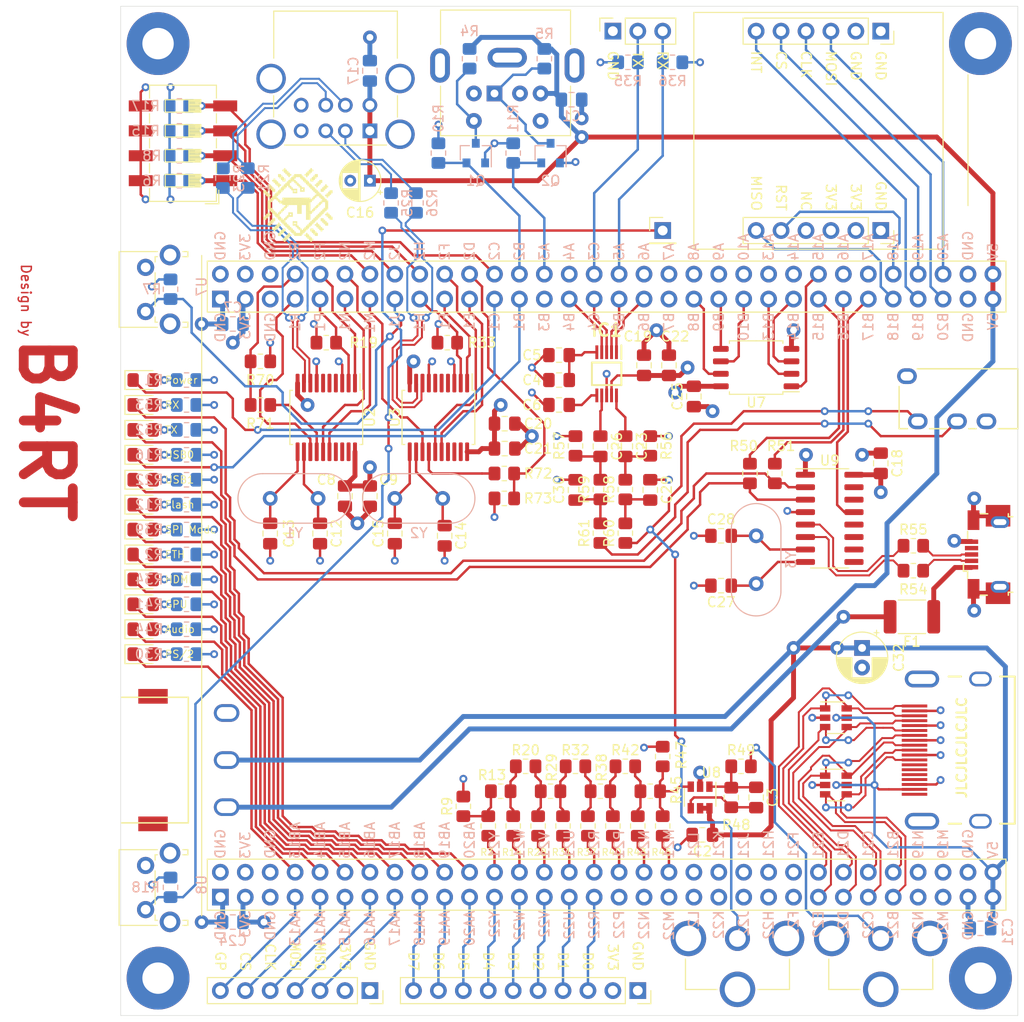
<source format=kicad_pcb>
(kicad_pcb (version 20171130) (host pcbnew 5.1.10-88a1d61d58~90~ubuntu20.04.1)
  (layers (0 F.Cu signal) (1 GND.Cu power) (2 VCC3.Cu power) (31 B.Cu signal) (34 B.Paste user) (35 F.Paste user) (36 B.SilkS user) (37 F.SilkS user) (38 B.Mask user) (39 F.Mask user) (44 Edge.Cuts user))
  (net 0 "")
  (net 1 GND)
  (net 2 "Net-(C3-Pad2)")
  (net 3 +3V3)
  (net 4 +5V)
  (net 5 "Net-(C13-Pad2)")
  (net 6 "Net-(C14-Pad1)")
  (net 7 "Net-(D1-Pad2)")
  (net 8 "Net-(D2-Pad2)")
  (net 9 "Net-(J1-Pad2)")
  (net 10 /Ring1)
  (net 11 /Ring2)
  (net 12 "Net-(J14-Pad4)")
  (net 13 "Net-(J15-Pad4)")
  (net 14 "Net-(C12-Pad1)")
  (net 15 "Net-(C15-Pad2)")
  (net 16 "Net-(C26-Pad1)")
  (net 17 "Net-(D3-Pad2)")
  (net 18 "Net-(D4-Pad2)")
  (net 19 PS2_Data)
  (net 20 "Net-(J1-Pad6)")
  (net 21 "Net-(J4-Pad1)")
  (net 22 Ext_TX)
  (net 23 Ext_RX)
  (net 24 Ext_GPIO_0)
  (net 25 Ext_GPIO_1)
  (net 26 Ext_GPIO_2)
  (net 27 Ext_GPIO_3)
  (net 28 Ext_GPIO_4)
  (net 29 Ext_GPIO_5)
  (net 30 Ext_GPIO_6)
  (net 31 Ext_GPIO_7)
  (net 32 Ext_MISO)
  (net 33 Ext_MOSI)
  (net 34 Ext_CLK)
  (net 35 Ext_CS)
  (net 36 Ext_GP)
  (net 37 W5500_MOSI)
  (net 38 W5500_CLK)
  (net 39 W5500_CS)
  (net 40 W5500_INT)
  (net 41 W5500_MISO)
  (net 42 W5500_RST)
  (net 43 PS2_CLK)
  (net 44 SW_4)
  (net 45 BTN_RST)
  (net 46 SW_3)
  (net 47 "Net-(R13-Pad1)")
  (net 48 SW_2)
  (net 49 SW_1)
  (net 50 CH376_1_RST)
  (net 51 CH376_2_RST)
  (net 52 "Net-(U2-Pad19)")
  (net 53 "Net-(U2-Pad18)")
  (net 54 "Net-(U2-Pad17)")
  (net 55 CH376_1_MISO)
  (net 56 CH376_1_MOSI)
  (net 57 CH376_1_CLK)
  (net 58 CH376_1_CS)
  (net 59 "Net-(U2-Pad6)")
  (net 60 "Net-(U2-Pad5)")
  (net 61 "Net-(U2-Pad4)")
  (net 62 CH376_1_INT)
  (net 63 CH376_2_INT)
  (net 64 "Net-(U3-Pad4)")
  (net 65 "Net-(U3-Pad5)")
  (net 66 "Net-(U3-Pad6)")
  (net 67 CH376_2_CS)
  (net 68 CH376_2_CLK)
  (net 69 CH376_2_MOSI)
  (net 70 CH376_2_MISO)
  (net 71 "Net-(U3-Pad17)")
  (net 72 "Net-(U3-Pad18)")
  (net 73 "Net-(U3-Pad19)")
  (net 74 Flash_MOSI_IO0)
  (net 75 Flash_MISO_IO1)
  (net 76 Flash_WP_IO2)
  (net 77 Flash_HOLD_IO3)
  (net 78 Flash_CLK)
  (net 79 Flash_CS)
  (net 80 "Net-(R71-Pad2)")
  (net 81 "Net-(R72-Pad2)")
  (net 82 /D2+)
  (net 83 /D2-)
  (net 84 /D1+)
  (net 85 /D1-)
  (net 86 /UD2+)
  (net 87 /UD2-)
  (net 88 /UD1+)
  (net 89 /UD1-)
  (net 90 /PS2_Pin_Data)
  (net 91 /PS2_Pin_Clk)
  (net 92 "Net-(U5-Pad60)")
  (net 93 "Net-(U5-Pad58)")
  (net 94 "Net-(C3-Pad1)")
  (net 95 "Net-(C4-Pad1)")
  (net 96 "Net-(C6-Pad1)")
  (net 97 "Net-(C23-Pad1)")
  (net 98 "Net-(C23-Pad2)")
  (net 99 "Net-(C26-Pad2)")
  (net 100 "Net-(C27-Pad1)")
  (net 101 "Net-(C28-Pad2)")
  (net 102 "Net-(C29-Pad2)")
  (net 103 "Net-(C30-Pad1)")
  (net 104 LED_Booted)
  (net 105 LED_Eth)
  (net 106 LED_Flash)
  (net 107 LED_USB0)
  (net 108 LED_USB1)
  (net 109 "Net-(D5-Pad2)")
  (net 110 "Net-(D6-Pad2)")
  (net 111 LED_PS2)
  (net 112 LED_VideoOutput)
  (net 113 "Net-(D7-Pad2)")
  (net 114 "Net-(D8-Pad2)")
  (net 115 LED_SPImode)
  (net 116 "Net-(D9-Pad2)")
  (net 117 LED_FSX)
  (net 118 "Net-(D10-Pad2)")
  (net 119 LED_I2S)
  (net 120 "Net-(D11-Pad1)")
  (net 121 "Net-(D11-Pad2)")
  (net 122 "Net-(D12-Pad1)")
  (net 123 "Net-(D12-Pad2)")
  (net 124 I2S_MCLK)
  (net 125 I2S_LRCLK)
  (net 126 I2S_SCLK)
  (net 127 I2S_SDIN)
  (net 128 "Net-(J2-Pad19)")
  (net 129 "Net-(J2-Pad16)")
  (net 130 "Net-(J2-Pad15)")
  (net 131 "Net-(J2-Pad14)")
  (net 132 "Net-(J2-Pad13)")
  (net 133 HDMI_CLK-)
  (net 134 HDMI_CLK+)
  (net 135 HDMI_D0-)
  (net 136 HDMI_D0+)
  (net 137 HDMI_D1-)
  (net 138 HDMI_D1+)
  (net 139 HDMI_D2-)
  (net 140 HDMI_D2+)
  (net 141 Audio_Mono)
  (net 142 "Net-(J5-Pad1)")
  (net 143 /USB_FPGC_D1+)
  (net 144 /USB_FPGC_D1-)
  (net 145 DAC_D0)
  (net 146 "Net-(R13-Pad2)")
  (net 147 DAC_D1)
  (net 148 "Net-(R20-Pad2)")
  (net 149 DAC_D2)
  (net 150 "Net-(R29-Pad2)")
  (net 151 DAC_D3)
  (net 152 "Net-(R32-Pad2)")
  (net 153 DAC_D4)
  (net 154 "Net-(R38-Pad2)")
  (net 155 DAC_D5)
  (net 156 "Net-(R42-Pad2)")
  (net 157 DAC_D6)
  (net 158 "Net-(R45-Pad2)")
  (net 159 DAC_D7)
  (net 160 FPGC_TX)
  (net 161 FPGC_RX)
  (net 162 /USB_FPGC_D2-)
  (net 163 /USB_FPGC_D2+)
  (net 164 FPGC_DTR)
  (net 165 "Net-(U5-Pad43)")
  (net 166 "Net-(U5-Pad41)")
  (net 167 "Net-(U9-Pad9)")
  (net 168 "Net-(U9-Pad10)")
  (net 169 "Net-(U9-Pad11)")
  (net 170 "Net-(U9-Pad12)")
  (net 171 "Net-(U9-Pad14)")
  (net 172 "Net-(U9-Pad15)")
  (net 173 "Net-(U5-Pad59)")
  (net 174 "Net-(U5-Pad57)")
  (net 175 "Net-(U5-Pad48)")
  (net 176 "Net-(U5-Pad47)")
  (net 177 "Net-(U5-Pad46)")
  (net 178 "Net-(U5-Pad45)")
  (net 179 "Net-(U5-Pad44)")
  (net 180 "Net-(U5-Pad42)")
  (net 181 "Net-(U5-Pad40)")
  (net 182 "Net-(U4-Pad27)")
  (net 183 "Net-(U4-Pad30)")
  (net 184 "Net-(U4-Pad42)")
  (net 185 "Net-(U4-Pad44)")
  (net 186 "Net-(U4-Pad46)")
  (net 187 "Net-(U5-Pad39)")
  (net 188 "Net-(U5-Pad37)")
  (net 189 "Net-(U4-Pad54)")
  (net 190 "Net-(U4-Pad36)")
  (net 191 "Net-(U4-Pad37)")
  (net 192 "Net-(U4-Pad38)")
  (net 193 "Net-(U4-Pad40)")
  (net 194 "Net-(U4-Pad48)")
  (net 195 "Net-(U4-Pad52)")
  (net 196 "Net-(F1-Pad1)")
  (net 197 "Net-(F1-Pad2)")
  (net 198 "Net-(U5-Pad35)")
  (net 199 "Net-(U5-Pad33)")
  (module RCJ013:LOGO (layer F.Cu) (at 100.33 50.165 270)
    (fp_text reference LOGO hide)
    (fp_text value "" (at 0 0 90) (layer F.SilkS) (effects (font (size 1.27 1.27))))
  )
  (module RCJ013:SS12D06 (layer F.Cu) (at 89.535 110.49 270)
    (fp_text reference SW4)
    (fp_text value SW_Power)
    (pad 3 thru_hole oval (at -4.8 0 270) (size 1.8 2.6) (drill oval 1.2 2) (layers *.Cu *.Mask))
    (pad 2 thru_hole oval (at 0 0 270) (size 1.8 2.6) (drill oval 1.2 2) (layers *.Cu *.Mask) (net 4 +5V))
    (pad 1 thru_hole oval (at 4.8 0 270) (size 1.8 2.6) (drill oval 1.2 2) (layers *.Cu *.Mask) (net 196 "Net-(F1-Pad1)"))
    (pad "" smd rect (at -6.5 7.5 270) (size 1.5 3) (layers F.Cu F.Paste F.Mask))
    (pad "" smd rect (at 6.5 7.5 270) (size 1.5 3) (layers F.Cu F.Paste F.Mask))
  )
  (module RCJ013:PS2 (layer F.Cu) (at 116.84 42.545 180)
    (fp_text reference J1)
    (fp_text value Conn_PS2_Mini_Din_6)
    (pad 3 thru_hole oval (at -1.3 3.65 180) (size 4 2) (drill oval 3 1) (layers *.Cu *.Mask) (net 1 GND))
    (pad 6 thru_hole circle (at -4.7 -2.8 180) (size 1.6 1.6) (drill 0.8) (layers *.Cu *.Mask) (net 20 "Net-(J1-Pad6)"))
    (pad 5 thru_hole circle (at 2.1 -2.8 180) (size 1.6 1.6) (drill 0.8) (layers *.Cu *.Mask) (net 91 /PS2_Pin_Clk))
    (pad 4 thru_hole circle (at -4.7 0 180) (size 1.6 1.6) (drill 0.8) (layers *.Cu *.Mask) (net 4 +5V))
    (pad 3 thru_hole circle (at 2.1 0 180) (size 1.6 1.6) (drill 0.8) (layers *.Cu *.Mask) (net 1 GND))
    (pad 2 thru_hole circle (at -2.6 0 180) (size 1.6 1.6) (drill 0.8) (layers *.Cu *.Mask) (net 9 "Net-(J1-Pad2)"))
    (pad 1 thru_hole rect (at 0 0 180) (size 1.6 1.6) (drill 0.8) (layers *.Cu *.Mask) (net 90 /PS2_Pin_Data))
    (pad 3 thru_hole oval (at 5.55 2.85 180) (size 2 3.5) (drill oval 1 2.5) (layers *.Cu *.Mask) (net 1 GND))
    (pad 3 thru_hole oval (at -8.15 2.85 180) (size 2 3.5) (drill oval 1 2.5) (layers *.Cu *.Mask) (net 1 GND))
  )
  (module RCJ013:TRRS-PJ-320A (layer F.Cu) (at 170.18 73.66 270)
    (fp_text reference J12)
    (fp_text value Conn_Headphone_Jack)
    (pad 3 thru_hole oval (at 2.3 6.2 270) (size 1.6 2) (drill oval 0.9 1.3) (layers *.Cu *.Mask) (net 10 /Ring1))
    (pad "" np_thru_hole circle (at 0 1.6 270) (size 0.8 0.8) (drill 0.8) (layers *.Cu *.Mask))
    (pad "" np_thru_hole circle (at 0 8.6 270) (size 0.8 0.8) (drill 0.8) (layers *.Cu *.Mask))
    (pad 4 thru_hole oval (at 2.3 3.2 270) (size 1.6 2) (drill oval 0.9 1.3) (layers *.Cu *.Mask) (net 11 /Ring2))
    (pad 2 thru_hole oval (at 2.3 10.2 270) (size 1.6 2) (drill oval 0.9 1.3) (layers *.Cu *.Mask) (net 141 Audio_Mono))
    (pad 1 thru_hole oval (at -2.3 11.3 270) (size 1.6 2) (drill oval 0.9 1.3) (layers *.Cu *.Mask) (net 1 GND))
  )
  (module Connector_USB:USB_A_Wuerth_61400826021_Horizontal_Stacked (layer F.Cu) (at 104.14 46.355 180)
    (fp_text reference J6)
    (fp_text value Conn_Stacked_USB)
    (pad 8 thru_hole circle (at 7 2.62 180) (size 1.5 1.5) (drill 0.92) (layers *.Cu *.Mask) (net 1 GND))
    (pad 7 thru_hole circle (at 4.5 2.62 180) (size 1.5 1.5) (drill 0.92) (layers *.Cu *.Mask) (net 82 /D2+))
    (pad 6 thru_hole circle (at 2.5 2.62 180) (size 1.5 1.5) (drill 0.92) (layers *.Cu *.Mask) (net 83 /D2-))
    (pad 5 thru_hole circle (at 0 2.62 180) (size 1.5 1.5) (drill 0.92) (layers *.Cu *.Mask) (net 4 +5V))
    (pad 9 thru_hole circle (at 10.07 5.33 180) (size 3 3) (drill 2.3) (layers *.Cu *.Mask) (net 1 GND))
    (pad 9 thru_hole circle (at -3.07 5.33 180) (size 3 3) (drill 2.3) (layers *.Cu *.Mask) (net 1 GND))
    (pad 4 thru_hole circle (at 7 0 180) (size 1.5 1.5) (drill 0.92) (layers *.Cu *.Mask) (net 1 GND))
    (pad 3 thru_hole circle (at 4.5 0 180) (size 1.5 1.5) (drill 0.92) (layers *.Cu *.Mask) (net 84 /D1+))
    (pad 2 thru_hole circle (at 2.5 0 180) (size 1.5 1.5) (drill 0.92) (layers *.Cu *.Mask) (net 85 /D1-))
    (pad 1 thru_hole rect (at 0 0 180) (size 1.5 1.5) (drill 0.92) (layers *.Cu *.Mask) (net 4 +5V))
    (pad 9 thru_hole circle (at -3.07 -0.35 180) (size 3 3) (drill 2.3) (layers *.Cu *.Mask) (net 1 GND))
    (pad 9 thru_hole circle (at 10.07 -0.35 180) (size 3 3) (drill 2.3) (layers *.Cu *.Mask) (net 1 GND))
  )
  (module RCJ013:HDMI_connector_19 (layer F.Cu) (at 166.37 109.474 90)
    (fp_text reference J2)
    (fp_text value HDMI_conn hide)
    (pad SH thru_hole oval (at -7.25 0 90) (size 1.5 2.3) (drill oval 1 1.8) (layers *.Cu *.Mask) (net 1 GND))
    (pad SH thru_hole oval (at 7.25 0 90) (size 1.5 2.3) (drill oval 1 1.8) (layers *.Cu *.Mask) (net 1 GND))
    (pad SH thru_hole oval (at -7.25 -5.96 90) (size 1.7 3.5) (drill oval 1 2.8) (layers *.Cu *.Mask) (net 1 GND))
    (pad SH thru_hole oval (at 7.25 -5.96 90) (size 1.7 3.5) (drill oval 1 2.8) (layers *.Cu *.Mask) (net 1 GND))
    (pad 19 smd rect (at -4.5 -6.72 90) (size 0.3 2.6) (layers F.Cu F.Paste F.Mask) (net 128 "Net-(J2-Pad19)"))
    (pad 18 smd rect (at -4 -6.72 90) (size 0.3 2.6) (layers F.Cu F.Paste F.Mask) (net 4 +5V))
    (pad 17 smd rect (at -3.5 -6.72 90) (size 0.3 2.6) (layers F.Cu F.Paste F.Mask) (net 1 GND))
    (pad 16 smd rect (at -3 -6.72 90) (size 0.3 2.6) (layers F.Cu F.Paste F.Mask) (net 129 "Net-(J2-Pad16)"))
    (pad 15 smd rect (at -2.5 -6.72 90) (size 0.3 2.6) (layers F.Cu F.Paste F.Mask) (net 130 "Net-(J2-Pad15)"))
    (pad 14 smd rect (at -2 -6.72 90) (size 0.3 2.6) (layers F.Cu F.Paste F.Mask) (net 131 "Net-(J2-Pad14)"))
    (pad 13 smd rect (at -1.5 -6.72 90) (size 0.3 2.6) (layers F.Cu F.Paste F.Mask) (net 132 "Net-(J2-Pad13)"))
    (pad 12 smd rect (at -1 -6.72 90) (size 0.3 2.6) (layers F.Cu F.Paste F.Mask) (net 133 HDMI_CLK-))
    (pad 11 smd rect (at -0.5 -6.72 90) (size 0.3 2.6) (layers F.Cu F.Paste F.Mask) (net 1 GND))
    (pad 10 smd rect (at 0 -6.72 90) (size 0.3 2.6) (layers F.Cu F.Paste F.Mask) (net 134 HDMI_CLK+))
    (pad 9 smd rect (at 0.5 -6.72 90) (size 0.3 2.6) (layers F.Cu F.Paste F.Mask) (net 135 HDMI_D0-))
    (pad 8 smd rect (at 1 -6.72 90) (size 0.3 2.6) (layers F.Cu F.Paste F.Mask) (net 1 GND))
    (pad 7 smd rect (at 1.5 -6.72 90) (size 0.3 2.6) (layers F.Cu F.Paste F.Mask) (net 136 HDMI_D0+))
    (pad 6 smd rect (at 2 -6.72 90) (size 0.3 2.6) (layers F.Cu F.Paste F.Mask) (net 137 HDMI_D1-))
    (pad 5 smd rect (at 2.5 -6.72 90) (size 0.3 2.6) (layers F.Cu F.Paste F.Mask) (net 1 GND))
    (pad 4 smd rect (at 3 -6.72 90) (size 0.3 2.6) (layers F.Cu F.Paste F.Mask) (net 138 HDMI_D1+))
    (pad 3 smd rect (at 3.5 -6.72 90) (size 0.3 2.6) (layers F.Cu F.Paste F.Mask) (net 139 HDMI_D2-))
    (pad 2 smd rect (at 4 -6.72 90) (size 0.3 2.6) (layers F.Cu F.Paste F.Mask) (net 1 GND))
    (pad 1 smd rect (at 4.5 -6.72 90) (size 0.3 2.6) (layers F.Cu F.Paste F.Mask) (net 140 HDMI_D2+))
  )
  (module MountingHole:MountingHole_3.2mm_M3_Pad (layer F.Cu) (at 166.37 37.465)
    (fp_text reference REF**)
    (fp_text value MountingHole_3.2mm_M3_Pad)
    (pad "" thru_hole circle (at 0 0) (size 6.4 6.4) (drill 3.2) (layers *.Cu *.Mask))
  )
  (module MountingHole:MountingHole_3.2mm_M3_Pad (layer F.Cu) (at 82.55 37.465)
    (fp_text reference REF**)
    (fp_text value MountingHole_3.2mm_M3_Pad)
    (pad "" thru_hole circle (at 0 0) (size 6.4 6.4) (drill 3.2) (layers *.Cu *.Mask))
  )
  (module MountingHole:MountingHole_3.2mm_M3_Pad (layer F.Cu) (at 82.55 132.715)
    (fp_text reference REF**)
    (fp_text value MountingHole_3.2mm_M3_Pad)
    (pad "" thru_hole circle (at 0 0) (size 6.4 6.4) (drill 3.2) (layers *.Cu *.Mask))
  )
  (module MountingHole:MountingHole_3.2mm_M3_Pad (layer F.Cu) (at 166.37 132.715)
    (fp_text reference REF**)
    (fp_text value MountingHole_3.2mm_M3_Pad)
    (pad "" thru_hole circle (at 0 0) (size 6.4 6.4) (drill 3.2) (layers *.Cu *.Mask))
  )
  (module Connector_PinHeader_2.54mm:PinHeader_2x32_P2.54mm_Vertical (layer F.Cu) (at 88.9 124.46 90)
    (fp_text reference U5)
    (fp_text value Conn_02x32_U8)
    (pad 64 thru_hole oval (at 2.54 78.74 90) (size 1.7 1.7) (drill 1) (layers *.Cu *.Mask) (net 4 +5V))
    (pad 63 thru_hole oval (at 0 78.74 90) (size 1.7 1.7) (drill 1) (layers *.Cu *.Mask) (net 4 +5V))
    (pad 62 thru_hole oval (at 2.54 76.2 90) (size 1.7 1.7) (drill 1) (layers *.Cu *.Mask) (net 1 GND))
    (pad 61 thru_hole oval (at 0 76.2 90) (size 1.7 1.7) (drill 1) (layers *.Cu *.Mask) (net 1 GND))
    (pad 60 thru_hole oval (at 2.54 73.66 90) (size 1.7 1.7) (drill 1) (layers *.Cu *.Mask) (net 92 "Net-(U5-Pad60)"))
    (pad 59 thru_hole oval (at 0 73.66 90) (size 1.7 1.7) (drill 1) (layers *.Cu *.Mask) (net 173 "Net-(U5-Pad59)"))
    (pad 58 thru_hole oval (at 2.54 71.12 90) (size 1.7 1.7) (drill 1) (layers *.Cu *.Mask) (net 93 "Net-(U5-Pad58)"))
    (pad 57 thru_hole oval (at 0 71.12 90) (size 1.7 1.7) (drill 1) (layers *.Cu *.Mask) (net 174 "Net-(U5-Pad57)"))
    (pad 56 thru_hole oval (at 2.54 68.58 90) (size 1.7 1.7) (drill 1) (layers *.Cu *.Mask) (net 133 HDMI_CLK-))
    (pad 55 thru_hole oval (at 0 68.58 90) (size 1.7 1.7) (drill 1) (layers *.Cu *.Mask) (net 134 HDMI_CLK+))
    (pad 54 thru_hole oval (at 2.54 66.04 90) (size 1.7 1.7) (drill 1) (layers *.Cu *.Mask) (net 135 HDMI_D0-))
    (pad 53 thru_hole oval (at 0 66.04 90) (size 1.7 1.7) (drill 1) (layers *.Cu *.Mask) (net 136 HDMI_D0+))
    (pad 52 thru_hole oval (at 2.54 63.5 90) (size 1.7 1.7) (drill 1) (layers *.Cu *.Mask) (net 137 HDMI_D1-))
    (pad 51 thru_hole oval (at 0 63.5 90) (size 1.7 1.7) (drill 1) (layers *.Cu *.Mask) (net 138 HDMI_D1+))
    (pad 50 thru_hole oval (at 2.54 60.96 90) (size 1.7 1.7) (drill 1) (layers *.Cu *.Mask) (net 139 HDMI_D2-))
    (pad 49 thru_hole oval (at 0 60.96 90) (size 1.7 1.7) (drill 1) (layers *.Cu *.Mask) (net 140 HDMI_D2+))
    (pad 48 thru_hole oval (at 2.54 58.42 90) (size 1.7 1.7) (drill 1) (layers *.Cu *.Mask) (net 175 "Net-(U5-Pad48)"))
    (pad 47 thru_hole oval (at 0 58.42 90) (size 1.7 1.7) (drill 1) (layers *.Cu *.Mask) (net 176 "Net-(U5-Pad47)"))
    (pad 46 thru_hole oval (at 2.54 55.88 90) (size 1.7 1.7) (drill 1) (layers *.Cu *.Mask) (net 177 "Net-(U5-Pad46)"))
    (pad 45 thru_hole oval (at 0 55.88 90) (size 1.7 1.7) (drill 1) (layers *.Cu *.Mask) (net 178 "Net-(U5-Pad45)"))
    (pad 44 thru_hole oval (at 2.54 53.34 90) (size 1.7 1.7) (drill 1) (layers *.Cu *.Mask) (net 179 "Net-(U5-Pad44)"))
    (pad 43 thru_hole oval (at 0 53.34 90) (size 1.7 1.7) (drill 1) (layers *.Cu *.Mask) (net 165 "Net-(U5-Pad43)"))
    (pad 42 thru_hole oval (at 2.54 50.8 90) (size 1.7 1.7) (drill 1) (layers *.Cu *.Mask) (net 180 "Net-(U5-Pad42)"))
    (pad 41 thru_hole oval (at 0 50.8 90) (size 1.7 1.7) (drill 1) (layers *.Cu *.Mask) (net 166 "Net-(U5-Pad41)"))
    (pad 40 thru_hole oval (at 2.54 48.26 90) (size 1.7 1.7) (drill 1) (layers *.Cu *.Mask) (net 181 "Net-(U5-Pad40)"))
    (pad 39 thru_hole oval (at 0 48.26 90) (size 1.7 1.7) (drill 1) (layers *.Cu *.Mask) (net 187 "Net-(U5-Pad39)"))
    (pad 38 thru_hole oval (at 2.54 45.72 90) (size 1.7 1.7) (drill 1) (layers *.Cu *.Mask) (net 159 DAC_D7))
    (pad 37 thru_hole oval (at 0 45.72 90) (size 1.7 1.7) (drill 1) (layers *.Cu *.Mask) (net 188 "Net-(U5-Pad37)"))
    (pad 36 thru_hole oval (at 2.54 43.18 90) (size 1.7 1.7) (drill 1) (layers *.Cu *.Mask) (net 157 DAC_D6))
    (pad 35 thru_hole oval (at 0 43.18 90) (size 1.7 1.7) (drill 1) (layers *.Cu *.Mask) (net 198 "Net-(U5-Pad35)"))
    (pad 34 thru_hole oval (at 2.54 40.64 90) (size 1.7 1.7) (drill 1) (layers *.Cu *.Mask) (net 155 DAC_D5))
    (pad 33 thru_hole oval (at 0 40.64 90) (size 1.7 1.7) (drill 1) (layers *.Cu *.Mask) (net 199 "Net-(U5-Pad33)"))
    (pad 32 thru_hole oval (at 2.54 38.1 90) (size 1.7 1.7) (drill 1) (layers *.Cu *.Mask) (net 153 DAC_D4))
    (pad 31 thru_hole oval (at 0 38.1 90) (size 1.7 1.7) (drill 1) (layers *.Cu *.Mask) (net 24 Ext_GPIO_0))
    (pad 30 thru_hole oval (at 2.54 35.56 90) (size 1.7 1.7) (drill 1) (layers *.Cu *.Mask) (net 151 DAC_D3))
    (pad 29 thru_hole oval (at 0 35.56 90) (size 1.7 1.7) (drill 1) (layers *.Cu *.Mask) (net 25 Ext_GPIO_1))
    (pad 28 thru_hole oval (at 2.54 33.02 90) (size 1.7 1.7) (drill 1) (layers *.Cu *.Mask) (net 149 DAC_D2))
    (pad 27 thru_hole oval (at 0 33.02 90) (size 1.7 1.7) (drill 1) (layers *.Cu *.Mask) (net 26 Ext_GPIO_2))
    (pad 26 thru_hole oval (at 2.54 30.48 90) (size 1.7 1.7) (drill 1) (layers *.Cu *.Mask) (net 147 DAC_D1))
    (pad 25 thru_hole oval (at 0 30.48 90) (size 1.7 1.7) (drill 1) (layers *.Cu *.Mask) (net 27 Ext_GPIO_3))
    (pad 24 thru_hole oval (at 2.54 27.94 90) (size 1.7 1.7) (drill 1) (layers *.Cu *.Mask) (net 145 DAC_D0))
    (pad 23 thru_hole oval (at 0 27.94 90) (size 1.7 1.7) (drill 1) (layers *.Cu *.Mask) (net 28 Ext_GPIO_4))
    (pad 22 thru_hole oval (at 2.54 25.4 90) (size 1.7 1.7) (drill 1) (layers *.Cu *.Mask) (net 108 LED_USB1))
    (pad 21 thru_hole oval (at 0 25.4 90) (size 1.7 1.7) (drill 1) (layers *.Cu *.Mask) (net 29 Ext_GPIO_5))
    (pad 20 thru_hole oval (at 2.54 22.86 90) (size 1.7 1.7) (drill 1) (layers *.Cu *.Mask) (net 106 LED_Flash))
    (pad 19 thru_hole oval (at 0 22.86 90) (size 1.7 1.7) (drill 1) (layers *.Cu *.Mask) (net 30 Ext_GPIO_6))
    (pad 18 thru_hole oval (at 2.54 20.32 90) (size 1.7 1.7) (drill 1) (layers *.Cu *.Mask) (net 115 LED_SPImode))
    (pad 17 thru_hole oval (at 0 20.32 90) (size 1.7 1.7) (drill 1) (layers *.Cu *.Mask) (net 31 Ext_GPIO_7))
    (pad 16 thru_hole oval (at 2.54 17.78 90) (size 1.7 1.7) (drill 1) (layers *.Cu *.Mask) (net 105 LED_Eth))
    (pad 15 thru_hole oval (at 0 17.78 90) (size 1.7 1.7) (drill 1) (layers *.Cu *.Mask) (net 32 Ext_MISO))
    (pad 14 thru_hole oval (at 2.54 15.24 90) (size 1.7 1.7) (drill 1) (layers *.Cu *.Mask) (net 112 LED_VideoOutput))
    (pad 13 thru_hole oval (at 0 15.24 90) (size 1.7 1.7) (drill 1) (layers *.Cu *.Mask) (net 33 Ext_MOSI))
    (pad 12 thru_hole oval (at 2.54 12.7 90) (size 1.7 1.7) (drill 1) (layers *.Cu *.Mask) (net 117 LED_FSX))
    (pad 11 thru_hole oval (at 0 12.7 90) (size 1.7 1.7) (drill 1) (layers *.Cu *.Mask) (net 34 Ext_CLK))
    (pad 10 thru_hole oval (at 2.54 10.16 90) (size 1.7 1.7) (drill 1) (layers *.Cu *.Mask) (net 119 LED_I2S))
    (pad 9 thru_hole oval (at 0 10.16 90) (size 1.7 1.7) (drill 1) (layers *.Cu *.Mask) (net 35 Ext_CS))
    (pad 8 thru_hole oval (at 2.54 7.62 90) (size 1.7 1.7) (drill 1) (layers *.Cu *.Mask) (net 111 LED_PS2))
    (pad 7 thru_hole oval (at 0 7.62 90) (size 1.7 1.7) (drill 1) (layers *.Cu *.Mask) (net 36 Ext_GP))
    (pad 6 thru_hole oval (at 2.54 5.08 90) (size 1.7 1.7) (drill 1) (layers *.Cu *.Mask) (net 1 GND))
    (pad 5 thru_hole oval (at 0 5.08 90) (size 1.7 1.7) (drill 1) (layers *.Cu *.Mask) (net 1 GND))
    (pad 4 thru_hole oval (at 2.54 2.54 90) (size 1.7 1.7) (drill 1) (layers *.Cu *.Mask) (net 3 +3V3))
    (pad 3 thru_hole oval (at 0 2.54 90) (size 1.7 1.7) (drill 1) (layers *.Cu *.Mask) (net 3 +3V3))
    (pad 2 thru_hole oval (at 2.54 0 90) (size 1.7 1.7) (drill 1) (layers *.Cu *.Mask) (net 1 GND))
    (pad 1 thru_hole rect (at 0 0 90) (size 1.7 1.7) (drill 1) (layers *.Cu *.Mask) (net 1 GND))
  )
  (module Connector_PinHeader_2.54mm:PinHeader_2x32_P2.54mm_Vertical (layer F.Cu) (at 88.9 63.5 90)
    (fp_text reference U4)
    (fp_text value Conn_02x32_U7)
    (pad 1 thru_hole rect (at 0 0 90) (size 1.7 1.7) (drill 1) (layers *.Cu *.Mask) (net 1 GND))
    (pad 2 thru_hole oval (at 2.54 0 90) (size 1.7 1.7) (drill 1) (layers *.Cu *.Mask) (net 1 GND))
    (pad 3 thru_hole oval (at 0 2.54 90) (size 1.7 1.7) (drill 1) (layers *.Cu *.Mask) (net 3 +3V3))
    (pad 4 thru_hole oval (at 2.54 2.54 90) (size 1.7 1.7) (drill 1) (layers *.Cu *.Mask) (net 3 +3V3))
    (pad 5 thru_hole oval (at 0 5.08 90) (size 1.7 1.7) (drill 1) (layers *.Cu *.Mask) (net 1 GND))
    (pad 6 thru_hole oval (at 2.54 5.08 90) (size 1.7 1.7) (drill 1) (layers *.Cu *.Mask) (net 1 GND))
    (pad 7 thru_hole oval (at 0 7.62 90) (size 1.7 1.7) (drill 1) (layers *.Cu *.Mask) (net 58 CH376_1_CS))
    (pad 8 thru_hole oval (at 2.54 7.62 90) (size 1.7 1.7) (drill 1) (layers *.Cu *.Mask) (net 57 CH376_1_CLK))
    (pad 9 thru_hole oval (at 0 10.16 90) (size 1.7 1.7) (drill 1) (layers *.Cu *.Mask) (net 50 CH376_1_RST))
    (pad 10 thru_hole oval (at 2.54 10.16 90) (size 1.7 1.7) (drill 1) (layers *.Cu *.Mask) (net 62 CH376_1_INT))
    (pad 11 thru_hole oval (at 0 12.7 90) (size 1.7 1.7) (drill 1) (layers *.Cu *.Mask) (net 56 CH376_1_MOSI))
    (pad 12 thru_hole oval (at 2.54 12.7 90) (size 1.7 1.7) (drill 1) (layers *.Cu *.Mask) (net 55 CH376_1_MISO))
    (pad 13 thru_hole oval (at 0 15.24 90) (size 1.7 1.7) (drill 1) (layers *.Cu *.Mask) (net 67 CH376_2_CS))
    (pad 14 thru_hole oval (at 2.54 15.24 90) (size 1.7 1.7) (drill 1) (layers *.Cu *.Mask) (net 44 SW_4))
    (pad 15 thru_hole oval (at 0 17.78 90) (size 1.7 1.7) (drill 1) (layers *.Cu *.Mask) (net 45 BTN_RST))
    (pad 16 thru_hole oval (at 2.54 17.78 90) (size 1.7 1.7) (drill 1) (layers *.Cu *.Mask) (net 46 SW_3))
    (pad 17 thru_hole oval (at 0 20.32 90) (size 1.7 1.7) (drill 1) (layers *.Cu *.Mask) (net 51 CH376_2_RST))
    (pad 18 thru_hole oval (at 2.54 20.32 90) (size 1.7 1.7) (drill 1) (layers *.Cu *.Mask) (net 48 SW_2))
    (pad 19 thru_hole oval (at 0 22.86 90) (size 1.7 1.7) (drill 1) (layers *.Cu *.Mask) (net 63 CH376_2_INT))
    (pad 20 thru_hole oval (at 2.54 22.86 90) (size 1.7 1.7) (drill 1) (layers *.Cu *.Mask) (net 69 CH376_2_MOSI))
    (pad 21 thru_hole oval (at 0 25.4 90) (size 1.7 1.7) (drill 1) (layers *.Cu *.Mask) (net 70 CH376_2_MISO))
    (pad 22 thru_hole oval (at 2.54 25.4 90) (size 1.7 1.7) (drill 1) (layers *.Cu *.Mask) (net 68 CH376_2_CLK))
    (pad 23 thru_hole oval (at 0 27.94 90) (size 1.7 1.7) (drill 1) (layers *.Cu *.Mask) (net 104 LED_Booted))
    (pad 24 thru_hole oval (at 2.54 27.94 90) (size 1.7 1.7) (drill 1) (layers *.Cu *.Mask) (net 49 SW_1))
    (pad 25 thru_hole oval (at 0 30.48 90) (size 1.7 1.7) (drill 1) (layers *.Cu *.Mask) (net 107 LED_USB0))
    (pad 26 thru_hole oval (at 2.54 30.48 90) (size 1.7 1.7) (drill 1) (layers *.Cu *.Mask) (net 43 PS2_CLK))
    (pad 27 thru_hole oval (at 0 33.02 90) (size 1.7 1.7) (drill 1) (layers *.Cu *.Mask) (net 182 "Net-(U4-Pad27)"))
    (pad 28 thru_hole oval (at 2.54 33.02 90) (size 1.7 1.7) (drill 1) (layers *.Cu *.Mask) (net 19 PS2_Data))
    (pad 29 thru_hole oval (at 0 35.56 90) (size 1.7 1.7) (drill 1) (layers *.Cu *.Mask) (net 124 I2S_MCLK))
    (pad 30 thru_hole oval (at 2.54 35.56 90) (size 1.7 1.7) (drill 1) (layers *.Cu *.Mask) (net 183 "Net-(U4-Pad30)"))
    (pad 31 thru_hole oval (at 0 38.1 90) (size 1.7 1.7) (drill 1) (layers *.Cu *.Mask) (net 125 I2S_LRCLK))
    (pad 32 thru_hole oval (at 2.54 38.1 90) (size 1.7 1.7) (drill 1) (layers *.Cu *.Mask) (net 22 Ext_TX))
    (pad 33 thru_hole oval (at 0 40.64 90) (size 1.7 1.7) (drill 1) (layers *.Cu *.Mask) (net 126 I2S_SCLK))
    (pad 34 thru_hole oval (at 2.54 40.64 90) (size 1.7 1.7) (drill 1) (layers *.Cu *.Mask) (net 23 Ext_RX))
    (pad 35 thru_hole oval (at 0 43.18 90) (size 1.7 1.7) (drill 1) (layers *.Cu *.Mask) (net 127 I2S_SDIN))
    (pad 36 thru_hole oval (at 2.54 43.18 90) (size 1.7 1.7) (drill 1) (layers *.Cu *.Mask) (net 190 "Net-(U4-Pad36)"))
    (pad 37 thru_hole oval (at 0 45.72 90) (size 1.7 1.7) (drill 1) (layers *.Cu *.Mask) (net 191 "Net-(U4-Pad37)"))
    (pad 38 thru_hole oval (at 2.54 45.72 90) (size 1.7 1.7) (drill 1) (layers *.Cu *.Mask) (net 192 "Net-(U4-Pad38)"))
    (pad 39 thru_hole oval (at 0 48.26 90) (size 1.7 1.7) (drill 1) (layers *.Cu *.Mask) (net 77 Flash_HOLD_IO3))
    (pad 40 thru_hole oval (at 2.54 48.26 90) (size 1.7 1.7) (drill 1) (layers *.Cu *.Mask) (net 193 "Net-(U4-Pad40)"))
    (pad 41 thru_hole oval (at 0 50.8 90) (size 1.7 1.7) (drill 1) (layers *.Cu *.Mask) (net 74 Flash_MOSI_IO0))
    (pad 42 thru_hole oval (at 2.54 50.8 90) (size 1.7 1.7) (drill 1) (layers *.Cu *.Mask) (net 184 "Net-(U4-Pad42)"))
    (pad 43 thru_hole oval (at 0 53.34 90) (size 1.7 1.7) (drill 1) (layers *.Cu *.Mask) (net 78 Flash_CLK))
    (pad 44 thru_hole oval (at 2.54 53.34 90) (size 1.7 1.7) (drill 1) (layers *.Cu *.Mask) (net 185 "Net-(U4-Pad44)"))
    (pad 45 thru_hole oval (at 0 55.88 90) (size 1.7 1.7) (drill 1) (layers *.Cu *.Mask) (net 75 Flash_MISO_IO1))
    (pad 46 thru_hole oval (at 2.54 55.88 90) (size 1.7 1.7) (drill 1) (layers *.Cu *.Mask) (net 186 "Net-(U4-Pad46)"))
    (pad 47 thru_hole oval (at 0 58.42 90) (size 1.7 1.7) (drill 1) (layers *.Cu *.Mask) (net 76 Flash_WP_IO2))
    (pad 48 thru_hole oval (at 2.54 58.42 90) (size 1.7 1.7) (drill 1) (layers *.Cu *.Mask) (net 194 "Net-(U4-Pad48)"))
    (pad 49 thru_hole oval (at 0 60.96 90) (size 1.7 1.7) (drill 1) (layers *.Cu *.Mask) (net 160 FPGC_TX))
    (pad 50 thru_hole oval (at 2.54 60.96 90) (size 1.7 1.7) (drill 1) (layers *.Cu *.Mask) (net 79 Flash_CS))
    (pad 51 thru_hole oval (at 0 63.5 90) (size 1.7 1.7) (drill 1) (layers *.Cu *.Mask) (net 161 FPGC_RX))
    (pad 52 thru_hole oval (at 2.54 63.5 90) (size 1.7 1.7) (drill 1) (layers *.Cu *.Mask) (net 195 "Net-(U4-Pad52)"))
    (pad 53 thru_hole oval (at 0 66.04 90) (size 1.7 1.7) (drill 1) (layers *.Cu *.Mask) (net 164 FPGC_DTR))
    (pad 54 thru_hole oval (at 2.54 66.04 90) (size 1.7 1.7) (drill 1) (layers *.Cu *.Mask) (net 189 "Net-(U4-Pad54)"))
    (pad 55 thru_hole oval (at 0 68.58 90) (size 1.7 1.7) (drill 1) (layers *.Cu *.Mask) (net 41 W5500_MISO))
    (pad 56 thru_hole oval (at 2.54 68.58 90) (size 1.7 1.7) (drill 1) (layers *.Cu *.Mask) (net 42 W5500_RST))
    (pad 57 thru_hole oval (at 0 71.12 90) (size 1.7 1.7) (drill 1) (layers *.Cu *.Mask) (net 40 W5500_INT))
    (pad 58 thru_hole oval (at 2.54 71.12 90) (size 1.7 1.7) (drill 1) (layers *.Cu *.Mask) (net 39 W5500_CS))
    (pad 59 thru_hole oval (at 0 73.66 90) (size 1.7 1.7) (drill 1) (layers *.Cu *.Mask) (net 38 W5500_CLK))
    (pad 60 thru_hole oval (at 2.54 73.66 90) (size 1.7 1.7) (drill 1) (layers *.Cu *.Mask) (net 37 W5500_MOSI))
    (pad 61 thru_hole oval (at 0 76.2 90) (size 1.7 1.7) (drill 1) (layers *.Cu *.Mask) (net 1 GND))
    (pad 62 thru_hole oval (at 2.54 76.2 90) (size 1.7 1.7) (drill 1) (layers *.Cu *.Mask) (net 1 GND))
    (pad 63 thru_hole oval (at 0 78.74 90) (size 1.7 1.7) (drill 1) (layers *.Cu *.Mask) (net 4 +5V))
    (pad 64 thru_hole oval (at 2.54 78.74 90) (size 1.7 1.7) (drill 1) (layers *.Cu *.Mask) (net 4 +5V))
  )
  (module Capacitor_SMD:C_0805_2012Metric_Pad1.18x1.45mm_HandSolder (layer B.Cu) (at 124.6925 43.18)
    (fp_text reference C1 (at 0 1.68) (layer B.SilkS) (effects (justify mirror)))
    (fp_text value 100nF)
    (pad 1 smd roundrect (at -1.0375 0) (size 1.175 1.45) (layers B.Cu B.Paste B.Mask) (roundrect_rratio 0.212766) (net 4 +5V))
    (pad 2 smd roundrect (at 1.0375 0) (size 1.175 1.45) (layers B.Cu B.Paste B.Mask) (roundrect_rratio 0.212766) (net 1 GND))
  )
  (module Capacitor_SMD:C_0805_2012Metric_Pad1.18x1.45mm_HandSolder (layer F.Cu) (at 138.0275 118.11 180)
    (fp_text reference C2 (at 0 -1.68) (layer F.SilkS))
    (fp_text value 100nF)
    (pad 1 smd roundrect (at -1.0375 0 180) (size 1.175 1.45) (layers F.Cu F.Paste F.Mask) (roundrect_rratio 0.212766) (net 4 +5V))
    (pad 2 smd roundrect (at 1.0375 0 180) (size 1.175 1.45) (layers F.Cu F.Paste F.Mask) (roundrect_rratio 0.212766) (net 1 GND))
  )
  (module Capacitor_SMD:C_0805_2012Metric_Pad1.18x1.45mm_HandSolder (layer F.Cu) (at 143.51 114.3 270)
    (fp_text reference C3 (at 0 -1.68 90) (layer F.SilkS))
    (fp_text value 100pf)
    (pad 2 smd roundrect (at 1.0375 0 270) (size 1.175 1.45) (layers F.Cu F.Paste F.Mask) (roundrect_rratio 0.212766) (net 2 "Net-(C3-Pad2)"))
    (pad 1 smd roundrect (at -1.0375 0 270) (size 1.175 1.45) (layers F.Cu F.Paste F.Mask) (roundrect_rratio 0.212766) (net 94 "Net-(C3-Pad1)"))
  )
  (module Capacitor_SMD:C_0805_2012Metric_Pad1.18x1.45mm_HandSolder (layer F.Cu) (at 123.4225 71.755 180)
    (fp_text reference C4 (at 2.7725 0) (layer F.SilkS))
    (fp_text value 3.3uF)
    (pad 2 smd roundrect (at 1.0375 0 180) (size 1.175 1.45) (layers F.Cu F.Paste F.Mask) (roundrect_rratio 0.212766) (net 1 GND))
    (pad 1 smd roundrect (at -1.0375 0 180) (size 1.175 1.45) (layers F.Cu F.Paste F.Mask) (roundrect_rratio 0.212766) (net 95 "Net-(C4-Pad1)"))
  )
  (module Capacitor_SMD:C_0805_2012Metric_Pad1.18x1.45mm_HandSolder (layer F.Cu) (at 123.4225 69.215 180)
    (fp_text reference C5 (at 2.7725 0) (layer F.SilkS))
    (fp_text value 100nF)
    (pad 1 smd roundrect (at -1.0375 0 180) (size 1.175 1.45) (layers F.Cu F.Paste F.Mask) (roundrect_rratio 0.212766) (net 95 "Net-(C4-Pad1)"))
    (pad 2 smd roundrect (at 1.0375 0 180) (size 1.175 1.45) (layers F.Cu F.Paste F.Mask) (roundrect_rratio 0.212766) (net 1 GND))
  )
  (module Capacitor_SMD:C_0805_2012Metric_Pad1.18x1.45mm_HandSolder (layer F.Cu) (at 123.4225 74.295 180)
    (fp_text reference C6 (at 2.7725 0) (layer F.SilkS))
    (fp_text value 10uF)
    (pad 2 smd roundrect (at 1.0375 0 180) (size 1.175 1.45) (layers F.Cu F.Paste F.Mask) (roundrect_rratio 0.212766) (net 1 GND))
    (pad 1 smd roundrect (at -1.0375 0 180) (size 1.175 1.45) (layers F.Cu F.Paste F.Mask) (roundrect_rratio 0.212766) (net 96 "Net-(C6-Pad1)"))
  )
  (module Capacitor_SMD:C_0805_2012Metric_Pad1.18x1.45mm_HandSolder (layer F.Cu) (at 101.6 83.5875 90)
    (fp_text reference C8 (at 1.6725 -1.905 180) (layer F.SilkS))
    (fp_text value 100nF)
    (pad 1 smd roundrect (at -1.0375 0 90) (size 1.175 1.45) (layers F.Cu F.Paste F.Mask) (roundrect_rratio 0.212766) (net 1 GND))
    (pad 2 smd roundrect (at 1.0375 0 90) (size 1.175 1.45) (layers F.Cu F.Paste F.Mask) (roundrect_rratio 0.212766) (net 3 +3V3))
  )
  (module Capacitor_SMD:C_0805_2012Metric_Pad1.18x1.45mm_HandSolder (layer F.Cu) (at 104.14 83.5875 90)
    (fp_text reference C9 (at 1.6725 1.905 180) (layer F.SilkS))
    (fp_text value 22uF)
    (pad 1 smd roundrect (at -1.0375 0 90) (size 1.175 1.45) (layers F.Cu F.Paste F.Mask) (roundrect_rratio 0.212766) (net 1 GND))
    (pad 2 smd roundrect (at 1.0375 0 90) (size 1.175 1.45) (layers F.Cu F.Paste F.Mask) (roundrect_rratio 0.212766) (net 3 +3V3))
  )
  (module Capacitor_SMD:C_0805_2012Metric_Pad1.18x1.45mm_HandSolder (layer F.Cu) (at 99.06 87.3975 270)
    (fp_text reference C12 (at 0 -1.68 90) (layer F.SilkS))
    (fp_text value 22pF)
    (pad 2 smd roundrect (at 1.0375 0 270) (size 1.175 1.45) (layers F.Cu F.Paste F.Mask) (roundrect_rratio 0.212766) (net 1 GND))
    (pad 1 smd roundrect (at -1.0375 0 270) (size 1.175 1.45) (layers F.Cu F.Paste F.Mask) (roundrect_rratio 0.212766) (net 14 "Net-(C12-Pad1)"))
  )
  (module Capacitor_SMD:C_0805_2012Metric_Pad1.18x1.45mm_HandSolder (layer F.Cu) (at 93.98 87.3975 90)
    (fp_text reference C13 (at 0 1.905 90) (layer F.SilkS))
    (fp_text value 22pF)
    (pad 2 smd roundrect (at 1.0375 0 90) (size 1.175 1.45) (layers F.Cu F.Paste F.Mask) (roundrect_rratio 0.212766) (net 5 "Net-(C13-Pad2)"))
    (pad 1 smd roundrect (at -1.0375 0 90) (size 1.175 1.45) (layers F.Cu F.Paste F.Mask) (roundrect_rratio 0.212766) (net 1 GND))
  )
  (module Capacitor_SMD:C_0805_2012Metric_Pad1.18x1.45mm_HandSolder (layer F.Cu) (at 111.76 87.63 270)
    (fp_text reference C14 (at 0 -1.68 90) (layer F.SilkS))
    (fp_text value 22pF)
    (pad 1 smd roundrect (at -1.0375 0 270) (size 1.175 1.45) (layers F.Cu F.Paste F.Mask) (roundrect_rratio 0.212766) (net 6 "Net-(C14-Pad1)"))
    (pad 2 smd roundrect (at 1.0375 0 270) (size 1.175 1.45) (layers F.Cu F.Paste F.Mask) (roundrect_rratio 0.212766) (net 1 GND))
  )
  (module Capacitor_SMD:C_0805_2012Metric_Pad1.18x1.45mm_HandSolder (layer F.Cu) (at 106.68 87.3975 90)
    (fp_text reference C15 (at 0 -1.68 90) (layer F.SilkS))
    (fp_text value 22pF)
    (pad 2 smd roundrect (at 1.0375 0 90) (size 1.175 1.45) (layers F.Cu F.Paste F.Mask) (roundrect_rratio 0.212766) (net 15 "Net-(C15-Pad2)"))
    (pad 1 smd roundrect (at -1.0375 0 90) (size 1.175 1.45) (layers F.Cu F.Paste F.Mask) (roundrect_rratio 0.212766) (net 1 GND))
  )
  (module Capacitor_THT:CP_Radial_D4.0mm_P2.00mm (layer F.Cu) (at 104.14 51.435 180)
    (fp_text reference C16 (at 1 -3.25) (layer F.SilkS))
    (fp_text value 100uF)
    (pad 1 thru_hole rect (at 0 0 180) (size 1.2 1.2) (drill 0.6) (layers *.Cu *.Mask) (net 4 +5V))
    (pad 2 thru_hole circle (at 2 0 180) (size 1.2 1.2) (drill 0.6) (layers *.Cu *.Mask) (net 1 GND))
  )
  (module Capacitor_SMD:C_0805_2012Metric_Pad1.18x1.45mm_HandSolder (layer B.Cu) (at 104.14 40.2375 270)
    (fp_text reference C17 (at 0 1.68 270) (layer B.SilkS) (effects (justify mirror)))
    (fp_text value 100nF)
    (pad 2 smd roundrect (at 1.0375 0 270) (size 1.175 1.45) (layers B.Cu B.Paste B.Mask) (roundrect_rratio 0.212766) (net 4 +5V))
    (pad 1 smd roundrect (at -1.0375 0 270) (size 1.175 1.45) (layers B.Cu B.Paste B.Mask) (roundrect_rratio 0.212766) (net 1 GND))
  )
  (module Capacitor_SMD:C_0805_2012Metric_Pad1.18x1.45mm_HandSolder (layer F.Cu) (at 156.21 80.2425 270)
    (fp_text reference C18 (at 0 -1.68 90) (layer F.SilkS))
    (fp_text value 100nF)
    (pad 1 smd roundrect (at -1.0375 0 270) (size 1.175 1.45) (layers F.Cu F.Paste F.Mask) (roundrect_rratio 0.212766) (net 1 GND))
    (pad 2 smd roundrect (at 1.0375 0 270) (size 1.175 1.45) (layers F.Cu F.Paste F.Mask) (roundrect_rratio 0.212766) (net 3 +3V3))
  )
  (module Capacitor_SMD:C_0805_2012Metric_Pad1.18x1.45mm_HandSolder (layer F.Cu) (at 132.08 70.2525 90)
    (fp_text reference C19 (at 2.9425 -0.635 180) (layer F.SilkS))
    (fp_text value 100nF)
    (pad 2 smd roundrect (at 1.0375 0 90) (size 1.175 1.45) (layers F.Cu F.Paste F.Mask) (roundrect_rratio 0.212766) (net 1 GND))
    (pad 1 smd roundrect (at -1.0375 0 90) (size 1.175 1.45) (layers F.Cu F.Paste F.Mask) (roundrect_rratio 0.212766) (net 3 +3V3))
  )
  (module Capacitor_SMD:C_0805_2012Metric_Pad1.18x1.45mm_HandSolder (layer F.Cu) (at 117.8775 76.2 180)
    (fp_text reference C20 (at -3.4075 0) (layer F.SilkS))
    (fp_text value 22uF)
    (pad 1 smd roundrect (at -1.0375 0 180) (size 1.175 1.45) (layers F.Cu F.Paste F.Mask) (roundrect_rratio 0.212766) (net 1 GND))
    (pad 2 smd roundrect (at 1.0375 0 180) (size 1.175 1.45) (layers F.Cu F.Paste F.Mask) (roundrect_rratio 0.212766) (net 3 +3V3))
  )
  (module Capacitor_SMD:C_0805_2012Metric_Pad1.18x1.45mm_HandSolder (layer F.Cu) (at 117.8775 78.74 180)
    (fp_text reference C21 (at -3.4075 0) (layer F.SilkS))
    (fp_text value 100nF)
    (pad 1 smd roundrect (at -1.0375 0 180) (size 1.175 1.45) (layers F.Cu F.Paste F.Mask) (roundrect_rratio 0.212766) (net 1 GND))
    (pad 2 smd roundrect (at 1.0375 0 180) (size 1.175 1.45) (layers F.Cu F.Paste F.Mask) (roundrect_rratio 0.212766) (net 3 +3V3))
  )
  (module Capacitor_SMD:C_0805_2012Metric_Pad1.18x1.45mm_HandSolder (layer F.Cu) (at 134.62 70.2525 90)
    (fp_text reference C22 (at 2.9425 0.635) (layer F.SilkS))
    (fp_text value 1uF)
    (pad 2 smd roundrect (at 1.0375 0 90) (size 1.175 1.45) (layers F.Cu F.Paste F.Mask) (roundrect_rratio 0.212766) (net 1 GND))
    (pad 1 smd roundrect (at -1.0375 0 90) (size 1.175 1.45) (layers F.Cu F.Paste F.Mask) (roundrect_rratio 0.212766) (net 3 +3V3))
  )
  (module Capacitor_SMD:C_0805_2012Metric_Pad1.18x1.45mm_HandSolder (layer F.Cu) (at 130.175 78.5075 270)
    (fp_text reference C23 (at 0 -1.68 90) (layer F.SilkS))
    (fp_text value 3.3uF)
    (pad 1 smd roundrect (at -1.0375 0 270) (size 1.175 1.45) (layers F.Cu F.Paste F.Mask) (roundrect_rratio 0.212766) (net 97 "Net-(C23-Pad1)"))
    (pad 2 smd roundrect (at 1.0375 0 270) (size 1.175 1.45) (layers F.Cu F.Paste F.Mask) (roundrect_rratio 0.212766) (net 98 "Net-(C23-Pad2)"))
  )
  (module Capacitor_SMD:C_0805_2012Metric_Pad1.18x1.45mm_HandSolder (layer F.Cu) (at 137.16 73.4275 90)
    (fp_text reference C25 (at 0 -1.68 90) (layer F.SilkS))
    (fp_text value 100nF)
    (pad 2 smd roundrect (at 1.0375 0 90) (size 1.175 1.45) (layers F.Cu F.Paste F.Mask) (roundrect_rratio 0.212766) (net 3 +3V3))
    (pad 1 smd roundrect (at -1.0375 0 90) (size 1.175 1.45) (layers F.Cu F.Paste F.Mask) (roundrect_rratio 0.212766) (net 1 GND))
  )
  (module Capacitor_SMD:C_0805_2012Metric_Pad1.18x1.45mm_HandSolder (layer F.Cu) (at 127.635 78.5075 270)
    (fp_text reference C26 (at 0 -1.68 90) (layer F.SilkS))
    (fp_text value 3.3uF)
    (pad 2 smd roundrect (at 1.0375 0 270) (size 1.175 1.45) (layers F.Cu F.Paste F.Mask) (roundrect_rratio 0.212766) (net 99 "Net-(C26-Pad2)"))
    (pad 1 smd roundrect (at -1.0375 0 270) (size 1.175 1.45) (layers F.Cu F.Paste F.Mask) (roundrect_rratio 0.212766) (net 16 "Net-(C26-Pad1)"))
  )
  (module Capacitor_SMD:C_0805_2012Metric_Pad1.18x1.45mm_HandSolder (layer F.Cu) (at 139.9325 92.71 180)
    (fp_text reference C27 (at 0 -1.68) (layer F.SilkS))
    (fp_text value 22pF)
    (pad 1 smd roundrect (at -1.0375 0 180) (size 1.175 1.45) (layers F.Cu F.Paste F.Mask) (roundrect_rratio 0.212766) (net 100 "Net-(C27-Pad1)"))
    (pad 2 smd roundrect (at 1.0375 0 180) (size 1.175 1.45) (layers F.Cu F.Paste F.Mask) (roundrect_rratio 0.212766) (net 1 GND))
  )
  (module Capacitor_SMD:C_0805_2012Metric_Pad1.18x1.45mm_HandSolder (layer F.Cu) (at 139.9325 87.63)
    (fp_text reference C28 (at 0 -1.68) (layer F.SilkS))
    (fp_text value 22pF)
    (pad 2 smd roundrect (at 1.0375 0) (size 1.175 1.45) (layers F.Cu F.Paste F.Mask) (roundrect_rratio 0.212766) (net 101 "Net-(C28-Pad2)"))
    (pad 1 smd roundrect (at -1.0375 0) (size 1.175 1.45) (layers F.Cu F.Paste F.Mask) (roundrect_rratio 0.212766) (net 1 GND))
  )
  (module Capacitor_SMD:C_0805_2012Metric_Pad1.18x1.45mm_HandSolder (layer F.Cu) (at 132.715 82.9525 270)
    (fp_text reference C29 (at 0 -1.68 90) (layer F.SilkS))
    (fp_text value 2.7nF)
    (pad 1 smd roundrect (at -1.0375 0 270) (size 1.175 1.45) (layers F.Cu F.Paste F.Mask) (roundrect_rratio 0.212766) (net 1 GND))
    (pad 2 smd roundrect (at 1.0375 0 270) (size 1.175 1.45) (layers F.Cu F.Paste F.Mask) (roundrect_rratio 0.212766) (net 102 "Net-(C29-Pad2)"))
  )
  (module Capacitor_SMD:C_0805_2012Metric_Pad1.18x1.45mm_HandSolder (layer F.Cu) (at 125.095 82.9525 90)
    (fp_text reference C30 (at 0 -1.68 90) (layer F.SilkS))
    (fp_text value 2.7nF)
    (pad 1 smd roundrect (at -1.0375 0 90) (size 1.175 1.45) (layers F.Cu F.Paste F.Mask) (roundrect_rratio 0.212766) (net 103 "Net-(C30-Pad1)"))
    (pad 2 smd roundrect (at 1.0375 0 90) (size 1.175 1.45) (layers F.Cu F.Paste F.Mask) (roundrect_rratio 0.212766) (net 1 GND))
  )
  (module Capacitor_SMD:C_0805_2012Metric_Pad1.18x1.45mm_HandSolder (layer B.Cu) (at 166.37 127.635)
    (fp_text reference C31 (at 2.794 0.381 90) (layer B.SilkS) (effects (justify mirror)))
    (fp_text value 100nF)
    (pad 1 smd roundrect (at -1.0375 0) (size 1.175 1.45) (layers B.Cu B.Paste B.Mask) (roundrect_rratio 0.212766) (net 1 GND))
    (pad 2 smd roundrect (at 1.0375 0) (size 1.175 1.45) (layers B.Cu B.Paste B.Mask) (roundrect_rratio 0.212766) (net 4 +5V))
  )
  (module Capacitor_THT:CP_Radial_D5.0mm_P2.00mm (layer F.Cu) (at 154.305 99.06 270)
    (fp_text reference C32 (at 1 -3.75 90) (layer F.SilkS))
    (fp_text value 220uF)
    (pad 1 thru_hole rect (at 0 0 270) (size 1.6 1.6) (drill 0.8) (layers *.Cu *.Mask) (net 4 +5V))
    (pad 2 thru_hole circle (at 2 0 270) (size 1.6 1.6) (drill 0.8) (layers *.Cu *.Mask) (net 1 GND))
  )
  (module LED_SMD:LED_0805_2012Metric_Pad1.15x1.40mm_HandSolder (layer F.Cu) (at 81.035 71.755)
    (fp_text reference D1)
    (fp_text value LED)
    (pad 2 smd roundrect (at 1.025 0) (size 1.15 1.4) (layers F.Cu F.Paste F.Mask) (roundrect_rratio 0.217391) (net 7 "Net-(D1-Pad2)"))
    (pad 1 smd roundrect (at -1.025 0) (size 1.15 1.4) (layers F.Cu F.Paste F.Mask) (roundrect_rratio 0.217391) (net 104 LED_Booted))
  )
  (module LED_SMD:LED_0805_2012Metric_Pad1.15x1.40mm_HandSolder (layer F.Cu) (at 81.035 89.535)
    (fp_text reference D2)
    (fp_text value LED)
    (pad 1 smd roundrect (at -1.025 0) (size 1.15 1.4) (layers F.Cu F.Paste F.Mask) (roundrect_rratio 0.217391) (net 105 LED_Eth))
    (pad 2 smd roundrect (at 1.025 0) (size 1.15 1.4) (layers F.Cu F.Paste F.Mask) (roundrect_rratio 0.217391) (net 8 "Net-(D2-Pad2)"))
  )
  (module LED_SMD:LED_0805_2012Metric_Pad1.15x1.40mm_HandSolder (layer F.Cu) (at 81.035 84.455)
    (fp_text reference D3)
    (fp_text value LED)
    (pad 2 smd roundrect (at 1.025 0) (size 1.15 1.4) (layers F.Cu F.Paste F.Mask) (roundrect_rratio 0.217391) (net 17 "Net-(D3-Pad2)"))
    (pad 1 smd roundrect (at -1.025 0) (size 1.15 1.4) (layers F.Cu F.Paste F.Mask) (roundrect_rratio 0.217391) (net 106 LED_Flash))
  )
  (module LED_SMD:LED_0805_2012Metric_Pad1.15x1.40mm_HandSolder (layer F.Cu) (at 81.035 79.375)
    (fp_text reference D4)
    (fp_text value LED)
    (pad 1 smd roundrect (at -1.025 0) (size 1.15 1.4) (layers F.Cu F.Paste F.Mask) (roundrect_rratio 0.217391) (net 107 LED_USB0))
    (pad 2 smd roundrect (at 1.025 0) (size 1.15 1.4) (layers F.Cu F.Paste F.Mask) (roundrect_rratio 0.217391) (net 18 "Net-(D4-Pad2)"))
  )
  (module LED_SMD:LED_0805_2012Metric_Pad1.15x1.40mm_HandSolder (layer F.Cu) (at 81.035 81.915)
    (fp_text reference D5)
    (fp_text value LED)
    (pad 1 smd roundrect (at -1.025 0) (size 1.15 1.4) (layers F.Cu F.Paste F.Mask) (roundrect_rratio 0.217391) (net 108 LED_USB1))
    (pad 2 smd roundrect (at 1.025 0) (size 1.15 1.4) (layers F.Cu F.Paste F.Mask) (roundrect_rratio 0.217391) (net 109 "Net-(D5-Pad2)"))
  )
  (module LED_SMD:LED_0805_2012Metric_Pad1.15x1.40mm_HandSolder (layer F.Cu) (at 81.035 99.695)
    (fp_text reference D6)
    (fp_text value LED)
    (pad 2 smd roundrect (at 1.025 0) (size 1.15 1.4) (layers F.Cu F.Paste F.Mask) (roundrect_rratio 0.217391) (net 110 "Net-(D6-Pad2)"))
    (pad 1 smd roundrect (at -1.025 0) (size 1.15 1.4) (layers F.Cu F.Paste F.Mask) (roundrect_rratio 0.217391) (net 111 LED_PS2))
  )
  (module LED_SMD:LED_0805_2012Metric_Pad1.15x1.40mm_HandSolder (layer F.Cu) (at 81.035 92.075)
    (fp_text reference D7)
    (fp_text value LED)
    (pad 1 smd roundrect (at -1.025 0) (size 1.15 1.4) (layers F.Cu F.Paste F.Mask) (roundrect_rratio 0.217391) (net 112 LED_VideoOutput))
    (pad 2 smd roundrect (at 1.025 0) (size 1.15 1.4) (layers F.Cu F.Paste F.Mask) (roundrect_rratio 0.217391) (net 113 "Net-(D7-Pad2)"))
  )
  (module LED_SMD:LED_0805_2012Metric_Pad1.15x1.40mm_HandSolder (layer F.Cu) (at 81.035 86.995)
    (fp_text reference D8)
    (fp_text value LED)
    (pad 2 smd roundrect (at 1.025 0) (size 1.15 1.4) (layers F.Cu F.Paste F.Mask) (roundrect_rratio 0.217391) (net 114 "Net-(D8-Pad2)"))
    (pad 1 smd roundrect (at -1.025 0) (size 1.15 1.4) (layers F.Cu F.Paste F.Mask) (roundrect_rratio 0.217391) (net 115 LED_SPImode))
  )
  (module LED_SMD:LED_0805_2012Metric_Pad1.15x1.40mm_HandSolder (layer F.Cu) (at 81.035 94.615)
    (fp_text reference D9)
    (fp_text value LED)
    (pad 2 smd roundrect (at 1.025 0) (size 1.15 1.4) (layers F.Cu F.Paste F.Mask) (roundrect_rratio 0.217391) (net 116 "Net-(D9-Pad2)"))
    (pad 1 smd roundrect (at -1.025 0) (size 1.15 1.4) (layers F.Cu F.Paste F.Mask) (roundrect_rratio 0.217391) (net 117 LED_FSX))
  )
  (module LED_SMD:LED_0805_2012Metric_Pad1.15x1.40mm_HandSolder (layer F.Cu) (at 81.035 97.155)
    (fp_text reference D10)
    (fp_text value LED)
    (pad 2 smd roundrect (at 1.025 0) (size 1.15 1.4) (layers F.Cu F.Paste F.Mask) (roundrect_rratio 0.217391) (net 118 "Net-(D10-Pad2)"))
    (pad 1 smd roundrect (at -1.025 0) (size 1.15 1.4) (layers F.Cu F.Paste F.Mask) (roundrect_rratio 0.217391) (net 119 LED_I2S))
  )
  (module LED_SMD:LED_0805_2012Metric_Pad1.15x1.40mm_HandSolder (layer F.Cu) (at 81.035 76.835)
    (fp_text reference D11)
    (fp_text value Green_LED)
    (pad 1 smd roundrect (at -1.025 0) (size 1.15 1.4) (layers F.Cu F.Paste F.Mask) (roundrect_rratio 0.217391) (net 120 "Net-(D11-Pad1)"))
    (pad 2 smd roundrect (at 1.025 0) (size 1.15 1.4) (layers F.Cu F.Paste F.Mask) (roundrect_rratio 0.217391) (net 121 "Net-(D11-Pad2)"))
  )
  (module LED_SMD:LED_0805_2012Metric_Pad1.15x1.40mm_HandSolder (layer F.Cu) (at 81.035 74.295)
    (fp_text reference D12)
    (fp_text value Red_LED)
    (pad 1 smd roundrect (at -1.025 0) (size 1.15 1.4) (layers F.Cu F.Paste F.Mask) (roundrect_rratio 0.217391) (net 122 "Net-(D12-Pad1)"))
    (pad 2 smd roundrect (at 1.025 0) (size 1.15 1.4) (layers F.Cu F.Paste F.Mask) (roundrect_rratio 0.217391) (net 123 "Net-(D12-Pad2)"))
  )
  (module RCJ013:Fuse_1812 (layer F.Cu) (at 159.385 95.885)
    (fp_text reference F1 (at 0 2.54) (layer F.SilkS))
    (fp_text value 0.75A)
    (pad 1 smd roundrect (at -2.225 0) (size 1.3 3.4) (layers F.Cu F.Paste F.Mask) (roundrect_rratio 0.192308) (net 196 "Net-(F1-Pad1)"))
    (pad 2 smd roundrect (at 2.225 0) (size 1.3 3.4) (layers F.Cu F.Paste F.Mask) (roundrect_rratio 0.192308) (net 197 "Net-(F1-Pad2)"))
  )
  (module RCJ013:SOP50P490X110-10N (layer F.Cu) (at 128.27 71.12 270)
    (fp_text reference IC1 (at -4.445 0 180) (layer F.SilkS) (effects (font (size 1.27 1.27) (thickness 0.254))))
    (fp_text value CS4344-CZZ hide)
    (pad 10 smd rect (at 2.2 -1) (size 0.3 1.4) (layers F.Cu F.Paste F.Mask) (net 97 "Net-(C23-Pad1)"))
    (pad 9 smd rect (at 2.2 -0.5) (size 0.3 1.4) (layers F.Cu F.Paste F.Mask) (net 3 +3V3))
    (pad 8 smd rect (at 2.2 0) (size 0.3 1.4) (layers F.Cu F.Paste F.Mask) (net 1 GND))
    (pad 7 smd rect (at 2.2 0.5) (size 0.3 1.4) (layers F.Cu F.Paste F.Mask) (net 16 "Net-(C26-Pad1)"))
    (pad 6 smd rect (at 2.2 1) (size 0.3 1.4) (layers F.Cu F.Paste F.Mask) (net 96 "Net-(C6-Pad1)"))
    (pad 5 smd rect (at -2.2 1) (size 0.3 1.4) (layers F.Cu F.Paste F.Mask) (net 95 "Net-(C4-Pad1)"))
    (pad 4 smd rect (at -2.2 0.5) (size 0.3 1.4) (layers F.Cu F.Paste F.Mask) (net 124 I2S_MCLK))
    (pad 3 smd rect (at -2.2 0) (size 0.3 1.4) (layers F.Cu F.Paste F.Mask) (net 125 I2S_LRCLK))
    (pad 2 smd rect (at -2.2 -0.5) (size 0.3 1.4) (layers F.Cu F.Paste F.Mask) (net 126 I2S_SCLK))
    (pad 1 smd rect (at -2.2 -1) (size 0.3 1.4) (layers F.Cu F.Paste F.Mask) (net 127 I2S_SDIN))
  )
  (module Connector_PinHeader_2.54mm:PinHeader_1x01_P2.54mm_Vertical (layer F.Cu) (at 133.985 56.515)
    (fp_text reference J4)
    (fp_text value Conn_NConfig)
    (pad 1 thru_hole rect (at 0 0) (size 1.7 1.7) (drill 1) (layers *.Cu *.Mask) (net 21 "Net-(J4-Pad1)"))
  )
  (module Connector_PinSocket_2.54mm:PinSocket_1x03_P2.54mm_Vertical (layer F.Cu) (at 128.905 36.195 90)
    (fp_text reference J9)
    (fp_text value Conn_UART_Ext)
    (pad 1 thru_hole rect (at 0 0 90) (size 1.7 1.7) (drill 1) (layers *.Cu *.Mask) (net 1 GND))
    (pad 2 thru_hole oval (at 0 2.54 90) (size 1.7 1.7) (drill 1) (layers *.Cu *.Mask) (net 22 Ext_TX))
    (pad 3 thru_hole oval (at 0 5.08 90) (size 1.7 1.7) (drill 1) (layers *.Cu *.Mask) (net 23 Ext_RX))
  )
  (module Connector_PinSocket_2.54mm:PinSocket_1x10_P2.54mm_Vertical (layer F.Cu) (at 131.445 133.985 270)
    (fp_text reference J10)
    (fp_text value Conn_GPIO_Ext)
    (pad 1 thru_hole rect (at 0 0 270) (size 1.7 1.7) (drill 1) (layers *.Cu *.Mask) (net 1 GND))
    (pad 2 thru_hole oval (at 0 2.54 270) (size 1.7 1.7) (drill 1) (layers *.Cu *.Mask) (net 3 +3V3))
    (pad 3 thru_hole oval (at 0 5.08 270) (size 1.7 1.7) (drill 1) (layers *.Cu *.Mask) (net 24 Ext_GPIO_0))
    (pad 4 thru_hole oval (at 0 7.62 270) (size 1.7 1.7) (drill 1) (layers *.Cu *.Mask) (net 25 Ext_GPIO_1))
    (pad 5 thru_hole oval (at 0 10.16 270) (size 1.7 1.7) (drill 1) (layers *.Cu *.Mask) (net 26 Ext_GPIO_2))
    (pad 6 thru_hole oval (at 0 12.7 270) (size 1.7 1.7) (drill 1) (layers *.Cu *.Mask) (net 27 Ext_GPIO_3))
    (pad 7 thru_hole oval (at 0 15.24 270) (size 1.7 1.7) (drill 1) (layers *.Cu *.Mask) (net 28 Ext_GPIO_4))
    (pad 8 thru_hole oval (at 0 17.78 270) (size 1.7 1.7) (drill 1) (layers *.Cu *.Mask) (net 29 Ext_GPIO_5))
    (pad 9 thru_hole oval (at 0 20.32 270) (size 1.7 1.7) (drill 1) (layers *.Cu *.Mask) (net 30 Ext_GPIO_6))
    (pad 10 thru_hole oval (at 0 22.86 270) (size 1.7 1.7) (drill 1) (layers *.Cu *.Mask) (net 31 Ext_GPIO_7))
  )
  (module Connector_PinSocket_2.54mm:PinSocket_1x07_P2.54mm_Vertical (layer F.Cu) (at 104.14 133.985 270)
    (fp_text reference J11)
    (fp_text value Conn_SPI_Ext)
    (pad 1 thru_hole rect (at 0 0 270) (size 1.7 1.7) (drill 1) (layers *.Cu *.Mask) (net 1 GND))
    (pad 2 thru_hole oval (at 0 2.54 270) (size 1.7 1.7) (drill 1) (layers *.Cu *.Mask) (net 3 +3V3))
    (pad 3 thru_hole oval (at 0 5.08 270) (size 1.7 1.7) (drill 1) (layers *.Cu *.Mask) (net 32 Ext_MISO))
    (pad 4 thru_hole oval (at 0 7.62 270) (size 1.7 1.7) (drill 1) (layers *.Cu *.Mask) (net 33 Ext_MOSI))
    (pad 5 thru_hole oval (at 0 10.16 270) (size 1.7 1.7) (drill 1) (layers *.Cu *.Mask) (net 34 Ext_CLK))
    (pad 6 thru_hole oval (at 0 12.7 270) (size 1.7 1.7) (drill 1) (layers *.Cu *.Mask) (net 35 Ext_CS))
    (pad 7 thru_hole oval (at 0 15.24 270) (size 1.7 1.7) (drill 1) (layers *.Cu *.Mask) (net 36 Ext_GP))
  )
  (module Connector_PinSocket_2.54mm:PinSocket_1x06_P2.54mm_Vertical (layer F.Cu) (at 156.21 36.195 270)
    (fp_text reference J13)
    (fp_text value Conn_W5500_1)
    (pad 1 thru_hole rect (at 0 0 270) (size 1.7 1.7) (drill 1) (layers *.Cu *.Mask) (net 1 GND))
    (pad 2 thru_hole oval (at 0 2.54 270) (size 1.7 1.7) (drill 1) (layers *.Cu *.Mask) (net 1 GND))
    (pad 3 thru_hole oval (at 0 5.08 270) (size 1.7 1.7) (drill 1) (layers *.Cu *.Mask) (net 37 W5500_MOSI))
    (pad 4 thru_hole oval (at 0 7.62 270) (size 1.7 1.7) (drill 1) (layers *.Cu *.Mask) (net 38 W5500_CLK))
    (pad 5 thru_hole oval (at 0 10.16 270) (size 1.7 1.7) (drill 1) (layers *.Cu *.Mask) (net 39 W5500_CS))
    (pad 6 thru_hole oval (at 0 12.7 270) (size 1.7 1.7) (drill 1) (layers *.Cu *.Mask) (net 40 W5500_INT))
  )
  (module Connector_PinSocket_2.54mm:PinSocket_1x06_P2.54mm_Vertical (layer F.Cu) (at 156.21 56.515 270)
    (fp_text reference J14)
    (fp_text value Conn_W5500_2)
    (pad 6 thru_hole oval (at 0 12.7 270) (size 1.7 1.7) (drill 1) (layers *.Cu *.Mask) (net 41 W5500_MISO))
    (pad 5 thru_hole oval (at 0 10.16 270) (size 1.7 1.7) (drill 1) (layers *.Cu *.Mask) (net 42 W5500_RST))
    (pad 4 thru_hole oval (at 0 7.62 270) (size 1.7 1.7) (drill 1) (layers *.Cu *.Mask) (net 12 "Net-(J14-Pad4)"))
    (pad 3 thru_hole oval (at 0 5.08 270) (size 1.7 1.7) (drill 1) (layers *.Cu *.Mask) (net 3 +3V3))
    (pad 2 thru_hole oval (at 0 2.54 270) (size 1.7 1.7) (drill 1) (layers *.Cu *.Mask) (net 3 +3V3))
    (pad 1 thru_hole rect (at 0 0 270) (size 1.7 1.7) (drill 1) (layers *.Cu *.Mask) (net 1 GND))
  )
  (module RCJ013:MicroUSB_G30 (layer F.Cu) (at 165.862 89.535 90)
    (fp_text reference J15)
    (fp_text value USB_B_Micro)
    (pad "" np_thru_hole circle (at 2 0.15 90) (size 0.55 0.55) (drill 0.55) (layers *.Cu *.Mask))
    (pad "" np_thru_hole circle (at -2 0.15 90) (size 0.55 0.55) (drill 0.55) (layers *.Cu *.Mask))
    (pad 5 smd rect (at 1.3 -0.4 90) (size 0.45 1.35) (layers F.Cu F.Paste F.Mask) (net 1 GND))
    (pad 4 smd rect (at 0.65 -0.4 90) (size 0.45 1.35) (layers F.Cu F.Paste F.Mask) (net 13 "Net-(J15-Pad4)"))
    (pad 3 smd rect (at 0 -0.4 90) (size 0.45 1.35) (layers F.Cu F.Paste F.Mask) (net 143 /USB_FPGC_D1+))
    (pad 2 smd rect (at -0.65 -0.4 90) (size 0.45 1.35) (layers F.Cu F.Paste F.Mask) (net 144 /USB_FPGC_D1-))
    (pad 1 smd rect (at -1.3 -0.4 90) (size 0.45 1.35) (layers F.Cu F.Paste F.Mask) (net 197 "Net-(F1-Pad2)"))
    (pad 6 smd rect (at -3.95 2.3 90) (size 2.2 2.5) (layers F.Cu F.Paste F.Mask) (net 1 GND))
    (pad 6 smd rect (at 3.95 2.3 90) (size 2.2 2.5) (layers F.Cu F.Paste F.Mask) (net 1 GND))
    (pad 6 smd rect (at 3.5 -0.2 90) (size 2 1.2) (layers F.Cu F.Paste F.Mask) (net 1 GND))
    (pad 6 smd rect (at -3.5 -0.2 90) (size 2 1.2) (layers F.Cu F.Paste F.Mask) (net 1 GND))
    (pad 6 thru_hole oval (at 3.3 2.5 270) (size 1.2 1.9) (drill oval 0.6 1.3) (layers *.Cu *.Mask) (net 1 GND))
    (pad 6 thru_hole oval (at -3.3 2.5 270) (size 1.2 1.9) (drill oval 0.6 1.3) (layers *.Cu *.Mask) (net 1 GND))
  )
  (module Package_TO_SOT_SMD:SOT-23 (layer B.Cu) (at 114.935 48.625 90)
    (fp_text reference Q1 (at -2.81 0) (layer B.SilkS) (effects (justify mirror)))
    (fp_text value BSS138)
    (pad 1 smd rect (at -1 0.95 90) (size 0.9 0.8) (layers B.Cu B.Paste B.Mask) (net 3 +3V3))
    (pad 2 smd rect (at -1 -0.95 90) (size 0.9 0.8) (layers B.Cu B.Paste B.Mask) (net 43 PS2_CLK))
    (pad 3 smd rect (at 1 0 90) (size 0.9 0.8) (layers B.Cu B.Paste B.Mask) (net 91 /PS2_Pin_Clk))
  )
  (module Package_TO_SOT_SMD:SOT-23 (layer B.Cu) (at 122.555 48.625 90)
    (fp_text reference Q2 (at -2.81 0 180) (layer B.SilkS) (effects (justify mirror)))
    (fp_text value BSS138)
    (pad 3 smd rect (at 1 0 90) (size 0.9 0.8) (layers B.Cu B.Paste B.Mask) (net 90 /PS2_Pin_Data))
    (pad 2 smd rect (at -1 -0.95 90) (size 0.9 0.8) (layers B.Cu B.Paste B.Mask) (net 19 PS2_Data))
    (pad 1 smd rect (at -1 0.95 90) (size 0.9 0.8) (layers B.Cu B.Paste B.Mask) (net 3 +3V3))
  )
  (module Resistor_SMD:R_0805_2012Metric_Pad1.20x1.40mm_HandSolder (layer B.Cu) (at 85.455 71.755)
    (fp_text reference R1 (at -2.27 0 unlocked) (layer B.SilkS) (effects (justify left mirror)))
    (fp_text value 1k)
    (pad 2 smd roundrect (at 1 0) (size 1.2 1.4) (layers B.Cu B.Paste B.Mask) (roundrect_rratio 0.208333) (net 3 +3V3))
    (pad 1 smd roundrect (at -1 0) (size 1.2 1.4) (layers B.Cu B.Paste B.Mask) (roundrect_rratio 0.208333) (net 7 "Net-(D1-Pad2)"))
  )
  (module Resistor_SMD:R_0805_2012Metric_Pad1.20x1.40mm_HandSolder (layer B.Cu) (at 85.455 89.535)
    (fp_text reference R2 (at -2.27 0 unlocked) (layer B.SilkS) (effects (justify left mirror)))
    (fp_text value 1k)
    (pad 1 smd roundrect (at -1 0) (size 1.2 1.4) (layers B.Cu B.Paste B.Mask) (roundrect_rratio 0.208333) (net 8 "Net-(D2-Pad2)"))
    (pad 2 smd roundrect (at 1 0) (size 1.2 1.4) (layers B.Cu B.Paste B.Mask) (roundrect_rratio 0.208333) (net 3 +3V3))
  )
  (module Resistor_SMD:R_0805_2012Metric_Pad1.20x1.40mm_HandSolder (layer F.Cu) (at 116.205 117.205 90)
    (fp_text reference R3 (at -2.683 -0.127 180) (layer F.SilkS) (effects (font (size 0.7 0.7) (thickness 0.1))))
    (fp_text value 2k)
    (pad 2 smd roundrect (at 1 0 90) (size 1.2 1.4) (layers F.Cu F.Paste F.Mask) (roundrect_rratio 0.208333) (net 47 "Net-(R13-Pad1)"))
    (pad 1 smd roundrect (at -1 0 90) (size 1.2 1.4) (layers F.Cu F.Paste F.Mask) (roundrect_rratio 0.208333) (net 145 DAC_D0))
  )
  (module Resistor_SMD:R_0805_2012Metric_Pad1.20x1.40mm_HandSolder (layer B.Cu) (at 114.3 39.005 270)
    (fp_text reference R4 (at -2.81 0) (layer B.SilkS) (effects (justify mirror)))
    (fp_text value 10K)
    (pad 1 smd roundrect (at -1 0 270) (size 1.2 1.4) (layers B.Cu B.Paste B.Mask) (roundrect_rratio 0.208333) (net 4 +5V))
    (pad 2 smd roundrect (at 1 0 270) (size 1.2 1.4) (layers B.Cu B.Paste B.Mask) (roundrect_rratio 0.208333) (net 91 /PS2_Pin_Clk))
  )
  (module Resistor_SMD:R_0805_2012Metric_Pad1.20x1.40mm_HandSolder (layer B.Cu) (at 121.92 39.005 270)
    (fp_text reference R5 (at -2.54 0 180) (layer B.SilkS) (effects (justify mirror)))
    (fp_text value 10K)
    (pad 2 smd roundrect (at 1 0 270) (size 1.2 1.4) (layers B.Cu B.Paste B.Mask) (roundrect_rratio 0.208333) (net 90 /PS2_Pin_Data))
    (pad 1 smd roundrect (at -1 0 270) (size 1.2 1.4) (layers B.Cu B.Paste B.Mask) (roundrect_rratio 0.208333) (net 4 +5V))
  )
  (module Resistor_SMD:R_0805_2012Metric_Pad1.20x1.40mm_HandSolder (layer B.Cu) (at 84.725 51.435 180)
    (fp_text reference R6 (at 2.81 0) (layer B.SilkS) (effects (justify mirror)))
    (fp_text value 10K)
    (pad 2 smd roundrect (at 1 0 180) (size 1.2 1.4) (layers B.Cu B.Paste B.Mask) (roundrect_rratio 0.208333) (net 3 +3V3))
    (pad 1 smd roundrect (at -1 0 180) (size 1.2 1.4) (layers B.Cu B.Paste B.Mask) (roundrect_rratio 0.208333) (net 44 SW_4))
  )
  (module Resistor_SMD:R_0805_2012Metric_Pad1.20x1.40mm_HandSolder (layer B.Cu) (at 83.82 62.5 270)
    (fp_text reference R7 (at 0 1.905 180) (layer B.SilkS) (effects (justify mirror)))
    (fp_text value 10K)
    (pad 1 smd roundrect (at -1 0 270) (size 1.2 1.4) (layers B.Cu B.Paste B.Mask) (roundrect_rratio 0.208333) (net 3 +3V3))
    (pad 2 smd roundrect (at 1 0 270) (size 1.2 1.4) (layers B.Cu B.Paste B.Mask) (roundrect_rratio 0.208333) (net 45 BTN_RST))
  )
  (module Resistor_SMD:R_0805_2012Metric_Pad1.20x1.40mm_HandSolder (layer B.Cu) (at 84.725 48.895 180)
    (fp_text reference R8 (at 2.81 0) (layer B.SilkS) (effects (justify mirror)))
    (fp_text value 10K)
    (pad 1 smd roundrect (at -1 0 180) (size 1.2 1.4) (layers B.Cu B.Paste B.Mask) (roundrect_rratio 0.208333) (net 46 SW_3))
    (pad 2 smd roundrect (at 1 0 180) (size 1.2 1.4) (layers B.Cu B.Paste B.Mask) (roundrect_rratio 0.208333) (net 3 +3V3))
  )
  (module Resistor_SMD:R_0805_2012Metric_Pad1.20x1.40mm_HandSolder (layer F.Cu) (at 113.665 115.205 90)
    (fp_text reference R9 (at 0 -1.65 90) (layer F.SilkS))
    (fp_text value 2k)
    (pad 1 smd roundrect (at -1 0 90) (size 1.2 1.4) (layers F.Cu F.Paste F.Mask) (roundrect_rratio 0.208333) (net 47 "Net-(R13-Pad1)"))
    (pad 2 smd roundrect (at 1 0 90) (size 1.2 1.4) (layers F.Cu F.Paste F.Mask) (roundrect_rratio 0.208333) (net 1 GND))
  )
  (module Resistor_SMD:R_0805_2012Metric_Pad1.20x1.40mm_HandSolder (layer B.Cu) (at 111.125 48.625 270)
    (fp_text reference R10 (at -3.54 0 90) (layer B.SilkS) (effects (justify mirror)))
    (fp_text value 10K)
    (pad 2 smd roundrect (at 1 0 270) (size 1.2 1.4) (layers B.Cu B.Paste B.Mask) (roundrect_rratio 0.208333) (net 43 PS2_CLK))
    (pad 1 smd roundrect (at -1 0 270) (size 1.2 1.4) (layers B.Cu B.Paste B.Mask) (roundrect_rratio 0.208333) (net 3 +3V3))
  )
  (module Resistor_SMD:R_0805_2012Metric_Pad1.20x1.40mm_HandSolder (layer B.Cu) (at 118.745 48.625 270)
    (fp_text reference R11 (at -3.54 0 270) (layer B.SilkS) (effects (justify mirror)))
    (fp_text value 10K)
    (pad 1 smd roundrect (at -1 0 270) (size 1.2 1.4) (layers B.Cu B.Paste B.Mask) (roundrect_rratio 0.208333) (net 3 +3V3))
    (pad 2 smd roundrect (at 1 0 270) (size 1.2 1.4) (layers B.Cu B.Paste B.Mask) (roundrect_rratio 0.208333) (net 19 PS2_Data))
  )
  (module Resistor_SMD:R_0805_2012Metric_Pad1.20x1.40mm_HandSolder (layer B.Cu) (at 85.455 84.455)
    (fp_text reference R12 (at -2.27 0 unlocked) (layer B.SilkS) (effects (justify left mirror)))
    (fp_text value 1k)
    (pad 2 smd roundrect (at 1 0) (size 1.2 1.4) (layers B.Cu B.Paste B.Mask) (roundrect_rratio 0.208333) (net 3 +3V3))
    (pad 1 smd roundrect (at -1 0) (size 1.2 1.4) (layers B.Cu B.Paste B.Mask) (roundrect_rratio 0.208333) (net 17 "Net-(D3-Pad2)"))
  )
  (module Resistor_SMD:R_0805_2012Metric_Pad1.20x1.40mm_HandSolder (layer F.Cu) (at 117.475 113.665)
    (fp_text reference R13 (at -0.889 -1.651) (layer F.SilkS))
    (fp_text value 1k)
    (pad 2 smd roundrect (at 1 0) (size 1.2 1.4) (layers F.Cu F.Paste F.Mask) (roundrect_rratio 0.208333) (net 146 "Net-(R13-Pad2)"))
    (pad 1 smd roundrect (at -1 0) (size 1.2 1.4) (layers F.Cu F.Paste F.Mask) (roundrect_rratio 0.208333) (net 47 "Net-(R13-Pad1)"))
  )
  (module Resistor_SMD:R_0805_2012Metric_Pad1.20x1.40mm_HandSolder (layer F.Cu) (at 118.745 117.205 90)
    (fp_text reference R14 (at -2.683 -0.127 180) (layer F.SilkS) (effects (font (size 0.7 0.7) (thickness 0.1))))
    (fp_text value 2k)
    (pad 1 smd roundrect (at -1 0 90) (size 1.2 1.4) (layers F.Cu F.Paste F.Mask) (roundrect_rratio 0.208333) (net 147 DAC_D1))
    (pad 2 smd roundrect (at 1 0 90) (size 1.2 1.4) (layers F.Cu F.Paste F.Mask) (roundrect_rratio 0.208333) (net 146 "Net-(R13-Pad2)"))
  )
  (module Resistor_SMD:R_0805_2012Metric_Pad1.20x1.40mm_HandSolder (layer B.Cu) (at 84.725 46.355 180)
    (fp_text reference R15 (at 3.445 0) (layer B.SilkS) (effects (justify mirror)))
    (fp_text value 10K)
    (pad 2 smd roundrect (at 1 0 180) (size 1.2 1.4) (layers B.Cu B.Paste B.Mask) (roundrect_rratio 0.208333) (net 3 +3V3))
    (pad 1 smd roundrect (at -1 0 180) (size 1.2 1.4) (layers B.Cu B.Paste B.Mask) (roundrect_rratio 0.208333) (net 48 SW_2))
  )
  (module Resistor_SMD:R_0805_2012Metric_Pad1.20x1.40mm_HandSolder (layer B.Cu) (at 85.455 79.375)
    (fp_text reference R16 (at -2.27 0 unlocked) (layer B.SilkS) (effects (justify left mirror)))
    (fp_text value 1k)
    (pad 1 smd roundrect (at -1 0) (size 1.2 1.4) (layers B.Cu B.Paste B.Mask) (roundrect_rratio 0.208333) (net 18 "Net-(D4-Pad2)"))
    (pad 2 smd roundrect (at 1 0) (size 1.2 1.4) (layers B.Cu B.Paste B.Mask) (roundrect_rratio 0.208333) (net 3 +3V3))
  )
  (module Resistor_SMD:R_0805_2012Metric_Pad1.20x1.40mm_HandSolder (layer B.Cu) (at 84.725 43.815 180)
    (fp_text reference R17 (at 3.445 0) (layer B.SilkS) (effects (justify mirror)))
    (fp_text value 10K)
    (pad 1 smd roundrect (at -1 0 180) (size 1.2 1.4) (layers B.Cu B.Paste B.Mask) (roundrect_rratio 0.208333) (net 49 SW_1))
    (pad 2 smd roundrect (at 1 0 180) (size 1.2 1.4) (layers B.Cu B.Paste B.Mask) (roundrect_rratio 0.208333) (net 3 +3V3))
  )
  (module Resistor_SMD:R_0805_2012Metric_Pad1.20x1.40mm_HandSolder (layer B.Cu) (at 83.82 123.46 270)
    (fp_text reference R18 (at 0 2.54) (layer B.SilkS) (effects (justify mirror)))
    (fp_text value 0R)
    (pad 1 smd roundrect (at -1 0 270) (size 1.2 1.4) (layers B.Cu B.Paste B.Mask) (roundrect_rratio 0.208333) (net 3 +3V3))
    (pad 2 smd roundrect (at 1 0 270) (size 1.2 1.4) (layers B.Cu B.Paste B.Mask) (roundrect_rratio 0.208333) (net 21 "Net-(J4-Pad1)"))
  )
  (module Resistor_SMD:R_0805_2012Metric_Pad1.20x1.40mm_HandSolder (layer F.Cu) (at 99.695 67.945 180)
    (fp_text reference R19 (at -3.81 0) (layer F.SilkS))
    (fp_text value 10K)
    (pad 2 smd roundrect (at 1 0 180) (size 1.2 1.4) (layers F.Cu F.Paste F.Mask) (roundrect_rratio 0.208333) (net 1 GND))
    (pad 1 smd roundrect (at -1 0 180) (size 1.2 1.4) (layers F.Cu F.Paste F.Mask) (roundrect_rratio 0.208333) (net 50 CH376_1_RST))
  )
  (module Resistor_SMD:R_0805_2012Metric_Pad1.20x1.40mm_HandSolder (layer F.Cu) (at 120.015 111.125)
    (fp_text reference R20 (at 0 -1.65) (layer F.SilkS))
    (fp_text value 1k)
    (pad 1 smd roundrect (at -1 0) (size 1.2 1.4) (layers F.Cu F.Paste F.Mask) (roundrect_rratio 0.208333) (net 146 "Net-(R13-Pad2)"))
    (pad 2 smd roundrect (at 1 0) (size 1.2 1.4) (layers F.Cu F.Paste F.Mask) (roundrect_rratio 0.208333) (net 148 "Net-(R20-Pad2)"))
  )
  (module Resistor_SMD:R_0805_2012Metric_Pad1.20x1.40mm_HandSolder (layer B.Cu) (at 91.694 51.165 90)
    (fp_text reference R21 (at 0 1.65 270) (layer B.SilkS) (effects (justify mirror)))
    (fp_text value 0)
    (pad 1 smd roundrect (at -1 0 90) (size 1.2 1.4) (layers B.Cu B.Paste B.Mask) (roundrect_rratio 0.208333) (net 86 /UD2+))
    (pad 2 smd roundrect (at 1 0 90) (size 1.2 1.4) (layers B.Cu B.Paste B.Mask) (roundrect_rratio 0.208333) (net 82 /D2+))
  )
  (module Resistor_SMD:R_0805_2012Metric_Pad1.20x1.40mm_HandSolder (layer B.Cu) (at 85.455 81.915)
    (fp_text reference R22 (at -2.27 0 unlocked) (layer B.SilkS) (effects (justify left mirror)))
    (fp_text value 1k)
    (pad 2 smd roundrect (at 1 0) (size 1.2 1.4) (layers B.Cu B.Paste B.Mask) (roundrect_rratio 0.208333) (net 3 +3V3))
    (pad 1 smd roundrect (at -1 0) (size 1.2 1.4) (layers B.Cu B.Paste B.Mask) (roundrect_rratio 0.208333) (net 109 "Net-(D5-Pad2)"))
  )
  (module Resistor_SMD:R_0805_2012Metric_Pad1.20x1.40mm_HandSolder (layer B.Cu) (at 89.154 51.181 90)
    (fp_text reference R23 (at 0 1.65 270) (layer B.SilkS) (effects (justify mirror)))
    (fp_text value 0)
    (pad 2 smd roundrect (at 1 0 90) (size 1.2 1.4) (layers B.Cu B.Paste B.Mask) (roundrect_rratio 0.208333) (net 83 /D2-))
    (pad 1 smd roundrect (at -1 0 90) (size 1.2 1.4) (layers B.Cu B.Paste B.Mask) (roundrect_rratio 0.208333) (net 87 /UD2-))
  )
  (module Resistor_SMD:R_0805_2012Metric_Pad1.20x1.40mm_HandSolder (layer B.Cu) (at 106.299 53.705 90)
    (fp_text reference R25 (at 0 1.65 270) (layer B.SilkS) (effects (justify mirror)))
    (fp_text value 0)
    (pad 1 smd roundrect (at -1 0 90) (size 1.2 1.4) (layers B.Cu B.Paste B.Mask) (roundrect_rratio 0.208333) (net 88 /UD1+))
    (pad 2 smd roundrect (at 1 0 90) (size 1.2 1.4) (layers B.Cu B.Paste B.Mask) (roundrect_rratio 0.208333) (net 84 /D1+))
  )
  (module Resistor_SMD:R_0805_2012Metric_Pad1.20x1.40mm_HandSolder (layer B.Cu) (at 108.839 53.705 90)
    (fp_text reference R26 (at 0 1.65 270) (layer B.SilkS) (effects (justify mirror)))
    (fp_text value 0)
    (pad 1 smd roundrect (at -1 0 90) (size 1.2 1.4) (layers B.Cu B.Paste B.Mask) (roundrect_rratio 0.208333) (net 89 /UD1-))
    (pad 2 smd roundrect (at 1 0 90) (size 1.2 1.4) (layers B.Cu B.Paste B.Mask) (roundrect_rratio 0.208333) (net 85 /D1-))
  )
  (module Resistor_SMD:R_0805_2012Metric_Pad1.20x1.40mm_HandSolder (layer F.Cu) (at 121.285 117.205 90)
    (fp_text reference R28 (at -2.683 -0.127 180) (layer F.SilkS) (effects (font (size 0.7 0.7) (thickness 0.1))))
    (fp_text value 2k)
    (pad 2 smd roundrect (at 1 0 90) (size 1.2 1.4) (layers F.Cu F.Paste F.Mask) (roundrect_rratio 0.208333) (net 148 "Net-(R20-Pad2)"))
    (pad 1 smd roundrect (at -1 0 90) (size 1.2 1.4) (layers F.Cu F.Paste F.Mask) (roundrect_rratio 0.208333) (net 149 DAC_D2))
  )
  (module Resistor_SMD:R_0805_2012Metric_Pad1.20x1.40mm_HandSolder (layer F.Cu) (at 122.555 113.665)
    (fp_text reference R29 (at 0.127 -2.413 90) (layer F.SilkS))
    (fp_text value 1k)
    (pad 2 smd roundrect (at 1 0) (size 1.2 1.4) (layers F.Cu F.Paste F.Mask) (roundrect_rratio 0.208333) (net 150 "Net-(R29-Pad2)"))
    (pad 1 smd roundrect (at -1 0) (size 1.2 1.4) (layers F.Cu F.Paste F.Mask) (roundrect_rratio 0.208333) (net 148 "Net-(R20-Pad2)"))
  )
  (module Resistor_SMD:R_0805_2012Metric_Pad1.20x1.40mm_HandSolder (layer B.Cu) (at 85.455 99.695)
    (fp_text reference R30 (at -2.27 0 unlocked) (layer B.SilkS) (effects (justify left mirror)))
    (fp_text value 1k)
    (pad 1 smd roundrect (at -1 0) (size 1.2 1.4) (layers B.Cu B.Paste B.Mask) (roundrect_rratio 0.208333) (net 110 "Net-(D6-Pad2)"))
    (pad 2 smd roundrect (at 1 0) (size 1.2 1.4) (layers B.Cu B.Paste B.Mask) (roundrect_rratio 0.208333) (net 3 +3V3))
  )
  (module Resistor_SMD:R_0805_2012Metric_Pad1.20x1.40mm_HandSolder (layer F.Cu) (at 123.825 117.205 90)
    (fp_text reference R31 (at -2.683 -0.127 180) (layer F.SilkS) (effects (font (size 0.7 0.7) (thickness 0.1))))
    (fp_text value 2k)
    (pad 1 smd roundrect (at -1 0 90) (size 1.2 1.4) (layers F.Cu F.Paste F.Mask) (roundrect_rratio 0.208333) (net 151 DAC_D3))
    (pad 2 smd roundrect (at 1 0 90) (size 1.2 1.4) (layers F.Cu F.Paste F.Mask) (roundrect_rratio 0.208333) (net 150 "Net-(R29-Pad2)"))
  )
  (module Resistor_SMD:R_0805_2012Metric_Pad1.20x1.40mm_HandSolder (layer F.Cu) (at 125.095 111.125)
    (fp_text reference R32 (at 0 -1.65) (layer F.SilkS))
    (fp_text value 1k)
    (pad 1 smd roundrect (at -1 0) (size 1.2 1.4) (layers F.Cu F.Paste F.Mask) (roundrect_rratio 0.208333) (net 150 "Net-(R29-Pad2)"))
    (pad 2 smd roundrect (at 1 0) (size 1.2 1.4) (layers F.Cu F.Paste F.Mask) (roundrect_rratio 0.208333) (net 152 "Net-(R32-Pad2)"))
  )
  (module Resistor_SMD:R_0805_2012Metric_Pad1.20x1.40mm_HandSolder (layer F.Cu) (at 112.03 67.945 180)
    (fp_text reference R33 (at -3.54 0) (layer F.SilkS))
    (fp_text value 10K)
    (pad 2 smd roundrect (at 1 0 180) (size 1.2 1.4) (layers F.Cu F.Paste F.Mask) (roundrect_rratio 0.208333) (net 1 GND))
    (pad 1 smd roundrect (at -1 0 180) (size 1.2 1.4) (layers F.Cu F.Paste F.Mask) (roundrect_rratio 0.208333) (net 51 CH376_2_RST))
  )
  (module Resistor_SMD:R_0805_2012Metric_Pad1.20x1.40mm_HandSolder (layer B.Cu) (at 85.455 92.075)
    (fp_text reference R34 (at -2.27 0 unlocked) (layer B.SilkS) (effects (justify left mirror)))
    (fp_text value 1k)
    (pad 2 smd roundrect (at 1 0) (size 1.2 1.4) (layers B.Cu B.Paste B.Mask) (roundrect_rratio 0.208333) (net 3 +3V3))
    (pad 1 smd roundrect (at -1 0) (size 1.2 1.4) (layers B.Cu B.Paste B.Mask) (roundrect_rratio 0.208333) (net 113 "Net-(D7-Pad2)"))
  )
  (module Resistor_SMD:R_0805_2012Metric_Pad1.20x1.40mm_HandSolder (layer B.Cu) (at 130.445 39.37 180)
    (fp_text reference R35 (at 0 -1.905 180) (layer B.SilkS) (effects (justify mirror)))
    (fp_text value 10k)
    (pad 1 smd roundrect (at -1 0 180) (size 1.2 1.4) (layers B.Cu B.Paste B.Mask) (roundrect_rratio 0.208333) (net 22 Ext_TX))
    (pad 2 smd roundrect (at 1 0 180) (size 1.2 1.4) (layers B.Cu B.Paste B.Mask) (roundrect_rratio 0.208333) (net 3 +3V3))
  )
  (module Resistor_SMD:R_0805_2012Metric_Pad1.20x1.40mm_HandSolder (layer B.Cu) (at 134.985 39.37)
    (fp_text reference R36 (at 0 1.905) (layer B.SilkS) (effects (justify mirror)))
    (fp_text value 10k)
    (pad 2 smd roundrect (at 1 0) (size 1.2 1.4) (layers B.Cu B.Paste B.Mask) (roundrect_rratio 0.208333) (net 3 +3V3))
    (pad 1 smd roundrect (at -1 0) (size 1.2 1.4) (layers B.Cu B.Paste B.Mask) (roundrect_rratio 0.208333) (net 23 Ext_RX))
  )
  (module Resistor_SMD:R_0805_2012Metric_Pad1.20x1.40mm_HandSolder (layer F.Cu) (at 126.365 117.205 90)
    (fp_text reference R37 (at -2.683 -0.127 180) (layer F.SilkS) (effects (font (size 0.7 0.7) (thickness 0.1))))
    (fp_text value 2k)
    (pad 2 smd roundrect (at 1 0 90) (size 1.2 1.4) (layers F.Cu F.Paste F.Mask) (roundrect_rratio 0.208333) (net 152 "Net-(R32-Pad2)"))
    (pad 1 smd roundrect (at -1 0 90) (size 1.2 1.4) (layers F.Cu F.Paste F.Mask) (roundrect_rratio 0.208333) (net 153 DAC_D4))
  )
  (module Resistor_SMD:R_0805_2012Metric_Pad1.20x1.40mm_HandSolder (layer F.Cu) (at 127.635 113.665)
    (fp_text reference R38 (at 0.127 -2.413 90) (layer F.SilkS))
    (fp_text value 1k)
    (pad 2 smd roundrect (at 1 0) (size 1.2 1.4) (layers F.Cu F.Paste F.Mask) (roundrect_rratio 0.208333) (net 154 "Net-(R38-Pad2)"))
    (pad 1 smd roundrect (at -1 0) (size 1.2 1.4) (layers F.Cu F.Paste F.Mask) (roundrect_rratio 0.208333) (net 152 "Net-(R32-Pad2)"))
  )
  (module Resistor_SMD:R_0805_2012Metric_Pad1.20x1.40mm_HandSolder (layer B.Cu) (at 85.455 86.995)
    (fp_text reference R39 (at -2.27 0 unlocked) (layer B.SilkS) (effects (justify left mirror)))
    (fp_text value 1k)
    (pad 1 smd roundrect (at -1 0) (size 1.2 1.4) (layers B.Cu B.Paste B.Mask) (roundrect_rratio 0.208333) (net 114 "Net-(D8-Pad2)"))
    (pad 2 smd roundrect (at 1 0) (size 1.2 1.4) (layers B.Cu B.Paste B.Mask) (roundrect_rratio 0.208333) (net 3 +3V3))
  )
  (module Resistor_SMD:R_0805_2012Metric_Pad1.20x1.40mm_HandSolder (layer F.Cu) (at 128.905 117.205 90)
    (fp_text reference R40 (at -2.683 -0.127 180) (layer F.SilkS) (effects (font (size 0.7 0.7) (thickness 0.1))))
    (fp_text value 2k)
    (pad 1 smd roundrect (at -1 0 90) (size 1.2 1.4) (layers F.Cu F.Paste F.Mask) (roundrect_rratio 0.208333) (net 155 DAC_D5))
    (pad 2 smd roundrect (at 1 0 90) (size 1.2 1.4) (layers F.Cu F.Paste F.Mask) (roundrect_rratio 0.208333) (net 154 "Net-(R38-Pad2)"))
  )
  (module Resistor_SMD:R_0805_2012Metric_Pad1.20x1.40mm_HandSolder (layer B.Cu) (at 85.455 94.615)
    (fp_text reference R41 (at -2.27 0 unlocked) (layer B.SilkS) (effects (justify left mirror)))
    (fp_text value 1k)
    (pad 2 smd roundrect (at 1 0) (size 1.2 1.4) (layers B.Cu B.Paste B.Mask) (roundrect_rratio 0.208333) (net 3 +3V3))
    (pad 1 smd roundrect (at -1 0) (size 1.2 1.4) (layers B.Cu B.Paste B.Mask) (roundrect_rratio 0.208333) (net 116 "Net-(D9-Pad2)"))
  )
  (module Resistor_SMD:R_0805_2012Metric_Pad1.20x1.40mm_HandSolder (layer F.Cu) (at 130.175 111.125)
    (fp_text reference R42 (at 0 -1.65) (layer F.SilkS))
    (fp_text value 1k)
    (pad 1 smd roundrect (at -1 0) (size 1.2 1.4) (layers F.Cu F.Paste F.Mask) (roundrect_rratio 0.208333) (net 154 "Net-(R38-Pad2)"))
    (pad 2 smd roundrect (at 1 0) (size 1.2 1.4) (layers F.Cu F.Paste F.Mask) (roundrect_rratio 0.208333) (net 156 "Net-(R42-Pad2)"))
  )
  (module Resistor_SMD:R_0805_2012Metric_Pad1.20x1.40mm_HandSolder (layer F.Cu) (at 131.445 117.205 90)
    (fp_text reference R43 (at -2.683 -0.127 180) (layer F.SilkS) (effects (font (size 0.7 0.7) (thickness 0.1))))
    (fp_text value 2k)
    (pad 2 smd roundrect (at 1 0 90) (size 1.2 1.4) (layers F.Cu F.Paste F.Mask) (roundrect_rratio 0.208333) (net 156 "Net-(R42-Pad2)"))
    (pad 1 smd roundrect (at -1 0 90) (size 1.2 1.4) (layers F.Cu F.Paste F.Mask) (roundrect_rratio 0.208333) (net 157 DAC_D6))
  )
  (module Resistor_SMD:R_0805_2012Metric_Pad1.20x1.40mm_HandSolder (layer B.Cu) (at 85.455 97.155)
    (fp_text reference R44 (at -2.27 0 unlocked) (layer B.SilkS) (effects (justify left mirror)))
    (fp_text value 1k)
    (pad 1 smd roundrect (at -1 0) (size 1.2 1.4) (layers B.Cu B.Paste B.Mask) (roundrect_rratio 0.208333) (net 118 "Net-(D10-Pad2)"))
    (pad 2 smd roundrect (at 1 0) (size 1.2 1.4) (layers B.Cu B.Paste B.Mask) (roundrect_rratio 0.208333) (net 3 +3V3))
  )
  (module Resistor_SMD:R_0805_2012Metric_Pad1.20x1.40mm_HandSolder (layer F.Cu) (at 132.715 113.665)
    (fp_text reference R45 (at 2.667 -0.127 90) (layer F.SilkS))
    (fp_text value 1k)
    (pad 1 smd roundrect (at -1 0) (size 1.2 1.4) (layers F.Cu F.Paste F.Mask) (roundrect_rratio 0.208333) (net 156 "Net-(R42-Pad2)"))
    (pad 2 smd roundrect (at 1 0) (size 1.2 1.4) (layers F.Cu F.Paste F.Mask) (roundrect_rratio 0.208333) (net 158 "Net-(R45-Pad2)"))
  )
  (module Resistor_SMD:R_0805_2012Metric_Pad1.20x1.40mm_HandSolder (layer F.Cu) (at 133.985 117.205 90)
    (fp_text reference R46 (at -2.683 -0.127 180) (layer F.SilkS) (effects (font (size 0.7 0.7) (thickness 0.1))))
    (fp_text value 2k)
    (pad 2 smd roundrect (at 1 0 90) (size 1.2 1.4) (layers F.Cu F.Paste F.Mask) (roundrect_rratio 0.208333) (net 158 "Net-(R45-Pad2)"))
    (pad 1 smd roundrect (at -1 0 90) (size 1.2 1.4) (layers F.Cu F.Paste F.Mask) (roundrect_rratio 0.208333) (net 159 DAC_D7))
  )
  (module Resistor_SMD:R_0805_2012Metric_Pad1.20x1.40mm_HandSolder (layer F.Cu) (at 133.985 110.125 90)
    (fp_text reference R47 (at 0.143 1.905 270) (layer F.SilkS))
    (fp_text value 1.6k)
    (pad 1 smd roundrect (at -1 0 90) (size 1.2 1.4) (layers F.Cu F.Paste F.Mask) (roundrect_rratio 0.208333) (net 158 "Net-(R45-Pad2)"))
    (pad 2 smd roundrect (at 1 0 90) (size 1.2 1.4) (layers F.Cu F.Paste F.Mask) (roundrect_rratio 0.208333) (net 1 GND))
  )
  (module Resistor_SMD:R_0805_2012Metric_Pad1.20x1.40mm_HandSolder (layer F.Cu) (at 140.97 114.3 90)
    (fp_text reference R48 (at -2.794 0.508 180) (layer F.SilkS))
    (fp_text value 100)
    (pad 1 smd roundrect (at -1 0 90) (size 1.2 1.4) (layers F.Cu F.Paste F.Mask) (roundrect_rratio 0.208333) (net 2 "Net-(C3-Pad2)"))
    (pad 2 smd roundrect (at 1 0 90) (size 1.2 1.4) (layers F.Cu F.Paste F.Mask) (roundrect_rratio 0.208333) (net 94 "Net-(C3-Pad1)"))
  )
  (module Resistor_SMD:R_0805_2012Metric_Pad1.20x1.40mm_HandSolder (layer F.Cu) (at 141.97 111.125)
    (fp_text reference R49 (at 0 -1.65) (layer F.SilkS))
    (fp_text value 75)
    (pad 2 smd roundrect (at 1 0) (size 1.2 1.4) (layers F.Cu F.Paste F.Mask) (roundrect_rratio 0.208333) (net 142 "Net-(J5-Pad1)"))
    (pad 1 smd roundrect (at -1 0) (size 1.2 1.4) (layers F.Cu F.Paste F.Mask) (roundrect_rratio 0.208333) (net 94 "Net-(C3-Pad1)"))
  )
  (module Resistor_SMD:R_0805_2012Metric_Pad1.20x1.40mm_HandSolder (layer F.Cu) (at 142.875 81.28 270)
    (fp_text reference R50 (at -2.81 0.635 180) (layer F.SilkS))
    (fp_text value 0)
    (pad 1 smd roundrect (at -1 0 270) (size 1.2 1.4) (layers F.Cu F.Paste F.Mask) (roundrect_rratio 0.208333) (net 160 FPGC_TX))
    (pad 2 smd roundrect (at 1 0 270) (size 1.2 1.4) (layers F.Cu F.Paste F.Mask) (roundrect_rratio 0.208333) (net 120 "Net-(D11-Pad1)"))
  )
  (module Resistor_SMD:R_0805_2012Metric_Pad1.20x1.40mm_HandSolder (layer F.Cu) (at 145.415 81.28 90)
    (fp_text reference R51 (at 2.81 0.635 180) (layer F.SilkS))
    (fp_text value 0)
    (pad 2 smd roundrect (at 1 0 90) (size 1.2 1.4) (layers F.Cu F.Paste F.Mask) (roundrect_rratio 0.208333) (net 161 FPGC_RX))
    (pad 1 smd roundrect (at -1 0 90) (size 1.2 1.4) (layers F.Cu F.Paste F.Mask) (roundrect_rratio 0.208333) (net 122 "Net-(D12-Pad1)"))
  )
  (module Resistor_SMD:R_0805_2012Metric_Pad1.20x1.40mm_HandSolder (layer B.Cu) (at 85.455 76.835)
    (fp_text reference R52 (at -2.27 0 unlocked) (layer B.SilkS) (effects (justify left mirror)))
    (fp_text value 10k)
    (pad 1 smd roundrect (at -1 0) (size 1.2 1.4) (layers B.Cu B.Paste B.Mask) (roundrect_rratio 0.208333) (net 121 "Net-(D11-Pad2)"))
    (pad 2 smd roundrect (at 1 0) (size 1.2 1.4) (layers B.Cu B.Paste B.Mask) (roundrect_rratio 0.208333) (net 3 +3V3))
  )
  (module Resistor_SMD:R_0805_2012Metric_Pad1.20x1.40mm_HandSolder (layer B.Cu) (at 85.455 74.295 180)
    (fp_text reference R53 (at 2.27 0 unlocked) (layer B.SilkS) (effects (justify left mirror)))
    (fp_text value 10k)
    (pad 1 smd roundrect (at -1 0 180) (size 1.2 1.4) (layers B.Cu B.Paste B.Mask) (roundrect_rratio 0.208333) (net 3 +3V3))
    (pad 2 smd roundrect (at 1 0 180) (size 1.2 1.4) (layers B.Cu B.Paste B.Mask) (roundrect_rratio 0.208333) (net 123 "Net-(D12-Pad2)"))
  )
  (module Resistor_SMD:R_0805_2012Metric_Pad1.20x1.40mm_HandSolder (layer F.Cu) (at 159.528 91.186)
    (fp_text reference R54 (at 0 1.905) (layer F.SilkS))
    (fp_text value 0)
    (pad 2 smd roundrect (at 1 0) (size 1.2 1.4) (layers F.Cu F.Paste F.Mask) (roundrect_rratio 0.208333) (net 144 /USB_FPGC_D1-))
    (pad 1 smd roundrect (at -1 0) (size 1.2 1.4) (layers F.Cu F.Paste F.Mask) (roundrect_rratio 0.208333) (net 162 /USB_FPGC_D2-))
  )
  (module Resistor_SMD:R_0805_2012Metric_Pad1.20x1.40mm_HandSolder (layer F.Cu) (at 159.528 88.646)
    (fp_text reference R55 (at 0 -1.65) (layer F.SilkS))
    (fp_text value 0)
    (pad 1 smd roundrect (at -1 0) (size 1.2 1.4) (layers F.Cu F.Paste F.Mask) (roundrect_rratio 0.208333) (net 163 /USB_FPGC_D2+))
    (pad 2 smd roundrect (at 1 0) (size 1.2 1.4) (layers F.Cu F.Paste F.Mask) (roundrect_rratio 0.208333) (net 143 /USB_FPGC_D1+))
  )
  (module Resistor_SMD:R_0805_2012Metric_Pad1.20x1.40mm_HandSolder (layer F.Cu) (at 132.715 78.47 270)
    (fp_text reference R56 (at 0 -1.65 90) (layer F.SilkS))
    (fp_text value 10k)
    (pad 2 smd roundrect (at 1 0 270) (size 1.2 1.4) (layers F.Cu F.Paste F.Mask) (roundrect_rratio 0.208333) (net 98 "Net-(C23-Pad2)"))
    (pad 1 smd roundrect (at -1 0 270) (size 1.2 1.4) (layers F.Cu F.Paste F.Mask) (roundrect_rratio 0.208333) (net 1 GND))
  )
  (module Resistor_SMD:R_0805_2012Metric_Pad1.20x1.40mm_HandSolder (layer F.Cu) (at 125.095 78.47 90)
    (fp_text reference R57 (at 0 -1.65 90) (layer F.SilkS))
    (fp_text value 10k)
    (pad 1 smd roundrect (at -1 0 90) (size 1.2 1.4) (layers F.Cu F.Paste F.Mask) (roundrect_rratio 0.208333) (net 99 "Net-(C26-Pad2)"))
    (pad 2 smd roundrect (at 1 0 90) (size 1.2 1.4) (layers F.Cu F.Paste F.Mask) (roundrect_rratio 0.208333) (net 1 GND))
  )
  (module Resistor_SMD:R_0805_2012Metric_Pad1.20x1.40mm_HandSolder (layer F.Cu) (at 130.175 82.915 90)
    (fp_text reference R58 (at 0 -1.65 90) (layer F.SilkS))
    (fp_text value 470)
    (pad 2 smd roundrect (at 1 0 90) (size 1.2 1.4) (layers F.Cu F.Paste F.Mask) (roundrect_rratio 0.208333) (net 98 "Net-(C23-Pad2)"))
    (pad 1 smd roundrect (at -1 0 90) (size 1.2 1.4) (layers F.Cu F.Paste F.Mask) (roundrect_rratio 0.208333) (net 102 "Net-(C29-Pad2)"))
  )
  (module Resistor_SMD:R_0805_2012Metric_Pad1.20x1.40mm_HandSolder (layer F.Cu) (at 127.635 82.915 90)
    (fp_text reference R59 (at 0 -1.65 90) (layer F.SilkS))
    (fp_text value 470)
    (pad 1 smd roundrect (at -1 0 90) (size 1.2 1.4) (layers F.Cu F.Paste F.Mask) (roundrect_rratio 0.208333) (net 103 "Net-(C30-Pad1)"))
    (pad 2 smd roundrect (at 1 0 90) (size 1.2 1.4) (layers F.Cu F.Paste F.Mask) (roundrect_rratio 0.208333) (net 99 "Net-(C26-Pad2)"))
  )
  (module Resistor_SMD:R_0805_2012Metric_Pad1.20x1.40mm_HandSolder (layer F.Cu) (at 130.175 87.36 90)
    (fp_text reference R60 (at 0 -1.65 90) (layer F.SilkS))
    (fp_text value 0)
    (pad 2 smd roundrect (at 1 0 90) (size 1.2 1.4) (layers F.Cu F.Paste F.Mask) (roundrect_rratio 0.208333) (net 102 "Net-(C29-Pad2)"))
    (pad 1 smd roundrect (at -1 0 90) (size 1.2 1.4) (layers F.Cu F.Paste F.Mask) (roundrect_rratio 0.208333) (net 141 Audio_Mono))
  )
  (module Resistor_SMD:R_0805_2012Metric_Pad1.20x1.40mm_HandSolder (layer F.Cu) (at 127.635 87.36 90)
    (fp_text reference R61 (at 0 -1.65 90) (layer F.SilkS))
    (fp_text value 0)
    (pad 1 smd roundrect (at -1 0 90) (size 1.2 1.4) (layers F.Cu F.Paste F.Mask) (roundrect_rratio 0.208333) (net 10 /Ring1))
    (pad 2 smd roundrect (at 1 0 90) (size 1.2 1.4) (layers F.Cu F.Paste F.Mask) (roundrect_rratio 0.208333) (net 103 "Net-(C30-Pad1)"))
  )
  (module Resistor_SMD:R_0805_2012Metric_Pad1.20x1.40mm_HandSolder (layer F.Cu) (at 92.98 69.85)
    (fp_text reference R70 (at -0.016 1.905 180) (layer F.SilkS))
    (fp_text value 10K)
    (pad 2 smd roundrect (at 1 0) (size 1.2 1.4) (layers F.Cu F.Paste F.Mask) (roundrect_rratio 0.208333) (net 3 +3V3))
    (pad 1 smd roundrect (at -1 0) (size 1.2 1.4) (layers F.Cu F.Paste F.Mask) (roundrect_rratio 0.208333) (net 57 CH376_1_CLK))
  )
  (module Resistor_SMD:R_0805_2012Metric_Pad1.20x1.40mm_HandSolder (layer F.Cu) (at 92.98 74.295)
    (fp_text reference R71 (at 0 1.905) (layer F.SilkS))
    (fp_text value 0)
    (pad 1 smd roundrect (at -1 0) (size 1.2 1.4) (layers F.Cu F.Paste F.Mask) (roundrect_rratio 0.208333) (net 57 CH376_1_CLK))
    (pad 2 smd roundrect (at 1 0) (size 1.2 1.4) (layers F.Cu F.Paste F.Mask) (roundrect_rratio 0.208333) (net 80 "Net-(R71-Pad2)"))
  )
  (module Resistor_SMD:R_0805_2012Metric_Pad1.20x1.40mm_HandSolder (layer F.Cu) (at 117.84 81.28 180)
    (fp_text reference R72 (at -3.445 0) (layer F.SilkS))
    (fp_text value 0)
    (pad 1 smd roundrect (at -1 0 180) (size 1.2 1.4) (layers F.Cu F.Paste F.Mask) (roundrect_rratio 0.208333) (net 68 CH376_2_CLK))
    (pad 2 smd roundrect (at 1 0 180) (size 1.2 1.4) (layers F.Cu F.Paste F.Mask) (roundrect_rratio 0.208333) (net 81 "Net-(R72-Pad2)"))
  )
  (module Resistor_SMD:R_0805_2012Metric_Pad1.20x1.40mm_HandSolder (layer F.Cu) (at 117.84 83.82 180)
    (fp_text reference R73 (at -3.445 0) (layer F.SilkS))
    (fp_text value 10K)
    (pad 2 smd roundrect (at 1 0 180) (size 1.2 1.4) (layers F.Cu F.Paste F.Mask) (roundrect_rratio 0.208333) (net 3 +3V3))
    (pad 1 smd roundrect (at -1 0 180) (size 1.2 1.4) (layers F.Cu F.Paste F.Mask) (roundrect_rratio 0.208333) (net 68 CH376_2_CLK))
  )
  (module Button_Switch_THT:SW_Tactile_SPST_Angled_PTS645Vx39-2LFS (layer F.Cu) (at 81.28 64.77 90)
    (fp_text reference SW1)
    (fp_text value SW_Push_Rst)
    (pad 2 thru_hole circle (at -1.25 2.49 90) (size 2.1 2.1) (drill 1.3) (layers *.Cu *.Mask) (net 1 GND))
    (pad 1 thru_hole circle (at 0 0 90) (size 1.75 1.75) (drill 0.99) (layers *.Cu *.Mask) (net 45 BTN_RST))
    (pad 2 thru_hole circle (at 4.5 0 90) (size 1.75 1.75) (drill 0.99) (layers *.Cu *.Mask) (net 1 GND))
    (pad 2 thru_hole circle (at 5.76 2.49 90) (size 2.1 2.1) (drill 1.3) (layers *.Cu *.Mask) (net 1 GND))
  )
  (module Button_Switch_SMD:SW_DIP_SPSTx04_Slide_6.7x11.72mm_W8.61mm_P2.54mm_LowProfile (layer F.Cu) (at 85.09 47.625 180)
    (fp_text reference SW2)
    (fp_text value SW_Slide)
    (pad 1 smd rect (at -4.305 -3.81 180) (size 2.44 1.12) (layers F.Cu F.Paste F.Mask) (net 44 SW_4))
    (pad 5 smd rect (at 4.305 3.81 180) (size 2.44 1.12) (layers F.Cu F.Paste F.Mask) (net 1 GND))
    (pad 2 smd rect (at -4.305 -1.27 180) (size 2.44 1.12) (layers F.Cu F.Paste F.Mask) (net 46 SW_3))
    (pad 6 smd rect (at 4.305 1.27 180) (size 2.44 1.12) (layers F.Cu F.Paste F.Mask) (net 1 GND))
    (pad 3 smd rect (at -4.305 1.27 180) (size 2.44 1.12) (layers F.Cu F.Paste F.Mask) (net 48 SW_2))
    (pad 7 smd rect (at 4.305 -1.27 180) (size 2.44 1.12) (layers F.Cu F.Paste F.Mask) (net 1 GND))
    (pad 4 smd rect (at -4.305 3.81 180) (size 2.44 1.12) (layers F.Cu F.Paste F.Mask) (net 49 SW_1))
    (pad 8 smd rect (at 4.305 -3.81 180) (size 2.44 1.12) (layers F.Cu F.Paste F.Mask) (net 1 GND))
  )
  (module Button_Switch_THT:SW_Tactile_SPST_Angled_PTS645Vx39-2LFS (layer F.Cu) (at 81.28 125.73 90)
    (fp_text reference SW3)
    (fp_text value SW_Push_Config)
    (pad 2 thru_hole circle (at 5.76 2.49 90) (size 2.1 2.1) (drill 1.3) (layers *.Cu *.Mask) (net 1 GND))
    (pad 2 thru_hole circle (at 4.5 0 90) (size 1.75 1.75) (drill 0.99) (layers *.Cu *.Mask) (net 1 GND))
    (pad 1 thru_hole circle (at 0 0 90) (size 1.75 1.75) (drill 0.99) (layers *.Cu *.Mask) (net 21 "Net-(J4-Pad1)"))
    (pad 2 thru_hole circle (at -1.25 2.49 90) (size 2.1 2.1) (drill 1.3) (layers *.Cu *.Mask) (net 1 GND))
  )
  (module Package_TO_SOT_SMD:SOT-23-6 (layer F.Cu) (at 151.638 113.03)
    (fp_text reference U1)
    (fp_text value SRV05-4)
    (pad 5 smd rect (at 1.1 0) (size 1.06 0.65) (layers F.Cu F.Paste F.Mask) (net 4 +5V))
    (pad 6 smd rect (at 1.1 -0.95) (size 1.06 0.65) (layers F.Cu F.Paste F.Mask) (net 135 HDMI_D0-))
    (pad 4 smd rect (at 1.1 0.95) (size 1.06 0.65) (layers F.Cu F.Paste F.Mask) (net 134 HDMI_CLK+))
    (pad 3 smd rect (at -1.1 0.95) (size 1.06 0.65) (layers F.Cu F.Paste F.Mask) (net 133 HDMI_CLK-))
    (pad 2 smd rect (at -1.1 0) (size 1.06 0.65) (layers F.Cu F.Paste F.Mask) (net 1 GND))
    (pad 1 smd rect (at -1.1 -0.95) (size 1.06 0.65) (layers F.Cu F.Paste F.Mask) (net 136 HDMI_D0+))
  )
  (module RCJ013:SSOP-20_5.3x7.2mm_P0.65mm (layer F.Cu) (at 99.695 75.565 270)
    (fp_text reference U2 (at 0 -4.445 270) (layer F.SilkS))
    (fp_text value CH376T)
    (pad 1 smd roundrect (at -3.5 -2.925 270) (size 1.9 0.4) (layers F.Cu F.Paste F.Mask) (net 62 CH376_1_INT))
    (pad 2 smd roundrect (at -3.5 -2.275 270) (size 1.9 0.4) (layers F.Cu F.Paste F.Mask) (net 50 CH376_1_RST))
    (pad 3 smd roundrect (at -3.5 -1.625 270) (size 1.9 0.4) (layers F.Cu F.Paste F.Mask) (net 1 GND))
    (pad 4 smd roundrect (at -3.5 -0.975 270) (size 1.9 0.4) (layers F.Cu F.Paste F.Mask) (net 61 "Net-(U2-Pad4)"))
    (pad 5 smd roundrect (at -3.5 -0.325 270) (size 1.9 0.4) (layers F.Cu F.Paste F.Mask) (net 60 "Net-(U2-Pad5)"))
    (pad 6 smd roundrect (at -3.5 0.325 270) (size 1.9 0.4) (layers F.Cu F.Paste F.Mask) (net 59 "Net-(U2-Pad6)"))
    (pad 7 smd roundrect (at -3.5 0.975 270) (size 1.9 0.4) (layers F.Cu F.Paste F.Mask) (net 3 +3V3))
    (pad 8 smd roundrect (at -3.5 1.625 270) (size 1.9 0.4) (layers F.Cu F.Paste F.Mask) (net 86 /UD2+))
    (pad 9 smd roundrect (at -3.5 2.275 270) (size 1.9 0.4) (layers F.Cu F.Paste F.Mask) (net 87 /UD2-))
    (pad 10 smd roundrect (at -3.5 2.925 270) (size 1.9 0.4) (layers F.Cu F.Paste F.Mask) (net 1 GND))
    (pad 11 smd roundrect (at 3.5 2.925 270) (size 1.9 0.4) (layers F.Cu F.Paste F.Mask) (net 5 "Net-(C13-Pad2)"))
    (pad 12 smd roundrect (at 3.5 2.275 270) (size 1.9 0.4) (layers F.Cu F.Paste F.Mask) (net 14 "Net-(C12-Pad1)"))
    (pad 13 smd roundrect (at 3.5 1.625 270) (size 1.9 0.4) (layers F.Cu F.Paste F.Mask) (net 58 CH376_1_CS))
    (pad 14 smd roundrect (at 3.5 0.975 270) (size 1.9 0.4) (layers F.Cu F.Paste F.Mask) (net 80 "Net-(R71-Pad2)"))
    (pad 15 smd roundrect (at 3.5 0.325 270) (size 1.9 0.4) (layers F.Cu F.Paste F.Mask) (net 56 CH376_1_MOSI))
    (pad 16 smd roundrect (at 3.5 -0.325 270) (size 1.9 0.4) (layers F.Cu F.Paste F.Mask) (net 55 CH376_1_MISO))
    (pad 17 smd roundrect (at 3.5 -0.975 270) (size 1.9 0.4) (layers F.Cu F.Paste F.Mask) (net 54 "Net-(U2-Pad17)"))
    (pad 18 smd roundrect (at 3.5 -1.625 270) (size 1.9 0.4) (layers F.Cu F.Paste F.Mask) (net 53 "Net-(U2-Pad18)"))
    (pad 19 smd roundrect (at 3.5 -2.275 270) (size 1.9 0.4) (layers F.Cu F.Paste F.Mask) (net 52 "Net-(U2-Pad19)"))
    (pad 20 smd roundrect (at 3.5 -2.925 270) (size 1.9 0.4) (layers F.Cu F.Paste F.Mask) (net 3 +3V3))
  )
  (module RCJ013:SSOP-20_5.3x7.2mm_P0.65mm (layer F.Cu) (at 111.125 75.565 270)
    (fp_text reference U3 (at 0 4.445 270) (layer F.SilkS))
    (fp_text value CH376T)
    (pad 20 smd roundrect (at 3.5 -2.925 270) (size 1.9 0.4) (layers F.Cu F.Paste F.Mask) (net 3 +3V3))
    (pad 19 smd roundrect (at 3.5 -2.275 270) (size 1.9 0.4) (layers F.Cu F.Paste F.Mask) (net 73 "Net-(U3-Pad19)"))
    (pad 18 smd roundrect (at 3.5 -1.625 270) (size 1.9 0.4) (layers F.Cu F.Paste F.Mask) (net 72 "Net-(U3-Pad18)"))
    (pad 17 smd roundrect (at 3.5 -0.975 270) (size 1.9 0.4) (layers F.Cu F.Paste F.Mask) (net 71 "Net-(U3-Pad17)"))
    (pad 16 smd roundrect (at 3.5 -0.325 270) (size 1.9 0.4) (layers F.Cu F.Paste F.Mask) (net 70 CH376_2_MISO))
    (pad 15 smd roundrect (at 3.5 0.325 270) (size 1.9 0.4) (layers F.Cu F.Paste F.Mask) (net 69 CH376_2_MOSI))
    (pad 14 smd roundrect (at 3.5 0.975 270) (size 1.9 0.4) (layers F.Cu F.Paste F.Mask) (net 81 "Net-(R72-Pad2)"))
    (pad 13 smd roundrect (at 3.5 1.625 270) (size 1.9 0.4) (layers F.Cu F.Paste F.Mask) (net 67 CH376_2_CS))
    (pad 12 smd roundrect (at 3.5 2.275 270) (size 1.9 0.4) (layers F.Cu F.Paste F.Mask) (net 6 "Net-(C14-Pad1)"))
    (pad 11 smd roundrect (at 3.5 2.925 270) (size 1.9 0.4) (layers F.Cu F.Paste F.Mask) (net 15 "Net-(C15-Pad2)"))
    (pad 10 smd roundrect (at -3.5 2.925 270) (size 1.9 0.4) (layers F.Cu F.Paste F.Mask) (net 1 GND))
    (pad 9 smd roundrect (at -3.5 2.275 270) (size 1.9 0.4) (layers F.Cu F.Paste F.Mask) (net 89 /UD1-))
    (pad 8 smd roundrect (at -3.5 1.625 270) (size 1.9 0.4) (layers F.Cu F.Paste F.Mask) (net 88 /UD1+))
    (pad 7 smd roundrect (at -3.5 0.975 270) (size 1.9 0.4) (layers F.Cu F.Paste F.Mask) (net 3 +3V3))
    (pad 6 smd roundrect (at -3.5 0.325 270) (size 1.9 0.4) (layers F.Cu F.Paste F.Mask) (net 66 "Net-(U3-Pad6)"))
    (pad 5 smd roundrect (at -3.5 -0.325 270) (size 1.9 0.4) (layers F.Cu F.Paste F.Mask) (net 65 "Net-(U3-Pad5)"))
    (pad 4 smd roundrect (at -3.5 -0.975 270) (size 1.9 0.4) (layers F.Cu F.Paste F.Mask) (net 64 "Net-(U3-Pad4)"))
    (pad 3 smd roundrect (at -3.5 -1.625 270) (size 1.9 0.4) (layers F.Cu F.Paste F.Mask) (net 1 GND))
    (pad 2 smd roundrect (at -3.5 -2.275 270) (size 1.9 0.4) (layers F.Cu F.Paste F.Mask) (net 51 CH376_2_RST))
    (pad 1 smd roundrect (at -3.5 -2.925 270) (size 1.9 0.4) (layers F.Cu F.Paste F.Mask) (net 63 CH376_2_INT))
  )
  (module Package_TO_SOT_SMD:SOT-23-6 (layer F.Cu) (at 151.638 106.172)
    (fp_text reference U6)
    (fp_text value SRV05-4)
    (pad 5 smd rect (at 1.1 0) (size 1.06 0.65) (layers F.Cu F.Paste F.Mask) (net 4 +5V))
    (pad 6 smd rect (at 1.1 -0.95) (size 1.06 0.65) (layers F.Cu F.Paste F.Mask) (net 139 HDMI_D2-))
    (pad 4 smd rect (at 1.1 0.95) (size 1.06 0.65) (layers F.Cu F.Paste F.Mask) (net 138 HDMI_D1+))
    (pad 3 smd rect (at -1.1 0.95) (size 1.06 0.65) (layers F.Cu F.Paste F.Mask) (net 137 HDMI_D1-))
    (pad 2 smd rect (at -1.1 0) (size 1.06 0.65) (layers F.Cu F.Paste F.Mask) (net 1 GND))
    (pad 1 smd rect (at -1.1 -0.95) (size 1.06 0.65) (layers F.Cu F.Paste F.Mask) (net 140 HDMI_D2+))
  )
  (module RCJ013:SOIC-8_5.23x5.23mm_P1.27mm (layer F.Cu) (at 143.51 70.485 180)
    (fp_text reference U7 (at 0 -3.56) (layer F.SilkS))
    (fp_text value W25Q128JVS)
    (pad 1 smd roundrect (at -3.6 -1.905 180) (size 1.6 0.6) (layers F.Cu F.Paste F.Mask) (net 79 Flash_CS))
    (pad 2 smd roundrect (at -3.6 -0.635 180) (size 1.6 0.6) (layers F.Cu F.Paste F.Mask) (net 75 Flash_MISO_IO1))
    (pad 3 smd roundrect (at -3.6 0.635 180) (size 1.6 0.6) (layers F.Cu F.Paste F.Mask) (net 76 Flash_WP_IO2))
    (pad 4 smd roundrect (at -3.6 1.905 180) (size 1.6 0.6) (layers F.Cu F.Paste F.Mask) (net 1 GND))
    (pad 5 smd roundrect (at 3.6 1.905 180) (size 1.6 0.6) (layers F.Cu F.Paste F.Mask) (net 74 Flash_MOSI_IO0))
    (pad 6 smd roundrect (at 3.6 0.635 180) (size 1.6 0.6) (layers F.Cu F.Paste F.Mask) (net 78 Flash_CLK))
    (pad 7 smd roundrect (at 3.6 -0.635 180) (size 1.6 0.6) (layers F.Cu F.Paste F.Mask) (net 77 Flash_HOLD_IO3))
    (pad 8 smd roundrect (at 3.6 -1.905 180) (size 1.6 0.6) (layers F.Cu F.Paste F.Mask) (net 3 +3V3))
  )
  (module Package_TO_SOT_SMD:SOT-23-6 (layer F.Cu) (at 137.795 114.3 270)
    (fp_text reference U8 (at -2.54 -1.143 180) (layer F.SilkS))
    (fp_text value ADA4841-1YRJ)
    (pad 5 smd rect (at 1.1 0 270) (size 1.06 0.65) (layers F.Cu F.Paste F.Mask) (net 4 +5V))
    (pad 6 smd rect (at 1.1 -0.95 270) (size 1.06 0.65) (layers F.Cu F.Paste F.Mask) (net 4 +5V))
    (pad 4 smd rect (at 1.1 0.95 270) (size 1.06 0.65) (layers F.Cu F.Paste F.Mask) (net 2 "Net-(C3-Pad2)"))
    (pad 3 smd rect (at -1.1 0.95 270) (size 1.06 0.65) (layers F.Cu F.Paste F.Mask) (net 158 "Net-(R45-Pad2)"))
    (pad 2 smd rect (at -1.1 0 270) (size 1.06 0.65) (layers F.Cu F.Paste F.Mask) (net 1 GND))
    (pad 1 smd rect (at -1.1 -0.95 270) (size 1.06 0.65) (layers F.Cu F.Paste F.Mask) (net 94 "Net-(C3-Pad1)"))
  )
  (module Package_SO:SOIC-16_3.9x9.9mm_P1.27mm (layer F.Cu) (at 151.003 85.852)
    (fp_text reference U9 (at 0 -5.9) (layer F.SilkS))
    (fp_text value CH340G)
    (pad 16 smd roundrect (at 2.475 -4.445) (size 1.95 0.6) (layers F.Cu F.Paste F.Mask) (net 3 +3V3))
    (pad 15 smd roundrect (at 2.475 -3.175) (size 1.95 0.6) (layers F.Cu F.Paste F.Mask) (net 172 "Net-(U9-Pad15)"))
    (pad 14 smd roundrect (at 2.475 -1.905) (size 1.95 0.6) (layers F.Cu F.Paste F.Mask) (net 171 "Net-(U9-Pad14)"))
    (pad 13 smd roundrect (at 2.475 -0.635) (size 1.95 0.6) (layers F.Cu F.Paste F.Mask) (net 164 FPGC_DTR))
    (pad 12 smd roundrect (at 2.475 0.635) (size 1.95 0.6) (layers F.Cu F.Paste F.Mask) (net 170 "Net-(U9-Pad12)"))
    (pad 11 smd roundrect (at 2.475 1.905) (size 1.95 0.6) (layers F.Cu F.Paste F.Mask) (net 169 "Net-(U9-Pad11)"))
    (pad 10 smd roundrect (at 2.475 3.175) (size 1.95 0.6) (layers F.Cu F.Paste F.Mask) (net 168 "Net-(U9-Pad10)"))
    (pad 9 smd roundrect (at 2.475 4.445) (size 1.95 0.6) (layers F.Cu F.Paste F.Mask) (net 167 "Net-(U9-Pad9)"))
    (pad 8 smd roundrect (at -2.475 4.445) (size 1.95 0.6) (layers F.Cu F.Paste F.Mask) (net 100 "Net-(C27-Pad1)"))
    (pad 7 smd roundrect (at -2.475 3.175) (size 1.95 0.6) (layers F.Cu F.Paste F.Mask) (net 101 "Net-(C28-Pad2)"))
    (pad 6 smd roundrect (at -2.475 1.905) (size 1.95 0.6) (layers F.Cu F.Paste F.Mask) (net 162 /USB_FPGC_D2-))
    (pad 5 smd roundrect (at -2.475 0.635) (size 1.95 0.6) (layers F.Cu F.Paste F.Mask) (net 163 /USB_FPGC_D2+))
    (pad 4 smd roundrect (at -2.475 -0.635) (size 1.95 0.6) (layers F.Cu F.Paste F.Mask) (net 3 +3V3))
    (pad 3 smd roundrect (at -2.475 -1.905) (size 1.95 0.6) (layers F.Cu F.Paste F.Mask) (net 120 "Net-(D11-Pad1)"))
    (pad 2 smd roundrect (at -2.475 -3.175) (size 1.95 0.6) (layers F.Cu F.Paste F.Mask) (net 122 "Net-(D12-Pad1)"))
    (pad 1 smd roundrect (at -2.475 -4.445) (size 1.95 0.6) (layers F.Cu F.Paste F.Mask) (net 1 GND))
  )
  (module Crystal:Crystal_HC49-4H_Vertical (layer B.Cu) (at 93.98 83.82)
    (fp_text reference Y1 (at 2.44 3.525) (layer B.SilkS) (effects (justify mirror)))
    (fp_text value 12MHz)
    (pad 1 thru_hole circle (at 0 0) (size 1.5 1.5) (drill 0.8) (layers *.Cu *.Mask) (net 5 "Net-(C13-Pad2)"))
    (pad 2 thru_hole circle (at 4.88 0) (size 1.5 1.5) (drill 0.8) (layers *.Cu *.Mask) (net 14 "Net-(C12-Pad1)"))
  )
  (module Crystal:Crystal_HC49-4H_Vertical (layer B.Cu) (at 106.68 83.82)
    (fp_text reference Y2 (at 2.44 3.525) (layer B.SilkS) (effects (justify mirror)))
    (fp_text value 12MHz)
    (pad 2 thru_hole circle (at 4.88 0) (size 1.5 1.5) (drill 0.8) (layers *.Cu *.Mask) (net 6 "Net-(C14-Pad1)"))
    (pad 1 thru_hole circle (at 0 0) (size 1.5 1.5) (drill 0.8) (layers *.Cu *.Mask) (net 15 "Net-(C15-Pad2)"))
  )
  (module Crystal:Crystal_HC49-4H_Vertical (layer B.Cu) (at 143.51 87.63 270)
    (fp_text reference Y3 (at 2.44 -3.556 270) (layer B.SilkS) (effects (justify mirror)))
    (fp_text value 12MHz)
    (pad 2 thru_hole circle (at 4.88 0 270) (size 1.5 1.5) (drill 0.8) (layers *.Cu *.Mask) (net 100 "Net-(C27-Pad1)"))
    (pad 1 thru_hole circle (at 0 0 270) (size 1.5 1.5) (drill 0.8) (layers *.Cu *.Mask) (net 101 "Net-(C28-Pad2)"))
  )
  (module Capacitor_SMD:C_0805_2012Metric_Pad1.18x1.45mm_HandSolder (layer B.Cu) (at 90.17 66.04 180)
    (fp_text reference C7 (at 0 1.68) (layer B.SilkS) (effects (justify mirror)))
    (fp_text value 47uF)
    (pad 2 smd roundrect (at 1.0375 0 180) (size 1.175 1.45) (layers B.Cu B.Paste B.Mask) (roundrect_rratio 0.212766) (net 1 GND))
    (pad 1 smd roundrect (at -1.0375 0 180) (size 1.175 1.45) (layers B.Cu B.Paste B.Mask) (roundrect_rratio 0.212766) (net 3 +3V3))
  )
  (module Capacitor_SMD:C_0805_2012Metric_Pad1.18x1.45mm_HandSolder (layer B.Cu) (at 90.17 127)
    (fp_text reference C24 (at 0 1.905) (layer B.SilkS) (effects (justify mirror)))
    (fp_text value 47uF)
    (pad 1 smd roundrect (at -1.0375 0) (size 1.175 1.45) (layers B.Cu B.Paste B.Mask) (roundrect_rratio 0.212766) (net 1 GND))
    (pad 2 smd roundrect (at 1.0375 0) (size 1.175 1.45) (layers B.Cu B.Paste B.Mask) (roundrect_rratio 0.212766) (net 3 +3V3))
  )
  (module RCJ013:CUI_RCJ-013-Min (layer F.Cu) (at 141.605 134.62 90)
    (fp_text reference J3)
    (fp_text value Conn_RCA_Audio)
    (pad 1 thru_hole circle (at 5.95 0 90) (size 2.55 2.55) (drill 1.7) (layers *.Cu *.Mask) (net 141 Audio_Mono))
    (pad 2 thru_hole circle (at 5.95 -5 90) (size 3.616 3.616) (drill 2.6) (layers *.Cu *.Mask) (net 1 GND))
    (pad 2 thru_hole circle (at 5.95 5 90) (size 3.616 3.616) (drill 2.6) (layers *.Cu *.Mask) (net 1 GND))
    (pad 2 thru_hole circle (at 0.762 0 90) (size 3.616 3.616) (drill 2.6) (layers *.Cu *.Mask) (net 1 GND))
  )
  (module RCJ013:CUI_RCJ-013-Min (layer F.Cu) (at 156.21 134.62 90)
    (fp_text reference J5)
    (fp_text value Conn_RCA_Video)
    (pad 1 thru_hole circle (at 5.95 0 90) (size 2.55 2.55) (drill 1.7) (layers *.Cu *.Mask) (net 142 "Net-(J5-Pad1)"))
    (pad 2 thru_hole circle (at 5.95 -5 90) (size 3.616 3.616) (drill 2.6) (layers *.Cu *.Mask) (net 1 GND))
    (pad 2 thru_hole circle (at 5.95 5 90) (size 3.616 3.616) (drill 2.6) (layers *.Cu *.Mask) (net 1 GND))
    (pad 2 thru_hole circle (at 0.762 0 90) (size 3.616 3.616) (drill 2.6) (layers *.Cu *.Mask) (net 1 GND))
  )
  (gr_text Power (at 83.185 71.755) (layer F.SilkS) (effects (font (size 0.75 0.75) (thickness 0.1)) (justify left)))
  (gr_text ETH (at 83.185 89.535) (layer F.SilkS) (effects (font (size 0.75 0.75) (thickness 0.1)) (justify left)))
  (gr_text Flash (at 83.185 84.455) (layer F.SilkS) (effects (font (size 0.75 0.75) (thickness 0.1)) (justify left)))
  (gr_text USB1 (at 83.185 81.915) (layer F.SilkS) (effects (font (size 0.75 0.75) (thickness 0.1)) (justify left)))
  (gr_text USB0 (at 83.185 79.375) (layer F.SilkS) (effects (font (size 0.75 0.75) (thickness 0.1)) (justify left)))
  (gr_text PS/2 (at 83.185 99.695) (layer F.SilkS) (effects (font (size 0.75 0.75) (thickness 0.1)) (justify left)))
  (gr_text "HDMI\n" (at 83.185 92.075) (layer F.SilkS) (effects (font (size 0.75 0.75) (thickness 0.1)) (justify left)))
  (gr_text "SPI Mode" (at 83.185 86.995) (layer F.SilkS) (effects (font (size 0.75 0.75) (thickness 0.1)) (justify left)))
  (gr_text GPU (at 83.185 94.615) (layer F.SilkS) (effects (font (size 0.75 0.75) (thickness 0.1)) (justify left)))
  (gr_text Audio (at 83.185 97.155) (layer F.SilkS) (effects (font (size 0.75 0.75) (thickness 0.1)) (justify left)))
  (gr_text "TX\n" (at 83.185 76.835) (layer F.SilkS) (effects (font (size 0.75 0.75) (thickness 0.1)) (justify left)))
  (gr_text "RX\n" (at 83.185 74.295) (layer F.SilkS) (effects (font (size 0.75 0.75) (thickness 0.1)) (justify left)))
  (gr_line (start 86.995 59.055) (end 86.995 126.365) (layer F.SilkS) (width 0.12))
  (gr_line (start 165.1 53.975) (end 165.1 40.64) (layer F.SilkS) (width 0.12))
  (gr_text GND (at 128.905 38.1 270) (layer F.SilkS) (effects (font (size 1 1)) (justify left)))
  (gr_text TX (at 131.445 38.1 270) (layer F.SilkS) (effects (font (size 1 1)) (justify left)))
  (gr_text RX (at 133.985 38.1 270) (layer F.SilkS) (effects (font (size 1 1)) (justify left)))
  (gr_text GND (at 104.14 132.08 270) (layer F.SilkS) (effects (font (size 1 1)) (justify right)))
  (gr_text 3V3 (at 101.6 132.08 270) (layer F.SilkS) (effects (font (size 1 1)) (justify right)))
  (gr_text MISO (at 99.06 132.08 270) (layer F.SilkS) (effects (font (size 1 0.8)) (justify right)))
  (gr_text MOSI (at 96.52 132.08 270) (layer F.SilkS) (effects (font (size 1 0.8)) (justify right)))
  (gr_text CLK (at 93.98 132.08 -90) (layer F.SilkS) (effects (font (size 1 1)) (justify right)))
  (gr_text CS (at 91.44 132.08 270) (layer F.SilkS) (effects (font (size 1 1)) (justify right)))
  (gr_text GP (at 88.9 132.08 270) (layer F.SilkS) (effects (font (size 1 1)) (justify right)))
  (gr_text GND (at 131.445 132.08 270) (layer F.SilkS) (effects (font (size 1 1)) (justify right)))
  (gr_text 3V3 (at 128.905 132.08 270) (layer F.SilkS) (effects (font (size 1 1)) (justify right)))
  (gr_text D0 (at 126.365 132.08 270) (layer F.SilkS) (effects (font (size 1 1)) (justify right)))
  (gr_text D1 (at 123.825 132.08 270) (layer F.SilkS) (effects (font (size 1 1)) (justify right)))
  (gr_text D2 (at 121.285 132.08 270) (layer F.SilkS) (effects (font (size 1 1)) (justify right)))
  (gr_text D3 (at 118.745 132.08 270) (layer F.SilkS) (effects (font (size 1 1)) (justify right)))
  (gr_text D4 (at 116.205 132.08 270) (layer F.SilkS) (effects (font (size 1 1)) (justify right)))
  (gr_text D5 (at 113.665 132.08 270) (layer F.SilkS) (effects (font (size 1 1)) (justify right)))
  (gr_text D6 (at 111.125 132.08 270) (layer F.SilkS) (effects (font (size 1 1)) (justify right)))
  (gr_text D7 (at 108.585 132.08 270) (layer F.SilkS) (effects (font (size 1 1)) (justify right)))
  (gr_line (start 162.56 34.29) (end 162.56 58.42) (layer F.SilkS) (width 0.12))
  (gr_line (start 137.16 34.29) (end 162.56 34.29) (layer F.SilkS) (width 0.12))
  (gr_line (start 137.16 58.42) (end 137.16 34.29) (layer F.SilkS) (width 0.12))
  (gr_line (start 162.56 58.42) (end 137.16 58.42) (layer F.SilkS) (width 0.12))
  (gr_text 3V3 (at 91.44 125.73 90) (layer B.SilkS) (effects (font (size 1 1)) (justify left mirror)))
  (gr_text GND (at 88.9 125.73 90) (layer B.SilkS) (effects (font (size 1 1)) (justify left mirror)))
  (gr_text GND (at 156.21 38.1 270) (layer F.SilkS) (effects (font (size 1 1)) (justify left)))
  (gr_text GND (at 153.67 38.1 270) (layer F.SilkS) (effects (font (size 1 1)) (justify left)))
  (gr_text MOSI (at 151.13 38.1 270) (layer F.SilkS) (effects (font (size 1 1)) (justify left)))
  (gr_text CLK (at 148.59 38.1 270) (layer F.SilkS) (effects (font (size 1 1)) (justify left)))
  (gr_text CS (at 146.05 38.1 270) (layer F.SilkS) (effects (font (size 1 1)) (justify left)))
  (gr_text INT (at 143.51 38.1 270) (layer F.SilkS) (effects (font (size 1 1)) (justify left)))
  (gr_text MISO (at 143.51 54.61 270) (layer F.SilkS) (effects (font (size 1 1)) (justify right)))
  (gr_text RST (at 146.05 54.61 270) (layer F.SilkS) (effects (font (size 1 1)) (justify right)))
  (gr_text NC (at 148.59 54.61 270) (layer F.SilkS) (effects (font (size 1 1)) (justify right)))
  (gr_text 3V3 (at 151.13 54.61 270) (layer F.SilkS) (effects (font (size 1 1)) (justify right)))
  (gr_text 3V3 (at 153.67 54.61 270) (layer F.SilkS) (effects (font (size 1 1)) (justify right)))
  (gr_text GND (at 156.21 54.61 270) (layer F.SilkS) (effects (font (size 1 1)) (justify right)))
  (gr_text K21 (at 139.7 120.65 90) (layer B.SilkS) (effects (font (size 1 1)) (justify right mirror)))
  (gr_text AA20 (at 114.3 125.73 90) (layer B.SilkS) (effects (font (size 1 1)) (justify left mirror)))
  (gr_text AA19 (at 111.76 125.73 90) (layer B.SilkS) (effects (font (size 1 1)) (justify left mirror)))
  (gr_text "Design by" (at 69.088 63.627 270) (layer F.Cu) (effects (font (size 1 1))))
  (gr_text B4RT (at 71.12 76.835 270) (layer F.Cu) (effects (font (size 5 5) (thickness 1))))
  (gr_text AB14 (at 99.06 120.65 90) (layer B.SilkS) (effects (font (size 1 1)) (justify right mirror)))
  (gr_text U7 (at 86.995 62.23 90) (layer B.SilkS) (effects (font (size 1 1)) (justify mirror)))
  (gr_text U8 (at 86.995 123.19 90) (layer B.SilkS) (effects (font (size 1 1)) (justify mirror)))
  (gr_text GND (at 165.1 125.73 90) (layer B.SilkS) (effects (font (size 1 1)) (justify left mirror)))
  (gr_text M20 (at 162.56 125.73 90) (layer B.SilkS) (effects (font (size 1 1)) (justify left mirror)))
  (gr_text C22 (at 154.94 125.73 90) (layer B.SilkS) (effects (font (size 1 1)) (justify left mirror)))
  (gr_text 5V (at 167.64 125.73 90) (layer B.SilkS) (effects (font (size 1 1)) (justify left mirror)))
  (gr_text B22 (at 157.48 125.73 90) (layer B.SilkS) (effects (font (size 1 1)) (justify left mirror)))
  (gr_text D22 (at 152.4 125.73 90) (layer B.SilkS) (effects (font (size 1 1)) (justify left mirror)))
  (gr_text N20 (at 160.02 125.73 90) (layer B.SilkS) (effects (font (size 1 1)) (justify left mirror)))
  (gr_text H22 (at 144.78 125.73 90) (layer B.SilkS) (effects (font (size 1 1)) (justify left mirror)))
  (gr_text GND (at 93.98 125.73 90) (layer B.SilkS) (effects (font (size 1 1)) (justify left mirror)))
  (gr_text E22 (at 149.86 125.73 90) (layer B.SilkS) (effects (font (size 1 1)) (justify left mirror)))
  (gr_text K22 (at 139.7 125.73 90) (layer B.SilkS) (effects (font (size 1 1)) (justify left mirror)))
  (gr_text F22 (at 147.32 125.73 90) (layer B.SilkS) (effects (font (size 1 1)) (justify left mirror)))
  (gr_text J22 (at 142.24 125.73 90) (layer B.SilkS) (effects (font (size 1 1)) (justify left mirror)))
  (gr_text N22 (at 132.08 125.73 90) (layer B.SilkS) (effects (font (size 1 1)) (justify left mirror)))
  (gr_text R22 (at 127 125.73 90) (layer B.SilkS) (effects (font (size 1 1)) (justify left mirror)))
  (gr_text M22 (at 134.62 125.73 90) (layer B.SilkS) (effects (font (size 1 1)) (justify left mirror)))
  (gr_text AA18 (at 109.22 125.73 90) (layer B.SilkS) (effects (font (size 1 1)) (justify left mirror)))
  (gr_text U22 (at 124.46 125.73 90) (layer B.SilkS) (effects (font (size 1 1)) (justify left mirror)))
  (gr_text L22 (at 137.16 125.73 90) (layer B.SilkS) (effects (font (size 1 1)) (justify left mirror)))
  (gr_text P22 (at 129.54 125.73 90) (layer B.SilkS) (effects (font (size 1 1)) (justify left mirror)))
  (gr_text W22 (at 119.38 125.73 90) (layer B.SilkS) (effects (font (size 1 1)) (justify left mirror)))
  (gr_text V22 (at 121.92 125.73 90) (layer B.SilkS) (effects (font (size 1 1)) (justify left mirror)))
  (gr_text AA13 (at 96.52 125.73 90) (layer B.SilkS) (effects (font (size 1 1)) (justify left mirror)))
  (gr_text Y22 (at 116.84 125.73 90) (layer B.SilkS) (effects (font (size 1 1)) (justify left mirror)))
  (gr_text AA17 (at 106.68 125.73 90) (layer B.SilkS) (effects (font (size 1 1)) (justify left mirror)))
  (gr_text AA15 (at 101.6 125.73 90) (layer B.SilkS) (effects (font (size 1 1)) (justify left mirror)))
  (gr_text AA16 (at 104.14 125.73 90) (layer B.SilkS) (effects (font (size 1 1)) (justify left mirror)))
  (gr_text AA14 (at 99.06 125.73 90) (layer B.SilkS) (effects (font (size 1 1)) (justify left mirror)))
  (gr_text 5V (at 167.64 64.77 90) (layer B.SilkS) (effects (font (size 1 1)) (justify left mirror)))
  (gr_text GND (at 165.1 64.77 90) (layer B.SilkS) (effects (font (size 1 1)) (justify left mirror)))
  (gr_text B18 (at 157.48 64.77 90) (layer B.SilkS) (effects (font (size 1 1)) (justify left mirror)))
  (gr_text B16 (at 152.4 64.77 90) (layer B.SilkS) (effects (font (size 1 1)) (justify left mirror)))
  (gr_text B19 (at 160.02 64.77 90) (layer B.SilkS) (effects (font (size 1 1)) (justify left mirror)))
  (gr_text B20 (at 162.56 64.77 90) (layer B.SilkS) (effects (font (size 1 1)) (justify left mirror)))
  (gr_text B17 (at 154.94 64.77 90) (layer B.SilkS) (effects (font (size 1 1)) (justify left mirror)))
  (gr_text B13 (at 144.78 64.77 90) (layer B.SilkS) (effects (font (size 1 1)) (justify left mirror)))
  (gr_text B9 (at 139.7 64.77 90) (layer B.SilkS) (effects (font (size 1 1)) (justify left mirror)))
  (gr_text B14 (at 147.32 64.77 90) (layer B.SilkS) (effects (font (size 1 1)) (justify left mirror)))
  (gr_text B15 (at 149.86 64.77 90) (layer B.SilkS) (effects (font (size 1 1)) (justify left mirror)))
  (gr_text B10 (at 142.24 64.77 90) (layer B.SilkS) (effects (font (size 1 1)) (justify left mirror)))
  (gr_text B6 (at 132.08 64.77 90) (layer B.SilkS) (effects (font (size 1 1)) (justify left mirror)))
  (gr_text C4 (at 127 64.77 90) (layer B.SilkS) (effects (font (size 1 1)) (justify left mirror)))
  (gr_text B7 (at 134.62 64.77 90) (layer B.SilkS) (effects (font (size 1 1)) (justify left mirror)))
  (gr_text B8 (at 137.16 64.77 90) (layer B.SilkS) (effects (font (size 1 1)) (justify left mirror)))
  (gr_text B5 (at 129.54 64.77 90) (layer B.SilkS) (effects (font (size 1 1)) (justify left mirror)))
  (gr_text B1 (at 119.38 64.77 90) (layer B.SilkS) (effects (font (size 1 1)) (justify left mirror)))
  (gr_text E1 (at 114.3 64.77 90) (layer B.SilkS) (effects (font (size 1 1)) (justify left mirror)))
  (gr_text B3 (at 121.92 64.77 90) (layer B.SilkS) (effects (font (size 1 1)) (justify left mirror)))
  (gr_text B4 (at 124.46 64.77 90) (layer B.SilkS) (effects (font (size 1 1)) (justify left mirror)))
  (gr_text C1 (at 116.84 64.77 90) (layer B.SilkS) (effects (font (size 1 1)) (justify left mirror)))
  (gr_text J1 (at 106.68 64.77 90) (layer B.SilkS) (effects (font (size 1 1)) (justify left mirror)))
  (gr_text N1 (at 101.6 64.77 90) (layer B.SilkS) (effects (font (size 1 1)) (justify left mirror)))
  (gr_text H1 (at 109.22 64.77 90) (layer B.SilkS) (effects (font (size 1 1)) (justify left mirror)))
  (gr_text F1 (at 111.76 64.77 90) (layer B.SilkS) (effects (font (size 1 1)) (justify left mirror)))
  (gr_text M1 (at 104.14 64.77 90) (layer B.SilkS) (effects (font (size 1 1)) (justify left mirror)))
  (gr_text P1 (at 99.06 64.77 90) (layer B.SilkS) (effects (font (size 1 1)) (justify left mirror)))
  (gr_text R1 (at 96.52 64.77 90) (layer B.SilkS) (effects (font (size 1 1)) (justify left mirror)))
  (gr_text GND (at 93.98 64.77 90) (layer B.SilkS) (effects (font (size 1 1)) (justify left mirror)))
  (gr_text 3V3 (at 91.44 64.77 90) (layer B.SilkS) (effects (font (size 1 1)) (justify left mirror)))
  (gr_text GND (at 88.9 64.77 90) (layer B.SilkS) (effects (font (size 1 1)) (justify left mirror)))
  (gr_text 5V (at 167.64 120.65 90) (layer B.SilkS) (effects (font (size 1 1)) (justify right mirror)))
  (gr_text GND (at 93.98 120.65 90) (layer B.SilkS) (effects (font (size 1 1)) (justify right mirror)))
  (gr_text AB13 (at 96.52 120.65 90) (layer B.SilkS) (effects (font (size 1 1)) (justify right mirror)))
  (gr_text GND (at 88.9 120.65 90) (layer B.SilkS) (effects (font (size 1 1)) (justify right mirror)))
  (gr_text 3V3 (at 91.44 120.65 90) (layer B.SilkS) (effects (font (size 1 1)) (justify right mirror)))
  (gr_text Y21 (at 116.84 120.65 90) (layer B.SilkS) (effects (font (size 1 1)) (justify right mirror)))
  (gr_text AB15 (at 101.6 120.65 90) (layer B.SilkS) (effects (font (size 1 1)) (justify right mirror)))
  (gr_text AB16 (at 104.14 120.65 90) (layer B.SilkS) (effects (font (size 1 1)) (justify right mirror)))
  (gr_text AB18 (at 109.22 120.65 90) (layer B.SilkS) (effects (font (size 1 1)) (justify right mirror)))
  (gr_text AB17 (at 106.68 120.65 90) (layer B.SilkS) (effects (font (size 1 1)) (justify right mirror)))
  (gr_text AB19 (at 111.76 120.65 90) (layer B.SilkS) (effects (font (size 1 1)) (justify right mirror)))
  (gr_text AB20 (at 114.3 120.65 90) (layer B.SilkS) (effects (font (size 1 1)) (justify right mirror)))
  (gr_text W21 (at 119.38 120.65 90) (layer B.SilkS) (effects (font (size 1 1)) (justify right mirror)))
  (gr_text V21 (at 121.92 120.65 90) (layer B.SilkS) (effects (font (size 1 1)) (justify right mirror)))
  (gr_text N21 (at 132.08 120.65 90) (layer B.SilkS) (effects (font (size 1 1)) (justify right mirror)))
  (gr_text M21 (at 134.62 120.65 90) (layer B.SilkS) (effects (font (size 1 1)) (justify right mirror)))
  (gr_text L21 (at 137.16 120.65 90) (layer B.SilkS) (effects (font (size 1 1)) (justify right mirror)))
  (gr_text J21 (at 142.24 120.65 90) (layer B.SilkS) (effects (font (size 1 1)) (justify right mirror)))
  (gr_text E21 (at 149.86 120.65 90) (layer B.SilkS) (effects (font (size 1 1)) (justify right mirror)))
  (gr_text H21 (at 144.78 120.65 90) (layer B.SilkS) (effects (font (size 1 1)) (justify right mirror)))
  (gr_text D21 (at 152.4 120.65 90) (layer B.SilkS) (effects (font (size 1 1)) (justify right mirror)))
  (gr_text F21 (at 147.32 120.65 90) (layer B.SilkS) (effects (font (size 1 1)) (justify right mirror)))
  (gr_text U21 (at 124.46 120.65 90) (layer B.SilkS) (effects (font (size 1 1)) (justify right mirror)))
  (gr_text R21 (at 127 120.65 90) (layer B.SilkS) (effects (font (size 1 1)) (justify right mirror)))
  (gr_text P21 (at 129.54 120.65 90) (layer B.SilkS) (effects (font (size 1 1)) (justify right mirror)))
  (gr_text N19 (at 160.02 120.65 90) (layer B.SilkS) (effects (font (size 1 1)) (justify right mirror)))
  (gr_text M19 (at 162.56 120.65 90) (layer B.SilkS) (effects (font (size 1 1)) (justify right mirror)))
  (gr_text GND (at 165.1 120.65 90) (layer B.SilkS) (effects (font (size 1 1)) (justify right mirror)))
  (gr_text C21 (at 154.94 120.65 90) (layer B.SilkS) (effects (font (size 1 1)) (justify right mirror)))
  (gr_text B21 (at 157.48 120.65 90) (layer B.SilkS) (effects (font (size 1 1)) (justify right mirror)))
  (gr_text GND (at 88.9 59.69 90) (layer B.SilkS) (effects (font (size 1 1)) (justify right mirror)))
  (gr_text 3V3 (at 91.44 59.69 90) (layer B.SilkS) (effects (font (size 1 1)) (justify right mirror)))
  (gr_text GND (at 93.98 59.69 90) (layer B.SilkS) (effects (font (size 1 1)) (justify right mirror)))
  (gr_text R2 (at 96.52 59.69 90) (layer B.SilkS) (effects (font (size 1 1)) (justify right mirror)))
  (gr_text P2 (at 99.06 59.69 90) (layer B.SilkS) (effects (font (size 1 1)) (justify right mirror)))
  (gr_text N2 (at 101.6 59.69 90) (layer B.SilkS) (effects (font (size 1 1)) (justify right mirror)))
  (gr_text M2 (at 104.14 59.69 90) (layer B.SilkS) (effects (font (size 1 1)) (justify right mirror)))
  (gr_text J2 (at 106.68 59.69 90) (layer B.SilkS) (effects (font (size 1 1)) (justify right mirror)))
  (gr_text H2 (at 109.22 59.69 90) (layer B.SilkS) (effects (font (size 1 1)) (justify right mirror)))
  (gr_text F2 (at 111.76 59.69 90) (layer B.SilkS) (effects (font (size 1 1)) (justify right mirror)))
  (gr_text D2 (at 114.3 59.69 90) (layer B.SilkS) (effects (font (size 1 1)) (justify right mirror)))
  (gr_text C2 (at 116.84 59.69 90) (layer B.SilkS) (effects (font (size 1 1)) (justify right mirror)))
  (gr_text B2 (at 119.38 59.69 90) (layer B.SilkS) (effects (font (size 1 1)) (justify right mirror)))
  (gr_text A3 (at 121.92 59.69 90) (layer B.SilkS) (effects (font (size 1 1)) (justify right mirror)))
  (gr_text A4 (at 124.46 59.69 90) (layer B.SilkS) (effects (font (size 1 1)) (justify right mirror)))
  (gr_text C3 (at 127 59.69 90) (layer B.SilkS) (effects (font (size 1 1)) (justify right mirror)))
  (gr_text A5 (at 129.54 59.69 90) (layer B.SilkS) (effects (font (size 1 1)) (justify right mirror)))
  (gr_text A6 (at 132.08 59.69 90) (layer B.SilkS) (effects (font (size 1 1)) (justify right mirror)))
  (gr_text A7 (at 134.62 59.69 90) (layer B.SilkS) (effects (font (size 1 1)) (justify right mirror)))
  (gr_text A8 (at 137.16 59.69 90) (layer B.SilkS) (effects (font (size 1 1)) (justify right mirror)))
  (gr_text A9 (at 139.7 59.69 90) (layer B.SilkS) (effects (font (size 1 1)) (justify right mirror)))
  (gr_text A10 (at 142.24 59.69 90) (layer B.SilkS) (effects (font (size 1 1)) (justify right mirror)))
  (gr_text A13 (at 144.78 59.69 90) (layer B.SilkS) (effects (font (size 1 1)) (justify right mirror)))
  (gr_text A14 (at 147.32 59.69 90) (layer B.SilkS) (effects (font (size 1 1)) (justify right mirror)))
  (gr_text A15 (at 149.86 59.69 90) (layer B.SilkS) (effects (font (size 1 1)) (justify right mirror)))
  (gr_text A16 (at 152.4 59.69 90) (layer B.SilkS) (effects (font (size 1 1)) (justify right mirror)))
  (gr_text A17 (at 154.94 59.69 90) (layer B.SilkS) (effects (font (size 1 1)) (justify right mirror)))
  (gr_text A18 (at 157.48 59.69 90) (layer B.SilkS) (effects (font (size 1 1)) (justify right mirror)))
  (gr_text A19 (at 160.02 59.69 90) (layer B.SilkS) (effects (font (size 1 1)) (justify right mirror)))
  (gr_text A20 (at 162.56 59.69 90) (layer B.SilkS) (effects (font (size 1 1)) (justify right mirror)))
  (gr_text GND (at 165.1 59.69 90) (layer B.SilkS) (effects (font (size 1 1)) (justify right mirror)))
  (gr_text 5V (at 167.64 59.69 90) (layer B.SilkS) (effects (font (size 1 1)) (justify right mirror)))
  (gr_text JLCJLCJLCJLC (at 164.465 109.22 90) (layer F.SilkS) (effects (font (size 1 1) (thickness 0.2))))
  (gr_line (start 78.74 33.655) (end 170.18 33.655) (layer Edge.Cuts) (width 0.05))
  (gr_line (start 170.18 33.655) (end 170.18 136.525) (layer Edge.Cuts) (width 0.05))
  (gr_line (start 78.74 33.655) (end 78.74 136.525) (layer Edge.Cuts) (width 0.05))
  (gr_line (start 170.18 136.525) (end 78.74 136.525) (layer Edge.Cuts) (width 0.05))
  (via (at 162.306 109.982) (size 0.8) (drill 0.4) (layers F.Cu B.Cu) (net 1))
  (segment (start 162.298 109.974) (end 162.306 109.982) (width 0.25) (layer F.Cu) (net 1))
  (segment (start 159.65 109.974) (end 162.298 109.974) (width 0.25) (layer F.Cu) (net 1))
  (via (at 162.306 108.458) (size 0.8) (drill 0.4) (layers F.Cu B.Cu) (net 1))
  (segment (start 162.29 108.474) (end 162.306 108.458) (width 0.25) (layer F.Cu) (net 1))
  (segment (start 159.65 108.474) (end 162.29 108.474) (width 0.25) (layer F.Cu) (net 1))
  (via (at 162.306 106.934) (size 0.8) (drill 0.4) (layers F.Cu B.Cu) (net 1))
  (segment (start 162.266 106.974) (end 162.306 106.934) (width 0.25) (layer F.Cu) (net 1))
  (segment (start 159.65 106.974) (end 162.266 106.974) (width 0.25) (layer F.Cu) (net 1))
  (via (at 162.306 105.41) (size 0.8) (drill 0.4) (layers F.Cu B.Cu) (net 1))
  (segment (start 162.242 105.474) (end 162.306 105.41) (width 0.25) (layer F.Cu) (net 1))
  (segment (start 159.65 105.474) (end 162.242 105.474) (width 0.25) (layer F.Cu) (net 1))
  (via (at 162.306 112.522) (size 0.8) (drill 0.4) (layers F.Cu B.Cu) (net 1))
  (segment (start 161.854 112.974) (end 162.306 112.522) (width 0.25) (layer F.Cu) (net 1))
  (segment (start 159.65 112.974) (end 161.854 112.974) (width 0.25) (layer F.Cu) (net 1))
  (via (at 149.225 106.172) (size 0.8) (drill 0.4) (layers F.Cu B.Cu) (net 1))
  (segment (start 150.538 106.172) (end 149.225 106.172) (width 0.25) (layer F.Cu) (net 1))
  (via (at 149.225 113.03) (size 0.8) (drill 0.4) (layers F.Cu B.Cu) (net 1))
  (segment (start 150.538 113.03) (end 149.225 113.03) (width 0.25) (layer F.Cu) (net 1))
  (via (at 113.665 112.395) (size 0.8) (drill 0.4) (layers F.Cu B.Cu) (net 1))
  (segment (start 113.665 114.205) (end 113.665 112.395) (width 0.25) (layer F.Cu) (net 1))
  (via (at 132.08 109.22) (size 0.8) (drill 0.4) (layers F.Cu B.Cu) (net 1))
  (segment (start 132.175 109.125) (end 132.08 109.22) (width 0.25) (layer F.Cu) (net 1))
  (segment (start 133.985 109.125) (end 132.175 109.125) (width 0.25) (layer F.Cu) (net 1))
  (via (at 135.509 119.38) (size 0.8) (drill 0.4) (layers F.Cu B.Cu) (net 1))
  (segment (start 136.779 118.11) (end 135.509 119.38) (width 0.25) (layer F.Cu) (net 1))
  (segment (start 136.99 118.11) (end 136.779 118.11) (width 0.25) (layer F.Cu) (net 1))
  (segment (start 119.38 78.74) (end 120.65 77.47) (width 0.5) (layer F.Cu) (net 1))
  (via (at 120.65 77.47) (size 1.4) (drill 0.7) (layers F.Cu B.Cu) (net 1))
  (segment (start 119.38 76.2) (end 120.65 77.47) (width 0.5) (layer F.Cu) (net 1))
  (segment (start 118.915 76.2) (end 119.38 76.2) (width 0.5) (layer F.Cu) (net 1))
  (via (at 102.87 86.36) (size 1.4) (drill 0.7) (layers F.Cu B.Cu) (net 1))
  (segment (start 101.6 85.09) (end 102.87 86.36) (width 0.5) (layer F.Cu) (net 1))
  (segment (start 101.6 84.625) (end 101.6 85.09) (width 0.5) (layer F.Cu) (net 1))
  (segment (start 104.14 85.09) (end 102.87 86.36) (width 0.5) (layer F.Cu) (net 1))
  (segment (start 104.14 84.625) (end 104.14 85.09) (width 0.5) (layer F.Cu) (net 1))
  (via (at 97.79 74.295) (size 1.4) (drill 0.7) (layers F.Cu B.Cu) (net 1))
  (segment (start 96.77 73.275) (end 97.79 74.295) (width 0.5) (layer F.Cu) (net 1))
  (segment (start 96.77 72.065) (end 96.77 73.275) (width 0.5) (layer F.Cu) (net 1))
  (via (at 93.98 90.17) (size 0.8) (drill 0.4) (layers F.Cu B.Cu) (net 1))
  (segment (start 93.98 88.435) (end 93.98 90.17) (width 0.25) (layer F.Cu) (net 1))
  (via (at 99.06 90.17) (size 0.8) (drill 0.4) (layers F.Cu B.Cu) (net 1))
  (segment (start 99.06 88.435) (end 99.06 90.17) (width 0.25) (layer F.Cu) (net 1))
  (via (at 106.68 90.17) (size 0.8) (drill 0.4) (layers F.Cu B.Cu) (net 1))
  (segment (start 106.68 88.435) (end 106.68 90.17) (width 0.25) (layer F.Cu) (net 1))
  (via (at 111.76 90.17) (size 0.8) (drill 0.4) (layers F.Cu B.Cu) (net 1))
  (segment (start 111.76 88.6675) (end 111.76 90.17) (width 0.25) (layer F.Cu) (net 1))
  (via (at 100.965 69.85) (size 0.8) (drill 0.4) (layers F.Cu B.Cu) (net 1))
  (segment (start 101.32 70.205) (end 100.965 69.85) (width 0.25) (layer F.Cu) (net 1))
  (segment (start 101.32 72.065) (end 101.32 70.205) (width 0.25) (layer F.Cu) (net 1))
  (segment (start 89.1325 124.6925) (end 88.9 124.46) (width 0.5) (layer B.Cu) (net 1))
  (segment (start 89.1325 127) (end 89.1325 124.6925) (width 0.5) (layer B.Cu) (net 1))
  (via (at 86.995 127) (size 1.4) (drill 0.7) (layers F.Cu B.Cu) (net 1))
  (segment (start 89.1325 127) (end 86.995 127) (width 0.5) (layer B.Cu) (net 1))
  (segment (start 89.1325 66.04) (end 88.9 66.04) (width 0.5) (layer B.Cu) (net 1))
  (segment (start 89.1325 63.7325) (end 88.9 63.5) (width 0.5) (layer B.Cu) (net 1))
  (segment (start 89.1325 66.04) (end 89.1325 63.7325) (width 0.5) (layer B.Cu) (net 1))
  (via (at 86.995 66.04) (size 1.4) (drill 0.7) (layers F.Cu B.Cu) (net 1))
  (segment (start 89.1325 66.04) (end 86.995 66.04) (width 0.5) (layer B.Cu) (net 1))
  (via (at 125.73 45.085) (size 1.4) (drill 0.7) (layers F.Cu B.Cu) (net 1))
  (segment (start 125.73 43.18) (end 125.73 45.085) (width 0.5) (layer B.Cu) (net 1))
  (via (at 108.585 69.85) (size 1.4) (drill 0.7) (layers F.Cu B.Cu) (net 1))
  (segment (start 108.2 70.235) (end 108.585 69.85) (width 0.5) (layer F.Cu) (net 1))
  (segment (start 108.2 72.065) (end 108.2 70.235) (width 0.5) (layer F.Cu) (net 1))
  (via (at 98.425 66.04) (size 0.8) (drill 0.4) (layers F.Cu B.Cu) (net 1))
  (segment (start 98.695 66.31) (end 98.425 66.04) (width 0.25) (layer F.Cu) (net 1))
  (segment (start 98.695 67.945) (end 98.695 66.31) (width 0.25) (layer F.Cu) (net 1))
  (via (at 112.395 69.85) (size 0.8) (drill 0.4) (layers F.Cu B.Cu) (net 1))
  (segment (start 112.75 70.205) (end 112.395 69.85) (width 0.25) (layer F.Cu) (net 1))
  (segment (start 112.75 72.065) (end 112.75 70.205) (width 0.25) (layer F.Cu) (net 1))
  (segment (start 111.03 66.135) (end 111.125 66.04) (width 0.25) (layer F.Cu) (net 1))
  (via (at 111.125 66.04) (size 0.8) (drill 0.4) (layers F.Cu B.Cu) (net 1))
  (segment (start 111.03 67.945) (end 111.03 66.135) (width 0.25) (layer F.Cu) (net 1))
  (via (at 120.65 70.485) (size 0.8) (drill 0.4) (layers F.Cu B.Cu) (net 1))
  (segment (start 121.92 69.215) (end 120.65 70.485) (width 0.25) (layer F.Cu) (net 1))
  (segment (start 122.385 69.215) (end 121.92 69.215) (width 0.25) (layer F.Cu) (net 1))
  (segment (start 121.92 71.755) (end 120.65 70.485) (width 0.25) (layer F.Cu) (net 1))
  (segment (start 122.385 71.755) (end 121.92 71.755) (width 0.25) (layer F.Cu) (net 1))
  (via (at 120.65 73.025) (size 0.8) (drill 0.4) (layers F.Cu B.Cu) (net 1))
  (segment (start 121.92 74.295) (end 120.65 73.025) (width 0.25) (layer F.Cu) (net 1))
  (segment (start 122.385 74.295) (end 121.92 74.295) (width 0.25) (layer F.Cu) (net 1))
  (via (at 128.27 71.12) (size 0.8) (drill 0.4) (layers F.Cu B.Cu) (net 1))
  (segment (start 128.27 73.32) (end 128.27 71.12) (width 0.25) (layer F.Cu) (net 1))
  (via (at 133.35 66.675) (size 1.4) (drill 0.7) (layers F.Cu B.Cu) (net 1))
  (segment (start 132.08 67.945) (end 133.35 66.675) (width 0.5) (layer F.Cu) (net 1))
  (segment (start 132.08 69.215) (end 132.08 67.945) (width 0.5) (layer F.Cu) (net 1))
  (segment (start 134.62 67.945) (end 133.35 66.675) (width 0.5) (layer F.Cu) (net 1))
  (segment (start 134.62 69.215) (end 134.62 67.945) (width 0.5) (layer F.Cu) (net 1))
  (via (at 147.32 66.675) (size 1.4) (drill 0.7) (layers F.Cu B.Cu) (net 1))
  (segment (start 147.11 66.885) (end 147.32 66.675) (width 0.5) (layer F.Cu) (net 1))
  (segment (start 147.11 68.58) (end 147.11 66.885) (width 0.5) (layer F.Cu) (net 1))
  (via (at 139.065 74.93) (size 1.4) (drill 0.7) (layers F.Cu B.Cu) (net 1))
  (segment (start 138.6 74.465) (end 139.065 74.93) (width 0.5) (layer F.Cu) (net 1))
  (segment (start 137.16 74.465) (end 138.6 74.465) (width 0.5) (layer F.Cu) (net 1))
  (via (at 123.19 81.915) (size 0.8) (drill 0.4) (layers F.Cu B.Cu) (net 1))
  (segment (start 125.095 81.915) (end 123.19 81.915) (width 0.25) (layer F.Cu) (net 1))
  (via (at 123.19 77.47) (size 0.8) (drill 0.4) (layers F.Cu B.Cu) (net 1))
  (segment (start 125.095 77.47) (end 123.19 77.47) (width 0.25) (layer F.Cu) (net 1))
  (via (at 134.62 77.47) (size 0.8) (drill 0.4) (layers F.Cu B.Cu) (net 1))
  (segment (start 132.715 77.47) (end 134.62 77.47) (width 0.25) (layer F.Cu) (net 1))
  (via (at 134.62 81.915) (size 0.8) (drill 0.4) (layers F.Cu B.Cu) (net 1))
  (segment (start 132.715 81.915) (end 134.62 81.915) (width 0.25) (layer F.Cu) (net 1))
  (via (at 137.16 87.63) (size 0.8) (drill 0.4) (layers F.Cu B.Cu) (net 1))
  (segment (start 138.895 87.63) (end 137.16 87.63) (width 0.25) (layer F.Cu) (net 1))
  (via (at 137.16 92.71) (size 0.8) (drill 0.4) (layers F.Cu B.Cu) (net 1))
  (segment (start 138.895 92.71) (end 137.16 92.71) (width 0.25) (layer F.Cu) (net 1))
  (via (at 148.59 79.375) (size 1.4) (drill 0.7) (layers F.Cu B.Cu) (net 1))
  (segment (start 148.528 79.437) (end 148.59 79.375) (width 0.5) (layer F.Cu) (net 1))
  (segment (start 148.528 81.407) (end 148.528 79.437) (width 0.5) (layer F.Cu) (net 1))
  (via (at 154.305 79.375) (size 1.4) (drill 0.7) (layers F.Cu B.Cu) (net 1))
  (segment (start 154.475 79.205) (end 154.305 79.375) (width 0.5) (layer F.Cu) (net 1))
  (segment (start 156.21 79.205) (end 154.475 79.205) (width 0.5) (layer F.Cu) (net 1))
  (via (at 163.703 88.138) (size 1.4) (drill 0.7) (layers F.Cu B.Cu) (net 1))
  (segment (start 164.246999 88.209999) (end 165.462 88.209999) (width 0.5) (layer F.Cu) (net 1))
  (segment (start 164.175 88.138) (end 164.246999 88.209999) (width 0.5) (layer F.Cu) (net 1))
  (segment (start 163.703 88.138) (end 164.175 88.138) (width 0.5) (layer F.Cu) (net 1))
  (segment (start 166.112 85.585) (end 165.662 86.035) (width 0.5) (layer F.Cu) (net 1))
  (segment (start 168.162 85.585) (end 166.112 85.585) (width 0.5) (layer F.Cu) (net 1))
  (segment (start 166.112 93.485) (end 165.662 93.035) (width 0.5) (layer F.Cu) (net 1))
  (segment (start 168.162 93.485) (end 166.112 93.485) (width 0.5) (layer F.Cu) (net 1))
  (via (at 165.735 95.25) (size 1.4) (drill 0.7) (layers F.Cu B.Cu) (net 1))
  (segment (start 165.662 95.177) (end 165.735 95.25) (width 0.5) (layer F.Cu) (net 1))
  (segment (start 165.662 93.035) (end 165.662 95.177) (width 0.5) (layer F.Cu) (net 1))
  (via (at 165.735 83.82) (size 1.4) (drill 0.7) (layers F.Cu B.Cu) (net 1))
  (segment (start 165.662 83.893) (end 165.735 83.82) (width 0.5) (layer F.Cu) (net 1))
  (segment (start 165.662 86.035) (end 165.662 83.893) (width 0.5) (layer F.Cu) (net 1))
  (via (at 137.795 111.76) (size 1.4) (drill 0.7) (layers F.Cu B.Cu) (net 1))
  (segment (start 137.795 113.2) (end 137.795 111.76) (width 0.5) (layer F.Cu) (net 1))
  (segment (start 165.3325 127.635) (end 165.3325 126.5975) (width 0.5) (layer B.Cu) (net 1))
  (segment (start 165.1 126.365) (end 165.1 124.46) (width 0.5) (layer B.Cu) (net 1))
  (segment (start 165.3325 126.5975) (end 165.1 126.365) (width 0.5) (layer B.Cu) (net 1))
  (via (at 81.28 41.91) (size 0.8) (drill 0.4) (layers F.Cu B.Cu) (net 1))
  (segment (start 80.785 42.405) (end 81.28 41.91) (width 0.25) (layer F.Cu) (net 1))
  (segment (start 80.785 43.815) (end 80.785 42.405) (width 0.25) (layer F.Cu) (net 1))
  (via (at 81.28 53.34) (size 0.8) (drill 0.4) (layers F.Cu B.Cu) (net 1))
  (segment (start 80.785 52.845) (end 81.28 53.34) (width 0.25) (layer F.Cu) (net 1))
  (segment (start 80.785 51.435) (end 80.785 52.845) (width 0.25) (layer F.Cu) (net 1))
  (segment (start 80.785 51.435) (end 80.785 48.895) (width 0.25) (layer F.Cu) (net 1))
  (segment (start 80.785 48.895) (end 80.785 46.355) (width 0.25) (layer F.Cu) (net 1))
  (segment (start 80.785 46.355) (end 80.785 43.815) (width 0.25) (layer F.Cu) (net 1))
  (via (at 104.14 36.83) (size 1.4) (drill 0.7) (layers F.Cu B.Cu) (net 1))
  (segment (start 104.14 39.2) (end 104.14 36.83) (width 0.5) (layer B.Cu) (net 1))
  (segment (start 143.4725 115.3) (end 143.51 115.3375) (width 0.25) (layer F.Cu) (net 2))
  (segment (start 140.97 115.3) (end 143.4725 115.3) (width 0.25) (layer F.Cu) (net 2))
  (segment (start 136.845 114.62) (end 137.165 114.3) (width 0.25) (layer F.Cu) (net 2))
  (segment (start 136.845 115.4) (end 136.845 114.62) (width 0.25) (layer F.Cu) (net 2))
  (segment (start 139.97 114.3) (end 140.97 115.3) (width 0.25) (layer F.Cu) (net 2))
  (segment (start 137.165 114.3) (end 139.97 114.3) (width 0.25) (layer F.Cu) (net 2))
  (segment (start 104.14 82.55) (end 101.6 82.55) (width 0.5) (layer F.Cu) (net 3))
  (segment (start 102.62 81.53) (end 101.6 82.55) (width 0.5) (layer F.Cu) (net 3))
  (segment (start 102.62 79.065) (end 102.62 81.53) (width 0.5) (layer F.Cu) (net 3))
  (via (at 104.14 80.645) (size 1.4) (drill 0.7) (layers F.Cu B.Cu) (net 3))
  (segment (start 104.14 82.55) (end 104.14 80.645) (width 0.5) (layer F.Cu) (net 3))
  (segment (start 91.2075 124.6925) (end 91.44 124.46) (width 0.5) (layer B.Cu) (net 3))
  (segment (start 91.2075 127) (end 91.2075 124.6925) (width 0.5) (layer B.Cu) (net 3))
  (via (at 93.345 127) (size 1.4) (drill 0.7) (layers F.Cu B.Cu) (net 3))
  (segment (start 91.2075 127) (end 93.345 127) (width 0.5) (layer B.Cu) (net 3))
  (via (at 81.915 123.19) (size 0.8) (drill 0.4) (layers F.Cu B.Cu) (net 3))
  (segment (start 82.645 122.46) (end 81.915 123.19) (width 0.25) (layer B.Cu) (net 3))
  (segment (start 83.82 122.46) (end 82.645 122.46) (width 0.25) (layer B.Cu) (net 3))
  (via (at 81.915 62.23) (size 0.8) (drill 0.4) (layers F.Cu B.Cu) (net 3))
  (segment (start 82.645 61.5) (end 81.915 62.23) (width 0.25) (layer B.Cu) (net 3))
  (segment (start 83.82 61.5) (end 82.645 61.5) (width 0.25) (layer B.Cu) (net 3))
  (segment (start 91.2075 63.7325) (end 91.44 63.5) (width 0.5) (layer B.Cu) (net 3))
  (segment (start 91.2075 66.04) (end 91.2075 63.7325) (width 0.5) (layer B.Cu) (net 3))
  (via (at 90.17 67.945) (size 1.4) (drill 0.7) (layers F.Cu B.Cu) (net 3))
  (segment (start 91.2075 66.9075) (end 90.17 67.945) (width 0.5) (layer B.Cu) (net 3))
  (segment (start 91.2075 66.04) (end 91.2075 66.9075) (width 0.5) (layer B.Cu) (net 3))
  (via (at 88.265 99.695) (size 0.8) (drill 0.4) (layers F.Cu B.Cu) (net 3))
  (segment (start 86.455 99.695) (end 88.265 99.695) (width 0.25) (layer B.Cu) (net 3))
  (via (at 88.265 97.155) (size 0.8) (drill 0.4) (layers F.Cu B.Cu) (net 3))
  (segment (start 86.455 97.155) (end 88.265 97.155) (width 0.25) (layer B.Cu) (net 3))
  (via (at 88.265 94.615) (size 0.8) (drill 0.4) (layers F.Cu B.Cu) (net 3))
  (segment (start 86.455 94.615) (end 88.265 94.615) (width 0.25) (layer B.Cu) (net 3))
  (via (at 88.265 92.075) (size 0.8) (drill 0.4) (layers F.Cu B.Cu) (net 3))
  (segment (start 86.455 92.075) (end 88.265 92.075) (width 0.25) (layer B.Cu) (net 3))
  (via (at 88.265 89.535) (size 0.8) (drill 0.4) (layers F.Cu B.Cu) (net 3))
  (segment (start 86.455 89.535) (end 88.265 89.535) (width 0.25) (layer B.Cu) (net 3))
  (via (at 88.265 86.995) (size 0.8) (drill 0.4) (layers F.Cu B.Cu) (net 3))
  (segment (start 86.455 86.995) (end 88.265 86.995) (width 0.25) (layer B.Cu) (net 3))
  (via (at 88.265 84.455) (size 0.8) (drill 0.4) (layers F.Cu B.Cu) (net 3))
  (segment (start 86.455 84.455) (end 88.265 84.455) (width 0.25) (layer B.Cu) (net 3))
  (via (at 88.265 81.915) (size 0.8) (drill 0.4) (layers F.Cu B.Cu) (net 3))
  (via (at 88.265 79.375) (size 0.8) (drill 0.4) (layers F.Cu B.Cu) (net 3))
  (via (at 88.265 76.835) (size 0.8) (drill 0.4) (layers F.Cu B.Cu) (net 3))
  (segment (start 86.455 76.835) (end 88.265 76.835) (width 0.25) (layer B.Cu) (net 3))
  (via (at 88.265 74.295) (size 0.8) (drill 0.4) (layers F.Cu B.Cu) (net 3))
  (segment (start 86.455 74.295) (end 88.265 74.295) (width 0.25) (layer B.Cu) (net 3))
  (via (at 88.265 71.755) (size 0.8) (drill 0.4) (layers F.Cu B.Cu) (net 3))
  (segment (start 86.455 71.755) (end 88.265 71.755) (width 0.25) (layer B.Cu) (net 3))
  (via (at 111.125 45.72) (size 0.8) (drill 0.4) (layers F.Cu B.Cu) (net 3))
  (segment (start 111.125 47.625) (end 111.125 45.72) (width 0.25) (layer B.Cu) (net 3))
  (via (at 116.84 47.625) (size 0.8) (drill 0.4) (layers F.Cu B.Cu) (net 3))
  (segment (start 115.885 48.58) (end 116.84 47.625) (width 0.25) (layer B.Cu) (net 3))
  (segment (start 115.885 49.625) (end 115.885 48.58) (width 0.25) (layer B.Cu) (net 3))
  (segment (start 118.745 47.625) (end 116.84 47.625) (width 0.25) (layer B.Cu) (net 3))
  (via (at 125.095 49.53) (size 0.8) (drill 0.4) (layers F.Cu B.Cu) (net 3))
  (segment (start 125 49.625) (end 125.095 49.53) (width 0.25) (layer B.Cu) (net 3))
  (segment (start 123.505 49.625) (end 125 49.625) (width 0.25) (layer B.Cu) (net 3))
  (via (at 137.795 39.37) (size 0.8) (drill 0.4) (layers F.Cu B.Cu) (net 3))
  (segment (start 135.985 39.37) (end 137.795 39.37) (width 0.25) (layer B.Cu) (net 3))
  (via (at 127.635 39.37) (size 0.8) (drill 0.4) (layers F.Cu B.Cu) (net 3))
  (segment (start 129.445 39.37) (end 127.635 39.37) (width 0.25) (layer B.Cu) (net 3))
  (via (at 98.67 69.85) (size 0.8) (drill 0.4) (layers F.Cu B.Cu) (net 3))
  (segment (start 98.72 69.9) (end 98.67 69.85) (width 0.25) (layer F.Cu) (net 3))
  (segment (start 98.72 72.065) (end 98.72 69.9) (width 0.25) (layer F.Cu) (net 3))
  (via (at 93.98 67.945) (size 0.8) (drill 0.4) (layers F.Cu B.Cu) (net 3))
  (segment (start 93.98 69.85) (end 93.98 67.945) (width 0.25) (layer F.Cu) (net 3))
  (via (at 110.49 69.85) (size 0.8) (drill 0.4) (layers F.Cu B.Cu) (net 3))
  (segment (start 110.15 70.19) (end 110.49 69.85) (width 0.25) (layer F.Cu) (net 3))
  (segment (start 110.15 72.065) (end 110.15 70.19) (width 0.25) (layer F.Cu) (net 3))
  (segment (start 116.84 76.2) (end 116.84 78.74) (width 0.5) (layer F.Cu) (net 3))
  (segment (start 116.84 78.74) (end 115.57 78.74) (width 0.5) (layer F.Cu) (net 3))
  (segment (start 115.245 79.065) (end 114.05 79.065) (width 0.5) (layer F.Cu) (net 3))
  (segment (start 115.57 78.74) (end 115.245 79.065) (width 0.5) (layer F.Cu) (net 3))
  (via (at 117.475 74.295) (size 1.4) (drill 0.7) (layers F.Cu B.Cu) (net 3))
  (segment (start 116.84 74.93) (end 117.475 74.295) (width 0.5) (layer F.Cu) (net 3))
  (segment (start 116.84 76.2) (end 116.84 74.93) (width 0.5) (layer F.Cu) (net 3))
  (via (at 116.84 85.725) (size 0.8) (drill 0.4) (layers F.Cu B.Cu) (net 3))
  (segment (start 116.84 83.82) (end 116.84 85.725) (width 0.25) (layer F.Cu) (net 3))
  (segment (start 128.77 71.89) (end 128.77 73.32) (width 0.25) (layer F.Cu) (net 3))
  (segment (start 129.37 71.29) (end 128.77 71.89) (width 0.25) (layer F.Cu) (net 3))
  (segment (start 139.91 72.39) (end 137.16 72.39) (width 0.5) (layer F.Cu) (net 3))
  (via (at 135.255 73.025) (size 1.4) (drill 0.7) (layers F.Cu B.Cu) (net 3))
  (segment (start 135.89 72.39) (end 135.255 73.025) (width 0.5) (layer F.Cu) (net 3))
  (segment (start 137.16 72.39) (end 135.89 72.39) (width 0.5) (layer F.Cu) (net 3))
  (via (at 146.685 85.09) (size 0.8) (drill 0.4) (layers F.Cu B.Cu) (net 3))
  (segment (start 146.812 85.217) (end 146.685 85.09) (width 0.25) (layer F.Cu) (net 3))
  (segment (start 148.528 85.217) (end 146.812 85.217) (width 0.25) (layer F.Cu) (net 3))
  (segment (start 156.083 81.407) (end 156.21 81.28) (width 0.5) (layer F.Cu) (net 3))
  (segment (start 153.478 81.407) (end 156.083 81.407) (width 0.5) (layer F.Cu) (net 3))
  (via (at 156.21 83.185) (size 1.4) (drill 0.7) (layers F.Cu B.Cu) (net 3))
  (segment (start 156.21 81.28) (end 156.21 83.185) (width 0.5) (layer F.Cu) (net 3))
  (segment (start 134.62 71.29) (end 132.08 71.29) (width 0.5) (layer F.Cu) (net 3))
  (via (at 136.525 70.485) (size 1.4) (drill 0.7) (layers F.Cu B.Cu) (net 3))
  (segment (start 135.72 71.29) (end 136.525 70.485) (width 0.5) (layer F.Cu) (net 3))
  (segment (start 134.62 71.29) (end 135.72 71.29) (width 0.5) (layer F.Cu) (net 3))
  (segment (start 132.08 71.29) (end 129.37 71.29) (width 0.25) (layer F.Cu) (net 3))
  (via (at 83.82 41.91) (size 0.8) (drill 0.4) (layers F.Cu B.Cu) (net 3))
  (segment (start 83.725 42.005) (end 83.82 41.91) (width 0.25) (layer B.Cu) (net 3))
  (segment (start 83.725 43.815) (end 83.725 42.005) (width 0.25) (layer B.Cu) (net 3))
  (segment (start 83.725 43.815) (end 83.725 46.355) (width 0.25) (layer B.Cu) (net 3))
  (segment (start 83.725 46.355) (end 83.725 48.895) (width 0.25) (layer B.Cu) (net 3))
  (segment (start 83.725 48.895) (end 83.725 51.435) (width 0.25) (layer B.Cu) (net 3))
  (via (at 83.82 53.34) (size 0.8) (drill 0.4) (layers F.Cu B.Cu) (net 3))
  (segment (start 83.725 53.245) (end 83.82 53.34) (width 0.25) (layer B.Cu) (net 3))
  (segment (start 83.725 51.435) (end 83.725 53.245) (width 0.25) (layer B.Cu) (net 3))
  (segment (start 86.455 81.915) (end 88.265 81.915) (width 0.25) (layer B.Cu) (net 3))
  (segment (start 86.455 79.375) (end 88.265 79.375) (width 0.25) (layer B.Cu) (net 3))
  (segment (start 123.02 42.545) (end 123.655 43.18) (width 0.5) (layer B.Cu) (net 4))
  (segment (start 121.54 42.545) (end 123.02 42.545) (width 0.5) (layer B.Cu) (net 4))
  (segment (start 114.3 38.005) (end 115.475 36.83) (width 0.5) (layer B.Cu) (net 4))
  (segment (start 120.745 36.83) (end 121.92 38.005) (width 0.5) (layer B.Cu) (net 4))
  (segment (start 115.475 36.83) (end 120.745 36.83) (width 0.5) (layer B.Cu) (net 4))
  (segment (start 122.62 38.005) (end 123.19 38.575) (width 0.5) (layer B.Cu) (net 4))
  (segment (start 121.92 38.005) (end 122.62 38.005) (width 0.5) (layer B.Cu) (net 4))
  (segment (start 123.19 42.715) (end 123.655 43.18) (width 0.5) (layer B.Cu) (net 4))
  (segment (start 123.19 38.575) (end 123.19 42.715) (width 0.5) (layer B.Cu) (net 4))
  (segment (start 159.65 113.474) (end 157.036 113.474) (width 0.25) (layer F.Cu) (net 4))
  (via (at 151.668002 113.03) (size 0.8) (drill 0.4) (layers F.Cu B.Cu) (net 4))
  (segment (start 152.738 113.03) (end 151.668002 113.03) (width 0.25) (layer F.Cu) (net 4))
  (via (at 151.668002 106.172) (size 0.8) (drill 0.4) (layers F.Cu B.Cu) (net 4))
  (segment (start 152.738 106.172) (end 151.668002 106.172) (width 0.25) (layer F.Cu) (net 4))
  (segment (start 151.668002 113.03) (end 153.67 113.03) (width 0.25) (layer B.Cu) (net 4))
  (segment (start 151.668002 106.172) (end 154.813 106.172) (width 0.25) (layer B.Cu) (net 4))
  (segment (start 154.813 106.172) (end 155.575 106.934) (width 0.25) (layer B.Cu) (net 4))
  (segment (start 137.795 115.4) (end 138.745 115.4) (width 0.5) (layer F.Cu) (net 4))
  (segment (start 138.745 115.4) (end 138.745 116.52) (width 0.5) (layer F.Cu) (net 4))
  (segment (start 139.065 116.84) (end 139.065 118.11) (width 0.5) (layer F.Cu) (net 4))
  (segment (start 138.745 116.52) (end 139.065 116.84) (width 0.5) (layer F.Cu) (net 4))
  (via (at 155.575 113.03) (size 0.8) (drill 0.4) (layers F.Cu B.Cu) (net 4))
  (segment (start 156.019 113.474) (end 155.575 113.03) (width 0.25) (layer F.Cu) (net 4))
  (segment (start 157.036 113.474) (end 156.019 113.474) (width 0.25) (layer F.Cu) (net 4))
  (segment (start 155.575 113.03) (end 153.67 113.03) (width 0.25) (layer B.Cu) (net 4))
  (segment (start 155.575 113.03) (end 155.575 106.934) (width 0.25) (layer B.Cu) (net 4))
  (segment (start 89.535 110.49) (end 109.22 110.49) (width 0.5) (layer B.Cu) (net 4))
  (segment (start 109.22 110.49) (end 113.665 106.045) (width 0.5) (layer B.Cu) (net 4))
  (segment (start 113.665 106.045) (end 140.335 106.045) (width 0.5) (layer B.Cu) (net 4))
  (segment (start 140.335 106.045) (end 147.32 99.06) (width 0.5) (layer B.Cu) (net 4))
  (via (at 147.32 99.06) (size 1.4) (drill 0.7) (layers F.Cu B.Cu) (net 4))
  (via (at 151.765 99.06) (size 1.4) (drill 0.7) (layers F.Cu B.Cu) (net 4))
  (segment (start 147.32 99.06) (end 151.765 99.06) (width 0.5) (layer F.Cu) (net 4))
  (segment (start 167.005 99.06) (end 168.91 100.965) (width 0.5) (layer B.Cu) (net 4))
  (segment (start 168.91 120.65) (end 167.64 121.92) (width 0.5) (layer B.Cu) (net 4))
  (segment (start 168.91 100.965) (end 168.91 120.65) (width 0.5) (layer B.Cu) (net 4))
  (segment (start 167.64 121.92) (end 167.64 124.46) (width 0.5) (layer B.Cu) (net 4))
  (segment (start 144.145 118.11) (end 139.065 118.11) (width 0.5) (layer F.Cu) (net 4))
  (segment (start 145.034 117.221) (end 144.145 118.11) (width 0.5) (layer F.Cu) (net 4))
  (segment (start 145.034 106.426) (end 145.034 117.221) (width 0.5) (layer F.Cu) (net 4))
  (segment (start 147.32 104.14) (end 145.034 106.426) (width 0.5) (layer F.Cu) (net 4))
  (segment (start 147.32 99.06) (end 147.32 104.14) (width 0.5) (layer F.Cu) (net 4))
  (segment (start 165.1 119.38) (end 167.64 121.92) (width 0.25) (layer B.Cu) (net 4))
  (segment (start 156.845 119.38) (end 165.1 119.38) (width 0.25) (layer B.Cu) (net 4))
  (segment (start 155.575 118.11) (end 156.845 119.38) (width 0.25) (layer B.Cu) (net 4))
  (segment (start 155.575 113.03) (end 155.575 118.11) (width 0.25) (layer B.Cu) (net 4))
  (segment (start 151.765 99.06) (end 154.305 99.06) (width 0.5) (layer B.Cu) (net 4))
  (segment (start 154.305 99.06) (end 167.005 99.06) (width 0.5) (layer B.Cu) (net 4))
  (segment (start 167.4075 127.635) (end 167.4075 126.5975) (width 0.5) (layer B.Cu) (net 4))
  (segment (start 167.64 126.365) (end 167.64 124.46) (width 0.5) (layer B.Cu) (net 4))
  (segment (start 167.4075 126.5975) (end 167.64 126.365) (width 0.5) (layer B.Cu) (net 4))
  (segment (start 167.64 63.5) (end 167.64 60.96) (width 0.5) (layer F.Cu) (net 4))
  (segment (start 167.64 60.96) (end 167.64 52.705) (width 0.5) (layer F.Cu) (net 4))
  (via (at 125.73 46.99) (size 1.4) (drill 0.7) (layers F.Cu B.Cu) (net 4))
  (segment (start 161.925 46.99) (end 125.73 46.99) (width 0.5) (layer F.Cu) (net 4))
  (segment (start 167.64 52.705) (end 161.925 46.99) (width 0.5) (layer F.Cu) (net 4))
  (segment (start 123.655 44.915) (end 123.655 43.18) (width 0.5) (layer B.Cu) (net 4))
  (segment (start 125.73 46.99) (end 123.655 44.915) (width 0.5) (layer B.Cu) (net 4))
  (segment (start 104.14 51.435) (end 104.14 46.355) (width 0.5) (layer F.Cu) (net 4))
  (segment (start 104.14 46.355) (end 104.14 43.735) (width 0.5) (layer F.Cu) (net 4))
  (segment (start 104.14 41.275) (end 104.14 43.735) (width 0.5) (layer B.Cu) (net 4))
  (segment (start 104.14 51.435) (end 121.285 51.435) (width 0.5) (layer F.Cu) (net 4))
  (segment (start 121.285 51.435) (end 125.73 46.99) (width 0.5) (layer F.Cu) (net 4))
  (segment (start 147.32 99.06) (end 153.67 92.71) (width 0.5) (layer B.Cu) (net 4))
  (segment (start 153.67 92.71) (end 155.575 92.71) (width 0.5) (layer B.Cu) (net 4))
  (segment (start 155.575 92.71) (end 156.845 91.44) (width 0.5) (layer B.Cu) (net 4))
  (segment (start 156.845 91.44) (end 156.845 86.36) (width 0.5) (layer B.Cu) (net 4))
  (segment (start 156.845 86.36) (end 161.925 81.28) (width 0.5) (layer B.Cu) (net 4))
  (segment (start 161.925 81.28) (end 161.925 75.565) (width 0.5) (layer B.Cu) (net 4))
  (segment (start 167.64 69.85) (end 167.64 63.5) (width 0.5) (layer B.Cu) (net 4))
  (segment (start 161.925 75.565) (end 167.64 69.85) (width 0.5) (layer B.Cu) (net 4))
  (segment (start 93.98 83.82) (end 93.98 86.36) (width 0.25) (layer F.Cu) (net 5))
  (segment (start 96.77 81.03) (end 93.98 83.82) (width 0.25) (layer F.Cu) (net 5))
  (segment (start 96.77 79.065) (end 96.77 81.03) (width 0.25) (layer F.Cu) (net 5))
  (segment (start 111.56 86.3925) (end 111.76 86.5925) (width 0.25) (layer F.Cu) (net 6))
  (segment (start 111.56 83.82) (end 111.56 86.3925) (width 0.25) (layer F.Cu) (net 6))
  (segment (start 108.85 81.11) (end 108.85 79.065) (width 0.25) (layer F.Cu) (net 6))
  (segment (start 111.56 83.82) (end 108.85 81.11) (width 0.25) (layer F.Cu) (net 6))
  (via (at 83.185 71.755) (size 0.8) (drill 0.4) (layers F.Cu B.Cu) (net 7))
  (segment (start 82.06 71.755) (end 83.185 71.755) (width 0.25) (layer F.Cu) (net 7))
  (segment (start 83.185 71.755) (end 84.455 71.755) (width 0.25) (layer B.Cu) (net 7))
  (via (at 83.185 89.535) (size 0.8) (drill 0.4) (layers F.Cu B.Cu) (net 8))
  (segment (start 82.06 89.535) (end 83.185 89.535) (width 0.25) (layer F.Cu) (net 8))
  (segment (start 83.185 89.535) (end 84.455 89.535) (width 0.25) (layer B.Cu) (net 8))
  (segment (start 127.635 88.36) (end 128.81 89.535) (width 0.25) (layer F.Cu) (net 10))
  (segment (start 128.81 89.535) (end 131.445 89.535) (width 0.25) (layer F.Cu) (net 10))
  (segment (start 131.445 89.535) (end 135.255 85.725) (width 0.25) (layer F.Cu) (net 10))
  (segment (start 135.255 85.725) (end 135.255 84.455) (width 0.25) (layer F.Cu) (net 10))
  (segment (start 135.255 84.455) (end 136.525 83.185) (width 0.25) (layer F.Cu) (net 10))
  (segment (start 136.525 83.185) (end 136.525 78.105) (width 0.25) (layer F.Cu) (net 10))
  (segment (start 136.525 78.105) (end 137.795 76.835) (width 0.25) (layer F.Cu) (net 10))
  (segment (start 137.795 76.835) (end 141.605 76.835) (width 0.25) (layer F.Cu) (net 10))
  (via (at 150.495 76.2) (size 0.8) (drill 0.4) (layers F.Cu B.Cu) (net 10))
  (segment (start 142.24 76.2) (end 150.495 76.2) (width 0.25) (layer F.Cu) (net 10))
  (segment (start 141.605 76.835) (end 142.24 76.2) (width 0.25) (layer F.Cu) (net 10))
  (via (at 154.94 76.2) (size 0.8) (drill 0.4) (layers F.Cu B.Cu) (net 10))
  (segment (start 150.495 76.2) (end 154.94 76.2) (width 0.25) (layer B.Cu) (net 10))
  (segment (start 154.94 76.2) (end 156.21 77.47) (width 0.25) (layer F.Cu) (net 10))
  (segment (start 162.47 77.47) (end 163.98 75.96) (width 0.25) (layer F.Cu) (net 10))
  (segment (start 156.21 77.47) (end 162.47 77.47) (width 0.25) (layer F.Cu) (net 10))
  (segment (start 98.86 86.16) (end 99.06 86.36) (width 0.25) (layer F.Cu) (net 14))
  (segment (start 98.86 83.82) (end 98.86 86.16) (width 0.25) (layer F.Cu) (net 14))
  (segment (start 97.42 82.38) (end 98.86 83.82) (width 0.25) (layer F.Cu) (net 14))
  (segment (start 97.42 79.065) (end 97.42 82.38) (width 0.25) (layer F.Cu) (net 14))
  (segment (start 106.68 83.82) (end 106.68 86.36) (width 0.25) (layer F.Cu) (net 15))
  (segment (start 108.2 82.3) (end 106.68 83.82) (width 0.25) (layer F.Cu) (net 15))
  (segment (start 108.2 79.065) (end 108.2 82.3) (width 0.25) (layer F.Cu) (net 15))
  (segment (start 127.77 73.32) (end 127.77 74.795) (width 0.25) (layer F.Cu) (net 16))
  (segment (start 127.635 74.93) (end 127.635 77.47) (width 0.25) (layer F.Cu) (net 16))
  (segment (start 127.77 74.795) (end 127.635 74.93) (width 0.25) (layer F.Cu) (net 16))
  (via (at 83.185 84.455) (size 0.8) (drill 0.4) (layers F.Cu B.Cu) (net 17))
  (segment (start 82.06 84.455) (end 83.185 84.455) (width 0.25) (layer F.Cu) (net 17))
  (segment (start 83.185 84.455) (end 84.455 84.455) (width 0.25) (layer B.Cu) (net 17))
  (via (at 83.185 79.375) (size 0.8) (drill 0.4) (layers F.Cu B.Cu) (net 18))
  (segment (start 82.06 79.375) (end 83.185 79.375) (width 0.25) (layer F.Cu) (net 18))
  (segment (start 83.185 79.375) (end 84.455 79.375) (width 0.25) (layer B.Cu) (net 18))
  (segment (start 118.745 49.625) (end 121.605 49.625) (width 0.25) (layer B.Cu) (net 19))
  (segment (start 118.745 49.625) (end 118.745 52.07) (width 0.25) (layer B.Cu) (net 19))
  (segment (start 121.92 55.245) (end 121.92 60.96) (width 0.25) (layer B.Cu) (net 19))
  (segment (start 118.745 52.07) (end 121.92 55.245) (width 0.25) (layer B.Cu) (net 19))
  (segment (start 82.55 124.46) (end 81.28 125.73) (width 0.25) (layer B.Cu) (net 21))
  (segment (start 83.82 124.46) (end 82.55 124.46) (width 0.25) (layer B.Cu) (net 21))
  (via (at 105.41 56.515) (size 0.8) (drill 0.4) (layers F.Cu B.Cu) (net 21))
  (segment (start 133.985 56.515) (end 105.41 56.515) (width 0.25) (layer F.Cu) (net 21))
  (via (at 106.045 75.565) (size 0.8) (drill 0.4) (layers F.Cu B.Cu) (net 21))
  (via (at 106.045 78.74) (size 0.8) (drill 0.4) (layers F.Cu B.Cu) (net 21))
  (segment (start 106.045 75.565) (end 106.045 78.74) (width 0.25) (layer F.Cu) (net 21))
  (segment (start 106.045 78.74) (end 106.045 81.915) (width 0.25) (layer B.Cu) (net 21))
  (segment (start 106.045 81.915) (end 105.41 82.55) (width 0.25) (layer B.Cu) (net 21))
  (segment (start 105.41 82.55) (end 105.41 85.725) (width 0.25) (layer B.Cu) (net 21))
  (segment (start 105.41 85.725) (end 86.36 104.775) (width 0.25) (layer B.Cu) (net 21))
  (segment (start 86.36 104.775) (end 86.36 123.19) (width 0.25) (layer B.Cu) (net 21))
  (segment (start 85.09 124.46) (end 83.82 124.46) (width 0.25) (layer B.Cu) (net 21))
  (segment (start 86.36 123.19) (end 85.09 124.46) (width 0.25) (layer B.Cu) (net 21))
  (segment (start 105.41 56.515) (end 105.41 64.77) (width 0.25) (layer B.Cu) (net 21))
  (segment (start 105.41 64.77) (end 107.315 66.675) (width 0.25) (layer B.Cu) (net 21))
  (segment (start 107.315 66.675) (end 107.315 69.215) (width 0.25) (layer B.Cu) (net 21))
  (segment (start 106.045 70.485) (end 106.045 75.565) (width 0.25) (layer B.Cu) (net 21))
  (segment (start 107.315 69.215) (end 106.045 70.485) (width 0.25) (layer B.Cu) (net 21))
  (segment (start 131.445 39.37) (end 131.445 36.195) (width 0.25) (layer B.Cu) (net 22))
  (segment (start 131.445 39.37) (end 131.445 48.26) (width 0.25) (layer B.Cu) (net 22))
  (segment (start 127 52.705) (end 127 60.96) (width 0.25) (layer B.Cu) (net 22))
  (segment (start 131.445 48.26) (end 127 52.705) (width 0.25) (layer B.Cu) (net 22))
  (segment (start 133.985 39.37) (end 133.985 36.195) (width 0.25) (layer B.Cu) (net 23))
  (segment (start 133.985 39.37) (end 133.985 48.895) (width 0.25) (layer B.Cu) (net 23))
  (segment (start 129.54 53.34) (end 129.54 60.96) (width 0.25) (layer B.Cu) (net 23))
  (segment (start 133.985 48.895) (end 129.54 53.34) (width 0.25) (layer B.Cu) (net 23))
  (segment (start 127 124.46) (end 127 128.905) (width 0.25) (layer B.Cu) (net 24))
  (segment (start 126.365 129.54) (end 126.365 133.985) (width 0.25) (layer B.Cu) (net 24))
  (segment (start 127 128.905) (end 126.365 129.54) (width 0.25) (layer B.Cu) (net 24))
  (segment (start 124.46 124.46) (end 124.46 128.905) (width 0.25) (layer B.Cu) (net 25))
  (segment (start 123.825 129.54) (end 123.825 133.985) (width 0.25) (layer B.Cu) (net 25))
  (segment (start 124.46 128.905) (end 123.825 129.54) (width 0.25) (layer B.Cu) (net 25))
  (segment (start 121.92 124.46) (end 121.92 128.905) (width 0.25) (layer B.Cu) (net 26))
  (segment (start 121.285 129.54) (end 121.285 133.985) (width 0.25) (layer B.Cu) (net 26))
  (segment (start 121.92 128.905) (end 121.285 129.54) (width 0.25) (layer B.Cu) (net 26))
  (segment (start 119.38 124.46) (end 119.38 128.905) (width 0.25) (layer B.Cu) (net 27))
  (segment (start 118.745 129.54) (end 118.745 133.985) (width 0.25) (layer B.Cu) (net 27))
  (segment (start 119.38 128.905) (end 118.745 129.54) (width 0.25) (layer B.Cu) (net 27))
  (segment (start 116.84 124.46) (end 116.84 128.905) (width 0.25) (layer B.Cu) (net 28))
  (segment (start 116.205 129.54) (end 116.205 133.985) (width 0.25) (layer B.Cu) (net 28))
  (segment (start 116.84 128.905) (end 116.205 129.54) (width 0.25) (layer B.Cu) (net 28))
  (segment (start 114.536 124.696) (end 114.3 124.46) (width 0.25) (layer F.Cu) (net 29))
  (segment (start 114.3 124.46) (end 114.3 128.905) (width 0.25) (layer B.Cu) (net 29))
  (segment (start 113.665 129.54) (end 113.665 133.985) (width 0.25) (layer B.Cu) (net 29))
  (segment (start 114.3 128.905) (end 113.665 129.54) (width 0.25) (layer B.Cu) (net 29))
  (segment (start 111.76 124.46) (end 111.76 128.905) (width 0.25) (layer B.Cu) (net 30))
  (segment (start 111.125 129.54) (end 111.125 133.985) (width 0.25) (layer B.Cu) (net 30))
  (segment (start 111.76 128.905) (end 111.125 129.54) (width 0.25) (layer B.Cu) (net 30))
  (segment (start 109.22 124.46) (end 109.22 128.905) (width 0.25) (layer B.Cu) (net 31))
  (segment (start 108.585 129.54) (end 108.585 133.985) (width 0.25) (layer B.Cu) (net 31))
  (segment (start 109.22 128.905) (end 108.585 129.54) (width 0.25) (layer B.Cu) (net 31))
  (segment (start 106.68 124.46) (end 106.68 126.365) (width 0.25) (layer B.Cu) (net 32))
  (segment (start 106.68 126.365) (end 99.06 133.985) (width 0.25) (layer B.Cu) (net 32))
  (segment (start 104.14 126.365) (end 96.52 133.985) (width 0.25) (layer B.Cu) (net 33))
  (segment (start 104.14 124.46) (end 104.14 126.365) (width 0.25) (layer B.Cu) (net 33))
  (segment (start 101.6 126.365) (end 93.98 133.985) (width 0.25) (layer B.Cu) (net 34))
  (segment (start 101.6 124.46) (end 101.6 126.365) (width 0.25) (layer B.Cu) (net 34))
  (segment (start 99.06 126.365) (end 91.44 133.985) (width 0.25) (layer B.Cu) (net 35))
  (segment (start 99.06 124.46) (end 99.06 126.365) (width 0.25) (layer B.Cu) (net 35))
  (segment (start 96.52 126.365) (end 88.9 133.985) (width 0.25) (layer B.Cu) (net 36))
  (segment (start 96.52 124.46) (end 96.52 126.365) (width 0.25) (layer B.Cu) (net 36))
  (segment (start 151.13 36.195) (end 151.13 38.1) (width 0.25) (layer B.Cu) (net 37))
  (segment (start 162.56 49.53) (end 162.56 60.96) (width 0.25) (layer B.Cu) (net 37))
  (segment (start 151.13 38.1) (end 162.56 49.53) (width 0.25) (layer B.Cu) (net 37))
  (segment (start 161.29 62.23) (end 162.56 63.5) (width 0.25) (layer B.Cu) (net 38))
  (segment (start 148.59 38.1) (end 161.29 50.8) (width 0.25) (layer B.Cu) (net 38))
  (segment (start 161.29 50.8) (end 161.29 62.23) (width 0.25) (layer B.Cu) (net 38))
  (segment (start 148.59 36.195) (end 148.59 38.1) (width 0.25) (layer B.Cu) (net 38))
  (segment (start 146.05 36.195) (end 146.05 38.1) (width 0.25) (layer B.Cu) (net 39))
  (segment (start 160.02 52.07) (end 160.02 60.96) (width 0.25) (layer B.Cu) (net 39))
  (segment (start 146.05 38.1) (end 160.02 52.07) (width 0.25) (layer B.Cu) (net 39))
  (segment (start 143.51 36.195) (end 143.51 38.1) (width 0.25) (layer B.Cu) (net 40))
  (segment (start 143.51 38.1) (end 158.75 53.34) (width 0.25) (layer B.Cu) (net 40))
  (segment (start 158.75 62.23) (end 160.02 63.5) (width 0.25) (layer B.Cu) (net 40))
  (segment (start 158.75 53.34) (end 158.75 62.23) (width 0.25) (layer B.Cu) (net 40))
  (segment (start 143.51 56.515) (end 145.415 58.42) (width 0.25) (layer B.Cu) (net 41))
  (segment (start 145.415 58.42) (end 154.94 58.42) (width 0.25) (layer B.Cu) (net 41))
  (segment (start 154.94 58.42) (end 156.21 59.69) (width 0.25) (layer B.Cu) (net 41))
  (segment (start 156.21 62.23) (end 157.48 63.5) (width 0.25) (layer B.Cu) (net 41))
  (segment (start 156.21 59.69) (end 156.21 62.23) (width 0.25) (layer B.Cu) (net 41))
  (segment (start 157.48 58.42) (end 157.48 60.96) (width 0.25) (layer B.Cu) (net 42))
  (segment (start 158.115 55.245) (end 158.115 57.785) (width 0.25) (layer B.Cu) (net 42))
  (segment (start 157.48 54.61) (end 158.115 55.245) (width 0.25) (layer B.Cu) (net 42))
  (segment (start 158.115 57.785) (end 157.48 58.42) (width 0.25) (layer B.Cu) (net 42))
  (segment (start 147.955 54.61) (end 157.48 54.61) (width 0.25) (layer B.Cu) (net 42))
  (segment (start 146.05 56.515) (end 147.955 54.61) (width 0.25) (layer B.Cu) (net 42))
  (segment (start 111.125 49.625) (end 113.985 49.625) (width 0.25) (layer B.Cu) (net 43))
  (segment (start 119.38 55.02) (end 113.985 49.625) (width 0.25) (layer B.Cu) (net 43))
  (segment (start 119.38 60.96) (end 119.38 55.02) (width 0.25) (layer B.Cu) (net 43))
  (via (at 86.995 51.435) (size 0.8) (drill 0.4) (layers F.Cu B.Cu) (net 44))
  (segment (start 85.725 51.435) (end 86.995 51.435) (width 0.5) (layer B.Cu) (net 44))
  (segment (start 86.995 51.435) (end 89.395 51.435) (width 0.5) (layer F.Cu) (net 44))
  (segment (start 89.395 51.435) (end 91.44 51.435) (width 0.25) (layer F.Cu) (net 44))
  (segment (start 91.44 51.435) (end 92.71 52.705) (width 0.25) (layer F.Cu) (net 44))
  (segment (start 102.235 59.055) (end 104.14 60.96) (width 0.25) (layer F.Cu) (net 44))
  (segment (start 92.710001 57.786411) (end 93.97859 59.055) (width 0.25) (layer F.Cu) (net 44))
  (segment (start 92.71 52.705) (end 92.710001 57.786411) (width 0.25) (layer F.Cu) (net 44))
  (segment (start 93.97859 59.055) (end 102.235 59.055) (width 0.25) (layer F.Cu) (net 44))
  (segment (start 82.55 63.5) (end 81.28 64.77) (width 0.25) (layer B.Cu) (net 45))
  (segment (start 83.82 63.5) (end 82.55 63.5) (width 0.25) (layer B.Cu) (net 45))
  (segment (start 106.68 64.77) (end 107.315 65.405) (width 0.25) (layer B.Cu) (net 45))
  (via (at 107.315 65.405) (size 0.8) (drill 0.4) (layers F.Cu B.Cu) (net 45))
  (segment (start 106.68 63.5) (end 106.68 64.77) (width 0.25) (layer B.Cu) (net 45))
  (via (at 106.172 67.31) (size 0.8) (drill 0.4) (layers F.Cu B.Cu) (net 45))
  (segment (start 107.315 66.167) (end 106.172 67.31) (width 0.25) (layer F.Cu) (net 45))
  (segment (start 107.315 65.405) (end 107.315 66.167) (width 0.25) (layer F.Cu) (net 45))
  (segment (start 106.172 67.31) (end 104.775 68.707) (width 0.25) (layer B.Cu) (net 45))
  (segment (start 104.775 68.707) (end 104.775 74.295) (width 0.25) (layer B.Cu) (net 45))
  (segment (start 104.775 74.295) (end 102.87 76.2) (width 0.25) (layer B.Cu) (net 45))
  (segment (start 102.87 76.2) (end 97.155 76.2) (width 0.25) (layer B.Cu) (net 45))
  (segment (start 97.155 76.2) (end 95.25 74.295) (width 0.25) (layer B.Cu) (net 45))
  (segment (start 95.25 74.295) (end 95.25 73.025) (width 0.25) (layer B.Cu) (net 45))
  (segment (start 95.25 73.025) (end 94.615 72.39) (width 0.25) (layer B.Cu) (net 45))
  (segment (start 94.615 72.39) (end 91.44 72.39) (width 0.25) (layer B.Cu) (net 45))
  (segment (start 85.969999 66.919999) (end 85.969999 64.379999) (width 0.25) (layer B.Cu) (net 45))
  (segment (start 91.44 72.39) (end 85.969999 66.919999) (width 0.25) (layer B.Cu) (net 45))
  (segment (start 85.09 63.5) (end 83.82 63.5) (width 0.25) (layer B.Cu) (net 45))
  (segment (start 85.969999 64.379999) (end 85.09 63.5) (width 0.25) (layer B.Cu) (net 45))
  (via (at 86.995 48.895) (size 0.8) (drill 0.4) (layers F.Cu B.Cu) (net 46))
  (segment (start 85.725 48.895) (end 86.995 48.895) (width 0.5) (layer B.Cu) (net 46))
  (segment (start 86.995 48.895) (end 89.395 48.895) (width 0.5) (layer F.Cu) (net 46))
  (segment (start 89.395 48.895) (end 89.53641 48.895) (width 0.25) (layer F.Cu) (net 46))
  (segment (start 89.53641 48.895) (end 93.16001 52.5186) (width 0.25) (layer F.Cu) (net 46))
  (segment (start 93.16001 52.5186) (end 93.16001 57.60001) (width 0.25) (layer F.Cu) (net 46))
  (segment (start 93.16001 57.60001) (end 94.16499 58.60499) (width 0.25) (layer F.Cu) (net 46))
  (segment (start 104.32499 58.60499) (end 106.68 60.96) (width 0.25) (layer F.Cu) (net 46))
  (segment (start 94.16499 58.60499) (end 104.32499 58.60499) (width 0.25) (layer F.Cu) (net 46))
  (segment (start 116.205 116.205) (end 116.205 115.57) (width 0.25) (layer F.Cu) (net 47))
  (segment (start 116.475 115.3) (end 116.475 113.665) (width 0.25) (layer F.Cu) (net 47))
  (segment (start 116.205 115.57) (end 116.475 115.3) (width 0.25) (layer F.Cu) (net 47))
  (segment (start 116.205 116.205) (end 113.665 116.205) (width 0.25) (layer F.Cu) (net 47))
  (via (at 86.995 46.355) (size 0.8) (drill 0.4) (layers F.Cu B.Cu) (net 48))
  (segment (start 85.725 46.355) (end 86.995 46.355) (width 0.5) (layer B.Cu) (net 48))
  (segment (start 86.995 46.355) (end 89.395 46.355) (width 0.5) (layer F.Cu) (net 48))
  (segment (start 89.395 46.355) (end 91.44 48.4) (width 0.25) (layer F.Cu) (net 48))
  (segment (start 91.44 48.4) (end 91.44 50.16218) (width 0.25) (layer F.Cu) (net 48))
  (segment (start 91.44 50.16218) (end 93.61002 52.3322) (width 0.25) (layer F.Cu) (net 48))
  (segment (start 93.61002 52.3322) (end 93.61002 57.41361) (width 0.25) (layer F.Cu) (net 48))
  (segment (start 106.41498 58.15498) (end 109.22 60.96) (width 0.25) (layer F.Cu) (net 48))
  (segment (start 94.35139 58.15498) (end 106.41498 58.15498) (width 0.25) (layer F.Cu) (net 48))
  (segment (start 93.61002 57.41361) (end 94.35139 58.15498) (width 0.25) (layer F.Cu) (net 48))
  (via (at 86.995 43.815) (size 0.8) (drill 0.4) (layers F.Cu B.Cu) (net 49))
  (segment (start 85.725 43.815) (end 86.995 43.815) (width 0.5) (layer B.Cu) (net 49))
  (segment (start 86.995 43.815) (end 89.395 43.815) (width 0.5) (layer F.Cu) (net 49))
  (segment (start 107.23497 57.70497) (end 108.585 59.055) (width 0.25) (layer F.Cu) (net 49))
  (segment (start 94.06003 52.1458) (end 94.06003 57.22721) (width 0.25) (layer F.Cu) (net 49))
  (segment (start 94.06003 57.22721) (end 94.53779 57.70497) (width 0.25) (layer F.Cu) (net 49))
  (segment (start 91.89001 48.2136) (end 91.89001 49.97578) (width 0.25) (layer F.Cu) (net 49))
  (segment (start 108.585 59.055) (end 114.935 59.055) (width 0.25) (layer F.Cu) (net 49))
  (segment (start 91.44 47.76359) (end 91.89001 48.2136) (width 0.25) (layer F.Cu) (net 49))
  (segment (start 114.935 59.055) (end 116.84 60.96) (width 0.25) (layer F.Cu) (net 49))
  (segment (start 91.89001 49.97578) (end 94.06003 52.1458) (width 0.25) (layer F.Cu) (net 49))
  (segment (start 91.44 45.72) (end 91.44 47.76359) (width 0.25) (layer F.Cu) (net 49))
  (segment (start 89.535 43.815) (end 91.44 45.72) (width 0.25) (layer F.Cu) (net 49))
  (segment (start 94.53779 57.70497) (end 107.23497 57.70497) (width 0.25) (layer F.Cu) (net 49))
  (segment (start 89.395 43.815) (end 89.535 43.815) (width 0.25) (layer F.Cu) (net 49))
  (segment (start 101.97 69.22) (end 100.695 67.945) (width 0.25) (layer F.Cu) (net 50))
  (segment (start 101.97 72.065) (end 101.97 69.22) (width 0.25) (layer F.Cu) (net 50))
  (segment (start 100.695 67.945) (end 100.695 66.405) (width 0.25) (layer F.Cu) (net 50))
  (segment (start 99.06 64.77) (end 99.06 63.5) (width 0.25) (layer F.Cu) (net 50))
  (segment (start 100.695 66.405) (end 99.06 64.77) (width 0.25) (layer F.Cu) (net 50))
  (segment (start 113.4 72.065) (end 113.4 69.585) (width 0.25) (layer F.Cu) (net 51))
  (segment (start 113.03 69.215) (end 113.03 67.945) (width 0.25) (layer F.Cu) (net 51))
  (segment (start 113.4 69.585) (end 113.03 69.215) (width 0.25) (layer F.Cu) (net 51))
  (segment (start 113.03 66.871998) (end 110.928002 64.77) (width 0.25) (layer F.Cu) (net 51))
  (segment (start 113.03 67.945) (end 113.03 66.871998) (width 0.25) (layer F.Cu) (net 51))
  (segment (start 110.49 64.77) (end 109.22 63.5) (width 0.25) (layer F.Cu) (net 51))
  (segment (start 110.928002 64.77) (end 110.49 64.77) (width 0.25) (layer F.Cu) (net 51))
  (segment (start 102.87 64.77) (end 102.87 62.23) (width 0.25) (layer F.Cu) (net 55))
  (segment (start 104.14 66.04) (end 102.87 64.77) (width 0.25) (layer F.Cu) (net 55))
  (segment (start 104.14 74.295) (end 104.14 66.04) (width 0.25) (layer F.Cu) (net 55))
  (segment (start 102.87 62.23) (end 101.6 60.96) (width 0.25) (layer F.Cu) (net 55))
  (segment (start 103.505 74.93) (end 104.14 74.295) (width 0.25) (layer F.Cu) (net 55))
  (segment (start 100.02 77.145) (end 102.235 74.93) (width 0.25) (layer F.Cu) (net 55))
  (segment (start 102.235 74.93) (end 103.505 74.93) (width 0.25) (layer F.Cu) (net 55))
  (segment (start 100.02 79.065) (end 100.02 77.145) (width 0.25) (layer F.Cu) (net 55))
  (segment (start 101.6 64.77) (end 101.6 63.5) (width 0.25) (layer F.Cu) (net 56))
  (segment (start 103.505 73.66) (end 103.505 66.675) (width 0.25) (layer F.Cu) (net 56))
  (segment (start 102.87 74.295) (end 103.505 73.66) (width 0.25) (layer F.Cu) (net 56))
  (segment (start 101.6 74.295) (end 102.87 74.295) (width 0.25) (layer F.Cu) (net 56))
  (segment (start 103.505 66.675) (end 101.6 64.77) (width 0.25) (layer F.Cu) (net 56))
  (segment (start 99.37 76.525) (end 101.6 74.295) (width 0.25) (layer F.Cu) (net 56))
  (segment (start 99.37 79.065) (end 99.37 76.525) (width 0.25) (layer F.Cu) (net 56))
  (segment (start 91.98 74.295) (end 91.98 69.85) (width 0.25) (layer F.Cu) (net 57))
  (segment (start 95.25 62.23) (end 96.52 60.96) (width 0.25) (layer F.Cu) (net 57))
  (segment (start 93.345 62.23) (end 95.25 62.23) (width 0.25) (layer F.Cu) (net 57))
  (segment (start 92.71 62.865) (end 93.345 62.23) (width 0.25) (layer F.Cu) (net 57))
  (segment (start 92.71 67.945) (end 92.71 62.865) (width 0.25) (layer F.Cu) (net 57))
  (segment (start 91.98 68.675) (end 92.71 67.945) (width 0.25) (layer F.Cu) (net 57))
  (segment (start 91.98 69.85) (end 91.98 68.675) (width 0.25) (layer F.Cu) (net 57))
  (segment (start 94.615 65.405) (end 96.52 63.5) (width 0.25) (layer F.Cu) (net 58))
  (segment (start 95.25 67.31) (end 94.615 66.675) (width 0.25) (layer F.Cu) (net 58))
  (segment (start 95.25 71.12) (end 95.25 67.31) (width 0.25) (layer F.Cu) (net 58))
  (segment (start 94.615 71.755) (end 95.25 71.12) (width 0.25) (layer F.Cu) (net 58))
  (segment (start 93.98 71.755) (end 94.615 71.755) (width 0.25) (layer F.Cu) (net 58))
  (segment (start 92.964 72.771) (end 93.98 71.755) (width 0.25) (layer F.Cu) (net 58))
  (segment (start 92.964 75.438) (end 92.964 72.771) (width 0.25) (layer F.Cu) (net 58))
  (segment (start 93.726 76.2) (end 92.964 75.438) (width 0.25) (layer F.Cu) (net 58))
  (segment (start 96.52 76.2) (end 93.726 76.2) (width 0.25) (layer F.Cu) (net 58))
  (segment (start 94.615 66.675) (end 94.615 65.405) (width 0.25) (layer F.Cu) (net 58))
  (segment (start 98.07 77.75) (end 96.52 76.2) (width 0.25) (layer F.Cu) (net 58))
  (segment (start 98.07 79.065) (end 98.07 77.75) (width 0.25) (layer F.Cu) (net 58))
  (segment (start 100.33 62.23) (end 99.06 60.96) (width 0.25) (layer F.Cu) (net 62))
  (segment (start 100.33 64.77) (end 100.33 62.23) (width 0.25) (layer F.Cu) (net 62))
  (segment (start 102.62 67.06) (end 100.33 64.77) (width 0.25) (layer F.Cu) (net 62))
  (segment (start 102.62 72.065) (end 102.62 67.06) (width 0.25) (layer F.Cu) (net 62))
  (segment (start 114.05 72.065) (end 114.05 69.465) (width 0.25) (layer F.Cu) (net 63))
  (segment (start 114.05 69.465) (end 114.3 69.215) (width 0.25) (layer F.Cu) (net 63))
  (segment (start 114.3 69.215) (end 114.3 67.31) (width 0.25) (layer F.Cu) (net 63))
  (segment (start 111.76 64.77) (end 111.76 63.5) (width 0.25) (layer F.Cu) (net 63))
  (segment (start 114.3 67.31) (end 111.76 64.77) (width 0.25) (layer F.Cu) (net 63))
  (segment (start 104.14 64.77) (end 104.14 63.5) (width 0.25) (layer F.Cu) (net 67))
  (segment (start 105.41 66.04) (end 104.14 64.77) (width 0.25) (layer F.Cu) (net 67))
  (segment (start 105.41 73.66) (end 105.41 66.04) (width 0.25) (layer F.Cu) (net 67))
  (segment (start 107.315 75.565) (end 105.41 73.66) (width 0.25) (layer F.Cu) (net 67))
  (segment (start 107.95 75.565) (end 107.315 75.565) (width 0.25) (layer F.Cu) (net 67))
  (segment (start 109.5 77.115) (end 107.95 75.565) (width 0.25) (layer F.Cu) (net 67))
  (segment (start 109.5 79.065) (end 109.5 77.115) (width 0.25) (layer F.Cu) (net 67))
  (segment (start 118.84 81.28) (end 118.84 83.82) (width 0.25) (layer F.Cu) (net 68))
  (segment (start 115.57 62.23) (end 114.3 60.96) (width 0.25) (layer F.Cu) (net 68))
  (segment (start 115.57 64.77) (end 115.57 62.23) (width 0.25) (layer F.Cu) (net 68))
  (segment (start 116.205 65.405) (end 115.57 64.77) (width 0.25) (layer F.Cu) (net 68))
  (segment (start 116.205 70.485) (end 116.205 65.405) (width 0.25) (layer F.Cu) (net 68))
  (segment (start 121.92 76.2) (end 116.205 70.485) (width 0.25) (layer F.Cu) (net 68))
  (segment (start 120.015 81.28) (end 121.92 79.375) (width 0.25) (layer F.Cu) (net 68))
  (segment (start 121.92 79.375) (end 121.92 76.2) (width 0.25) (layer F.Cu) (net 68))
  (segment (start 118.84 81.28) (end 120.015 81.28) (width 0.25) (layer F.Cu) (net 68))
  (segment (start 110.8 79.065) (end 110.8 76.525) (width 0.25) (layer F.Cu) (net 69))
  (segment (start 110.8 76.525) (end 113.03 74.295) (width 0.25) (layer F.Cu) (net 69))
  (segment (start 113.03 74.295) (end 114.3 74.295) (width 0.25) (layer F.Cu) (net 69))
  (segment (start 114.3 74.295) (end 114.935 73.66) (width 0.25) (layer F.Cu) (net 69))
  (segment (start 114.935 73.66) (end 114.935 66.675) (width 0.25) (layer F.Cu) (net 69))
  (segment (start 114.935 66.675) (end 113.03 64.77) (width 0.25) (layer F.Cu) (net 69))
  (segment (start 113.03 64.77) (end 113.03 62.23) (width 0.25) (layer F.Cu) (net 69))
  (segment (start 113.03 62.23) (end 111.76 60.96) (width 0.25) (layer F.Cu) (net 69))
  (segment (start 111.45 79.065) (end 111.45 77.145) (width 0.25) (layer F.Cu) (net 70))
  (segment (start 111.45 77.145) (end 113.665 74.93) (width 0.25) (layer F.Cu) (net 70))
  (segment (start 113.665 74.93) (end 114.935 74.93) (width 0.25) (layer F.Cu) (net 70))
  (segment (start 114.935 74.93) (end 115.57 74.295) (width 0.25) (layer F.Cu) (net 70))
  (segment (start 115.57 74.295) (end 115.57 66.04) (width 0.25) (layer F.Cu) (net 70))
  (segment (start 115.57 66.04) (end 114.3 64.77) (width 0.25) (layer F.Cu) (net 70))
  (segment (start 114.3 64.77) (end 114.3 63.5) (width 0.25) (layer F.Cu) (net 70))
  (segment (start 139.91 63.71) (end 139.7 63.5) (width 0.25) (layer F.Cu) (net 74))
  (segment (start 139.91 68.58) (end 139.91 63.71) (width 0.25) (layer F.Cu) (net 74))
  (segment (start 147.11 71.12) (end 145.796 71.12) (width 0.25) (layer F.Cu) (net 75))
  (segment (start 145.796 71.12) (end 144.78 70.104) (width 0.25) (layer F.Cu) (net 75))
  (segment (start 144.78 70.104) (end 144.78 63.5) (width 0.25) (layer F.Cu) (net 75))
  (segment (start 145.288 65.532) (end 147.32 63.5) (width 0.25) (layer F.Cu) (net 76))
  (segment (start 145.288 69.342) (end 145.288 65.532) (width 0.25) (layer F.Cu) (net 76))
  (segment (start 145.796 69.85) (end 145.288 69.342) (width 0.25) (layer F.Cu) (net 76))
  (segment (start 147.11 69.85) (end 145.796 69.85) (width 0.25) (layer F.Cu) (net 76))
  (segment (start 138.176 64.516) (end 137.16 63.5) (width 0.25) (layer F.Cu) (net 77))
  (segment (start 138.176 70.612) (end 138.176 64.516) (width 0.25) (layer F.Cu) (net 77))
  (segment (start 138.684 71.12) (end 138.176 70.612) (width 0.25) (layer F.Cu) (net 77))
  (segment (start 139.91 71.12) (end 138.684 71.12) (width 0.25) (layer F.Cu) (net 77))
  (segment (start 139.91 69.85) (end 141.224 69.85) (width 0.25) (layer F.Cu) (net 78))
  (segment (start 141.224 69.85) (end 141.732 69.342) (width 0.25) (layer F.Cu) (net 78))
  (segment (start 141.732 69.342) (end 141.732 66.04) (width 0.25) (layer F.Cu) (net 78))
  (segment (start 142.24 65.532) (end 142.24 63.5) (width 0.25) (layer F.Cu) (net 78))
  (segment (start 141.732 66.04) (end 142.24 65.532) (width 0.25) (layer F.Cu) (net 78))
  (segment (start 147.11 72.39) (end 148.082 72.39) (width 0.25) (layer F.Cu) (net 79))
  (segment (start 148.082 72.39) (end 148.59 71.882) (width 0.25) (layer F.Cu) (net 79))
  (segment (start 148.59 62.23) (end 149.86 60.96) (width 0.25) (layer F.Cu) (net 79))
  (segment (start 148.59 71.882) (end 148.59 62.23) (width 0.25) (layer F.Cu) (net 79))
  (segment (start 98.72 79.065) (end 98.72 77.13) (width 0.25) (layer F.Cu) (net 80))
  (segment (start 95.885 74.295) (end 93.98 74.295) (width 0.25) (layer F.Cu) (net 80))
  (segment (start 98.72 77.13) (end 95.885 74.295) (width 0.25) (layer F.Cu) (net 80))
  (segment (start 110.15 79.065) (end 110.15 80.94) (width 0.25) (layer F.Cu) (net 81))
  (segment (start 110.15 80.94) (end 110.49 81.28) (width 0.25) (layer F.Cu) (net 81))
  (segment (start 110.49 81.28) (end 115.57 81.28) (width 0.25) (layer F.Cu) (net 81))
  (segment (start 115.57 81.28) (end 116.84 81.28) (width 0.25) (layer F.Cu) (net 81))
  (segment (start 99.64 42.371397) (end 98.768603 41.5) (width 0.2) (layer B.Cu) (net 82))
  (segment (start 99.64 43.735) (end 99.64 42.371397) (width 0.2) (layer B.Cu) (net 82))
  (segment (start 98.768603 41.5) (end 97.2482 41.5) (width 0.2) (layer B.Cu) (net 82))
  (segment (start 97.2482 41.5) (end 94.7082 44.04) (width 0.2) (layer B.Cu) (net 82))
  (segment (start 94.7082 44.04) (end 93.4382 44.04) (width 0.2) (layer B.Cu) (net 82))
  (segment (start 90.657 49.128) (end 91.694 50.165) (width 0.2) (layer B.Cu) (net 82))
  (segment (start 90.657 46.8212) (end 90.657 49.128) (width 0.2) (layer B.Cu) (net 82))
  (segment (start 93.4382 44.04) (end 90.657 46.8212) (width 0.2) (layer B.Cu) (net 82))
  (segment (start 98.955 41.05) (end 97.0618 41.05) (width 0.2) (layer B.Cu) (net 83))
  (segment (start 101.64 43.735) (end 98.955 41.05) (width 0.2) (layer B.Cu) (net 83))
  (segment (start 97.0618 41.05) (end 94.5218 43.59) (width 0.2) (layer B.Cu) (net 83))
  (segment (start 94.5218 43.59) (end 93.2518 43.59) (width 0.2) (layer B.Cu) (net 83))
  (segment (start 90.207 46.6348) (end 90.207 49.128) (width 0.2) (layer B.Cu) (net 83))
  (segment (start 90.207 49.128) (end 89.154 50.181) (width 0.2) (layer B.Cu) (net 83))
  (segment (start 93.2518 43.59) (end 90.207 46.6348) (width 0.2) (layer B.Cu) (net 83))
  (segment (start 105.252603 49.755) (end 106.299 50.801397) (width 0.2) (layer B.Cu) (net 84))
  (segment (start 106.299 50.801397) (end 106.299 52.705) (width 0.2) (layer B.Cu) (net 84))
  (segment (start 103.04 49.755) (end 105.252603 49.755) (width 0.2) (layer B.Cu) (net 84))
  (segment (start 99.64 46.355) (end 103.04 49.755) (width 0.2) (layer B.Cu) (net 84))
  (segment (start 101.64 47.718603) (end 103.226397 49.305) (width 0.2) (layer B.Cu) (net 85))
  (segment (start 101.64 46.355) (end 101.64 47.718603) (width 0.2) (layer B.Cu) (net 85))
  (segment (start 106.617198 50.483198) (end 108.839 52.705) (width 0.2) (layer B.Cu) (net 85))
  (segment (start 105.439 49.305) (end 106.617198 50.483198) (width 0.2) (layer B.Cu) (net 85))
  (segment (start 103.226397 49.305) (end 105.439 49.305) (width 0.2) (layer B.Cu) (net 85))
  (segment (start 91.694 52.165) (end 90.641 53.218) (width 0.2) (layer B.Cu) (net 86))
  (segment (start 90.641 53.218) (end 90.641 54.5088) (width 0.2) (layer B.Cu) (net 86))
  (segment (start 90.641 54.5088) (end 92.1682 56.036) (width 0.2) (layer B.Cu) (net 86))
  (segment (start 92.1682 56.036) (end 94.8352 56.036) (width 0.2) (layer B.Cu) (net 86))
  (segment (start 94.8352 56.036) (end 96.745 57.9458) (width 0.2) (layer B.Cu) (net 86))
  (segment (start 96.745 57.9458) (end 96.745 58.928) (width 0.2) (layer B.Cu) (net 86))
  (segment (start 96.745 58.928) (end 96.745 59.28) (width 0.2) (layer B.Cu) (net 86))
  (segment (start 96.745 59.28) (end 97.79 60.325) (width 0.2) (layer B.Cu) (net 86))
  (segment (start 97.97 71.965) (end 97.97 69.5848) (width 0.2) (layer F.Cu) (net 86))
  (segment (start 98.07 72.065) (end 97.97 71.965) (width 0.2) (layer F.Cu) (net 86))
  (segment (start 97.97 69.5848) (end 96.745 68.3598) (width 0.2) (layer F.Cu) (net 86))
  (segment (start 97.79 64.135) (end 97.79 64.77) (width 0.2) (layer B.Cu) (net 86))
  (segment (start 97.79 60.325) (end 97.79 64.135) (width 0.2) (layer B.Cu) (net 86))
  (segment (start 97.79 64.135) (end 97.79 64.262) (width 0.2) (layer B.Cu) (net 86))
  (segment (start 97.79 64.77) (end 97.155 65.405) (width 0.2) (layer B.Cu) (net 86))
  (via (at 97.155 65.405) (size 0.8) (drill 0.4) (layers F.Cu B.Cu) (net 86))
  (segment (start 96.745 65.815) (end 97.155 65.405) (width 0.2) (layer F.Cu) (net 86))
  (segment (start 96.745 68.3598) (end 96.745 65.815) (width 0.2) (layer F.Cu) (net 86))
  (segment (start 90.191 54.6952) (end 91.9818 56.486) (width 0.2) (layer B.Cu) (net 87))
  (segment (start 89.154 52.181) (end 90.191 53.218) (width 0.2) (layer B.Cu) (net 87))
  (segment (start 90.191 53.218) (end 90.191 54.6952) (width 0.2) (layer B.Cu) (net 87))
  (segment (start 91.9818 56.486) (end 94.6488 56.486) (width 0.2) (layer B.Cu) (net 87))
  (segment (start 94.6488 56.486) (end 96.295 58.1322) (width 0.2) (layer B.Cu) (net 87))
  (segment (start 96.295 58.1322) (end 96.295 58.928) (width 0.2) (layer B.Cu) (net 87))
  (segment (start 96.295 59.28) (end 95.25 60.325) (width 0.2) (layer B.Cu) (net 87))
  (segment (start 96.295 58.928) (end 96.295 59.28) (width 0.2) (layer B.Cu) (net 87))
  (segment (start 95.25 60.325) (end 95.25 64.262) (width 0.2) (layer B.Cu) (net 87))
  (segment (start 97.52 71.965) (end 97.52 69.7712) (width 0.2) (layer F.Cu) (net 87))
  (segment (start 97.42 72.065) (end 97.52 71.965) (width 0.2) (layer F.Cu) (net 87))
  (segment (start 97.52 69.7712) (end 96.295 68.5462) (width 0.2) (layer F.Cu) (net 87))
  (segment (start 95.25 64.262) (end 95.25 64.77) (width 0.2) (layer B.Cu) (net 87))
  (segment (start 95.25 64.77) (end 95.885 65.405) (width 0.2) (layer B.Cu) (net 87))
  (via (at 95.885 65.405) (size 0.8) (drill 0.4) (layers F.Cu B.Cu) (net 87))
  (segment (start 96.295 65.815) (end 95.885 65.405) (width 0.2) (layer F.Cu) (net 87))
  (segment (start 96.295 68.5462) (end 96.295 65.815) (width 0.2) (layer F.Cu) (net 87))
  (segment (start 107.344 55.75) (end 107.344 56.2272) (width 0.2) (layer B.Cu) (net 88))
  (segment (start 106.299 54.705) (end 107.344 55.75) (width 0.2) (layer B.Cu) (net 88))
  (segment (start 107.344 56.2272) (end 108.995 57.8782) (width 0.2) (layer B.Cu) (net 88))
  (segment (start 108.995 57.8782) (end 108.995 59.055) (width 0.2) (layer B.Cu) (net 88))
  (segment (start 108.995 59.055) (end 108.995 59.28) (width 0.2) (layer B.Cu) (net 88))
  (segment (start 108.995 59.28) (end 107.95 60.325) (width 0.2) (layer B.Cu) (net 88))
  (segment (start 107.95 60.325) (end 107.95 64.77) (width 0.2) (layer B.Cu) (net 88))
  (segment (start 107.95 64.77) (end 108.585 65.405) (width 0.2) (layer B.Cu) (net 88))
  (via (at 108.585 65.405) (size 0.8) (drill 0.4) (layers F.Cu B.Cu) (net 88))
  (segment (start 109.4 72.165) (end 109.4 73.7982) (width 0.2) (layer F.Cu) (net 88))
  (segment (start 109.5 72.065) (end 109.4 72.165) (width 0.2) (layer F.Cu) (net 88))
  (segment (start 109.4 73.7982) (end 108.6782 74.52) (width 0.2) (layer F.Cu) (net 88))
  (segment (start 108.6782 74.52) (end 107.2218 74.52) (width 0.2) (layer F.Cu) (net 88))
  (segment (start 107.2218 74.52) (end 106.455 73.7532) (width 0.2) (layer F.Cu) (net 88))
  (segment (start 106.455 73.7532) (end 106.455 68.4868) (width 0.2) (layer F.Cu) (net 88))
  (segment (start 106.455 68.4868) (end 107.2218 67.72) (width 0.2) (layer F.Cu) (net 88))
  (segment (start 107.2218 67.72) (end 108.4918 67.72) (width 0.2) (layer F.Cu) (net 88))
  (segment (start 108.995 65.815) (end 108.585 65.405) (width 0.2) (layer F.Cu) (net 88))
  (segment (start 108.995 67.2168) (end 108.995 65.815) (width 0.2) (layer F.Cu) (net 88))
  (segment (start 108.4918 67.72) (end 108.995 67.2168) (width 0.2) (layer F.Cu) (net 88))
  (segment (start 107.794 55.75) (end 107.794 56.0408) (width 0.2) (layer B.Cu) (net 89))
  (segment (start 108.839 54.705) (end 107.794 55.75) (width 0.2) (layer B.Cu) (net 89))
  (segment (start 107.794 56.0408) (end 109.445 57.6918) (width 0.2) (layer B.Cu) (net 89))
  (segment (start 109.445 57.6918) (end 109.445 59.055) (width 0.2) (layer B.Cu) (net 89))
  (segment (start 109.445 59.055) (end 109.445 59.28) (width 0.2) (layer B.Cu) (net 89))
  (segment (start 109.445 59.28) (end 110.49 60.325) (width 0.2) (layer B.Cu) (net 89))
  (segment (start 110.49 60.325) (end 110.49 64.77) (width 0.2) (layer B.Cu) (net 89))
  (segment (start 110.49 64.77) (end 109.855 65.405) (width 0.2) (layer B.Cu) (net 89))
  (via (at 109.855 65.405) (size 0.8) (drill 0.4) (layers F.Cu B.Cu) (net 89))
  (segment (start 108.95 72.165) (end 108.95 73.6118) (width 0.2) (layer F.Cu) (net 89))
  (segment (start 108.85 72.065) (end 108.95 72.165) (width 0.2) (layer F.Cu) (net 89))
  (segment (start 108.95 73.6118) (end 108.4918 74.07) (width 0.2) (layer F.Cu) (net 89))
  (segment (start 108.4918 74.07) (end 107.4082 74.07) (width 0.2) (layer F.Cu) (net 89))
  (segment (start 107.4082 74.07) (end 106.905 73.5668) (width 0.2) (layer F.Cu) (net 89))
  (segment (start 106.905 73.5668) (end 106.905 68.6732) (width 0.2) (layer F.Cu) (net 89))
  (segment (start 106.905 68.6732) (end 107.4082 68.17) (width 0.2) (layer F.Cu) (net 89))
  (segment (start 107.4082 68.17) (end 108.6782 68.17) (width 0.2) (layer F.Cu) (net 89))
  (segment (start 109.445 67.4032) (end 109.445 65.815) (width 0.2) (layer F.Cu) (net 89))
  (segment (start 108.6782 68.17) (end 109.445 67.4032) (width 0.2) (layer F.Cu) (net 89))
  (segment (start 109.445 65.815) (end 109.855 65.405) (width 0.2) (layer F.Cu) (net 89))
  (segment (start 121.92 40.005) (end 120.65 40.005) (width 0.25) (layer B.Cu) (net 90))
  (segment (start 120.65 40.005) (end 120.015 40.64) (width 0.25) (layer B.Cu) (net 90))
  (segment (start 118.745 40.64) (end 116.84 42.545) (width 0.25) (layer B.Cu) (net 90))
  (segment (start 120.015 40.64) (end 118.745 40.64) (width 0.25) (layer B.Cu) (net 90))
  (segment (start 121.285 47.625) (end 122.555 47.625) (width 0.25) (layer B.Cu) (net 90))
  (segment (start 120.015 46.355) (end 121.285 47.625) (width 0.25) (layer B.Cu) (net 90))
  (segment (start 120.015 45.72) (end 120.015 46.355) (width 0.25) (layer B.Cu) (net 90))
  (segment (start 116.84 42.545) (end 120.015 45.72) (width 0.25) (layer B.Cu) (net 90))
  (segment (start 114.3 40.005) (end 113.03 41.275) (width 0.25) (layer B.Cu) (net 91))
  (segment (start 113.03 43.635) (end 114.74 45.345) (width 0.25) (layer B.Cu) (net 91))
  (segment (start 113.03 41.275) (end 113.03 43.635) (width 0.25) (layer B.Cu) (net 91))
  (segment (start 114.935 45.54) (end 114.74 45.345) (width 0.25) (layer B.Cu) (net 91))
  (segment (start 114.935 47.625) (end 114.935 45.54) (width 0.25) (layer B.Cu) (net 91))
  (segment (start 141.0075 113.2625) (end 140.97 113.3) (width 0.25) (layer F.Cu) (net 94))
  (segment (start 143.51 113.2625) (end 141.0075 113.2625) (width 0.25) (layer F.Cu) (net 94))
  (segment (start 140.87 113.2) (end 140.97 113.3) (width 0.25) (layer F.Cu) (net 94))
  (segment (start 138.745 113.2) (end 140.87 113.2) (width 0.25) (layer F.Cu) (net 94))
  (segment (start 140.97 111.125) (end 140.97 113.3) (width 0.25) (layer F.Cu) (net 94))
  (segment (start 124.46 71.755) (end 124.46 69.215) (width 0.25) (layer F.Cu) (net 95))
  (segment (start 127.27 68.92) (end 126.025 68.92) (width 0.25) (layer F.Cu) (net 95))
  (segment (start 125.73 69.215) (end 124.46 69.215) (width 0.25) (layer F.Cu) (net 95))
  (segment (start 126.025 68.92) (end 125.73 69.215) (width 0.25) (layer F.Cu) (net 95))
  (segment (start 127.27 73.32) (end 126.705 73.32) (width 0.25) (layer F.Cu) (net 96))
  (segment (start 125.73 74.295) (end 124.46 74.295) (width 0.25) (layer F.Cu) (net 96))
  (segment (start 126.705 73.32) (end 125.73 74.295) (width 0.25) (layer F.Cu) (net 96))
  (segment (start 129.27 73.32) (end 129.27 74.66) (width 0.25) (layer F.Cu) (net 97))
  (segment (start 130.175 75.565) (end 130.175 77.47) (width 0.25) (layer F.Cu) (net 97))
  (segment (start 129.27 74.66) (end 130.175 75.565) (width 0.25) (layer F.Cu) (net 97))
  (segment (start 130.175 79.545) (end 130.175 81.915) (width 0.25) (layer F.Cu) (net 98))
  (segment (start 132.64 79.545) (end 132.715 79.47) (width 0.25) (layer F.Cu) (net 98))
  (segment (start 130.175 79.545) (end 132.64 79.545) (width 0.25) (layer F.Cu) (net 98))
  (segment (start 127.635 79.545) (end 127.635 81.915) (width 0.25) (layer F.Cu) (net 99))
  (segment (start 125.17 79.545) (end 125.095 79.47) (width 0.25) (layer F.Cu) (net 99))
  (segment (start 127.635 79.545) (end 125.17 79.545) (width 0.25) (layer F.Cu) (net 99))
  (segment (start 145.723 90.297) (end 143.51 92.51) (width 0.25) (layer F.Cu) (net 100))
  (segment (start 148.528 90.297) (end 145.723 90.297) (width 0.25) (layer F.Cu) (net 100))
  (segment (start 143.31 92.71) (end 143.51 92.51) (width 0.25) (layer F.Cu) (net 100))
  (segment (start 140.97 92.71) (end 143.31 92.71) (width 0.25) (layer F.Cu) (net 100))
  (segment (start 144.907 89.027) (end 143.51 87.63) (width 0.25) (layer F.Cu) (net 101))
  (segment (start 148.528 89.027) (end 144.907 89.027) (width 0.25) (layer F.Cu) (net 101))
  (segment (start 140.97 87.63) (end 143.51 87.63) (width 0.25) (layer F.Cu) (net 101))
  (segment (start 132.64 83.915) (end 132.715 83.99) (width 0.25) (layer F.Cu) (net 102))
  (segment (start 130.175 83.915) (end 132.64 83.915) (width 0.25) (layer F.Cu) (net 102))
  (segment (start 130.175 83.915) (end 130.175 86.36) (width 0.25) (layer F.Cu) (net 102))
  (segment (start 125.17 83.915) (end 125.095 83.99) (width 0.25) (layer F.Cu) (net 103))
  (segment (start 127.635 83.915) (end 125.17 83.915) (width 0.25) (layer F.Cu) (net 103))
  (segment (start 127.635 83.915) (end 127.635 86.36) (width 0.25) (layer F.Cu) (net 103))
  (segment (start 80.01 71.755) (end 81.28 73.025) (width 0.25) (layer F.Cu) (net 104))
  (segment (start 81.28 73.025) (end 89.535 73.025) (width 0.25) (layer F.Cu) (net 104))
  (segment (start 89.535 73.025) (end 90.17 73.66) (width 0.25) (layer F.Cu) (net 104))
  (segment (start 90.17 73.66) (end 90.17 75.565) (width 0.25) (layer F.Cu) (net 104))
  (via (at 92.71 76.835) (size 0.8) (drill 0.4) (layers F.Cu B.Cu) (net 104))
  (segment (start 91.44 76.835) (end 92.71 76.835) (width 0.25) (layer F.Cu) (net 104))
  (segment (start 90.17 75.565) (end 91.44 76.835) (width 0.25) (layer F.Cu) (net 104))
  (segment (start 92.71 76.835) (end 111.125 76.835) (width 0.25) (layer B.Cu) (net 104))
  (segment (start 111.125 76.835) (end 116.84 71.12) (width 0.25) (layer B.Cu) (net 104))
  (segment (start 116.84 71.12) (end 116.84 65.405) (width 0.25) (layer B.Cu) (net 104))
  (segment (start 116.84 65.405) (end 116.84 63.5) (width 0.25) (layer B.Cu) (net 104))
  (segment (start 81.28 90.805) (end 80.01 89.535) (width 0.25) (layer F.Cu) (net 105))
  (segment (start 95.810611 118.664971) (end 93.87504 116.7294) (width 0.25) (layer F.Cu) (net 105))
  (segment (start 93.875039 104.664399) (end 90.436428 101.225788) (width 0.25) (layer F.Cu) (net 105))
  (segment (start 90.436428 98.687198) (end 89.890021 98.140791) (width 0.25) (layer F.Cu) (net 105))
  (segment (start 88.068002 90.805) (end 81.28 90.805) (width 0.25) (layer F.Cu) (net 105))
  (segment (start 93.87504 116.7294) (end 93.875039 104.664399) (width 0.25) (layer F.Cu) (net 105))
  (segment (start 89.440011 94.080599) (end 88.990001 93.630589) (width 0.25) (layer F.Cu) (net 105))
  (segment (start 90.436428 101.225788) (end 90.436428 98.687198) (width 0.25) (layer F.Cu) (net 105))
  (segment (start 89.890021 98.140791) (end 89.890021 96.434199) (width 0.25) (layer F.Cu) (net 105))
  (segment (start 88.990001 91.726999) (end 88.068002 90.805) (width 0.25) (layer F.Cu) (net 105))
  (segment (start 89.890021 96.434199) (end 89.440011 95.984189) (width 0.25) (layer F.Cu) (net 105))
  (segment (start 89.440011 95.984189) (end 89.440011 94.080599) (width 0.25) (layer F.Cu) (net 105))
  (segment (start 88.990001 93.630589) (end 88.990001 91.726999) (width 0.25) (layer F.Cu) (net 105))
  (segment (start 97.714203 118.664973) (end 98.164211 119.114981) (width 0.25) (layer F.Cu) (net 105))
  (segment (start 95.810611 118.664971) (end 97.714203 118.664973) (width 0.25) (layer F.Cu) (net 105))
  (segment (start 100.067802 119.114982) (end 100.51781 119.56499) (width 0.25) (layer F.Cu) (net 105))
  (segment (start 98.164211 119.114981) (end 100.067802 119.114982) (width 0.25) (layer F.Cu) (net 105))
  (segment (start 100.51781 119.56499) (end 102.421401 119.564991) (width 0.25) (layer F.Cu) (net 105))
  (segment (start 102.421401 119.564991) (end 102.87141 120.015) (width 0.25) (layer F.Cu) (net 105))
  (segment (start 104.775 120.015) (end 106.68 121.92) (width 0.25) (layer F.Cu) (net 105))
  (segment (start 102.87141 120.015) (end 104.775 120.015) (width 0.25) (layer F.Cu) (net 105))
  (segment (start 105.59781 119.56499) (end 107.501401 119.564991) (width 0.25) (layer F.Cu) (net 106))
  (segment (start 105.147802 119.114982) (end 105.59781 119.56499) (width 0.25) (layer F.Cu) (net 106))
  (segment (start 100.890612 118.664972) (end 102.794203 118.664973) (width 0.25) (layer F.Cu) (net 106))
  (segment (start 100.440604 118.214964) (end 100.890612 118.664972) (width 0.25) (layer F.Cu) (net 106))
  (segment (start 98.537013 118.214963) (end 100.440604 118.214964) (width 0.25) (layer F.Cu) (net 106))
  (segment (start 102.794203 118.664973) (end 103.244211 119.114981) (width 0.25) (layer F.Cu) (net 106))
  (segment (start 98.087005 117.764955) (end 98.537013 118.214963) (width 0.25) (layer F.Cu) (net 106))
  (segment (start 107.95141 120.015) (end 109.855 120.015) (width 0.25) (layer F.Cu) (net 106))
  (segment (start 96.183411 117.764951) (end 98.087005 117.764955) (width 0.25) (layer F.Cu) (net 106))
  (segment (start 94.775058 116.356598) (end 96.183411 117.764951) (width 0.25) (layer F.Cu) (net 106))
  (segment (start 91.336448 100.852989) (end 94.775058 104.2916) (width 0.25) (layer F.Cu) (net 106))
  (segment (start 80.01 84.455) (end 81.28 85.725) (width 0.25) (layer F.Cu) (net 106))
  (segment (start 81.28 85.725) (end 88.068002 85.725) (width 0.25) (layer F.Cu) (net 106))
  (segment (start 109.855 120.015) (end 111.76 121.92) (width 0.25) (layer F.Cu) (net 106))
  (segment (start 88.068002 85.725) (end 88.990001 86.646999) (width 0.25) (layer F.Cu) (net 106))
  (segment (start 88.990001 86.646999) (end 88.990001 88.550589) (width 0.25) (layer F.Cu) (net 106))
  (segment (start 90.340031 95.611389) (end 90.805 96.076358) (width 0.25) (layer F.Cu) (net 106))
  (segment (start 107.501401 119.564991) (end 107.95141 120.015) (width 0.25) (layer F.Cu) (net 106))
  (segment (start 88.990001 88.550589) (end 89.440011 89.000599) (width 0.25) (layer F.Cu) (net 106))
  (segment (start 89.440011 89.000599) (end 89.440011 90.904189) (width 0.25) (layer F.Cu) (net 106))
  (segment (start 89.440011 90.904189) (end 89.890021 91.354199) (width 0.25) (layer F.Cu) (net 106))
  (segment (start 91.336448 98.314398) (end 91.336448 100.852989) (width 0.25) (layer F.Cu) (net 106))
  (segment (start 89.890021 91.354199) (end 89.890021 93.257789) (width 0.25) (layer F.Cu) (net 106))
  (segment (start 90.805 96.076358) (end 90.805 97.78295) (width 0.25) (layer F.Cu) (net 106))
  (segment (start 90.805 97.78295) (end 91.336448 98.314398) (width 0.25) (layer F.Cu) (net 106))
  (segment (start 103.244211 119.114981) (end 105.147802 119.114982) (width 0.25) (layer F.Cu) (net 106))
  (segment (start 89.890021 93.257789) (end 90.34003 93.707798) (width 0.25) (layer F.Cu) (net 106))
  (segment (start 94.775058 104.2916) (end 94.775058 116.356598) (width 0.25) (layer F.Cu) (net 106))
  (segment (start 90.34003 93.707798) (end 90.340031 95.611389) (width 0.25) (layer F.Cu) (net 106))
  (via (at 88.265 80.645) (size 0.8) (drill 0.4) (layers F.Cu B.Cu) (net 107))
  (segment (start 81.28 80.645) (end 88.265 80.645) (width 0.25) (layer F.Cu) (net 107))
  (segment (start 80.01 79.375) (end 81.28 80.645) (width 0.25) (layer F.Cu) (net 107))
  (segment (start 93.345 77.47) (end 90.17 80.645) (width 0.25) (layer B.Cu) (net 107))
  (segment (start 111.76 77.47) (end 93.345 77.47) (width 0.25) (layer B.Cu) (net 107))
  (segment (start 90.17 80.645) (end 88.265 80.645) (width 0.25) (layer B.Cu) (net 107))
  (segment (start 119.38 69.85) (end 111.76 77.47) (width 0.25) (layer B.Cu) (net 107))
  (segment (start 119.38 63.5) (end 119.38 69.85) (width 0.25) (layer B.Cu) (net 107))
  (segment (start 108.13781 119.56499) (end 110.0414 119.56499) (width 0.25) (layer F.Cu) (net 108))
  (segment (start 90.790039 95.424987) (end 91.25501 95.889958) (width 0.25) (layer F.Cu) (net 108))
  (segment (start 90.790039 93.521399) (end 90.790039 95.424987) (width 0.25) (layer F.Cu) (net 108))
  (segment (start 90.340031 93.071389) (end 90.790039 93.521399) (width 0.25) (layer F.Cu) (net 108))
  (segment (start 96.369812 117.314942) (end 98.273406 117.314946) (width 0.25) (layer F.Cu) (net 108))
  (segment (start 89.890021 90.717789) (end 90.340031 91.167799) (width 0.25) (layer F.Cu) (net 108))
  (segment (start 90.340031 91.167799) (end 90.340031 93.071389) (width 0.25) (layer F.Cu) (net 108))
  (segment (start 95.25 116.19513) (end 96.369812 117.314942) (width 0.25) (layer F.Cu) (net 108))
  (segment (start 103.430612 118.664972) (end 105.334203 118.664973) (width 0.25) (layer F.Cu) (net 108))
  (segment (start 89.440011 88.364189) (end 89.890021 88.814199) (width 0.25) (layer F.Cu) (net 108))
  (segment (start 88.990001 84.106999) (end 88.990001 86.010589) (width 0.25) (layer F.Cu) (net 108))
  (segment (start 100.627005 117.764955) (end 101.077013 118.214963) (width 0.25) (layer F.Cu) (net 108))
  (segment (start 89.890021 88.814199) (end 89.890021 90.717789) (width 0.25) (layer F.Cu) (net 108))
  (segment (start 89.440011 86.460599) (end 89.440011 88.364189) (width 0.25) (layer F.Cu) (net 108))
  (segment (start 88.990001 86.010589) (end 89.440011 86.460599) (width 0.25) (layer F.Cu) (net 108))
  (segment (start 88.068002 83.185) (end 88.990001 84.106999) (width 0.25) (layer F.Cu) (net 108))
  (segment (start 101.077013 118.214963) (end 102.980604 118.214964) (width 0.25) (layer F.Cu) (net 108))
  (segment (start 112.394295 120.014295) (end 114.3 121.92) (width 0.25) (layer F.Cu) (net 108))
  (segment (start 81.28 83.185) (end 88.068002 83.185) (width 0.25) (layer F.Cu) (net 108))
  (segment (start 80.01 81.915) (end 81.28 83.185) (width 0.25) (layer F.Cu) (net 108))
  (segment (start 91.25501 95.889958) (end 91.25501 97.59655) (width 0.25) (layer F.Cu) (net 108))
  (segment (start 91.25501 97.59655) (end 91.786458 98.127998) (width 0.25) (layer F.Cu) (net 108))
  (segment (start 95.25 104.130131) (end 95.25 116.19513) (width 0.25) (layer F.Cu) (net 108))
  (segment (start 105.784211 119.114981) (end 107.687801 119.114981) (width 0.25) (layer F.Cu) (net 108))
  (segment (start 110.0414 119.56499) (end 110.490705 120.014295) (width 0.25) (layer F.Cu) (net 108))
  (segment (start 91.786458 98.127998) (end 91.786458 100.666589) (width 0.25) (layer F.Cu) (net 108))
  (segment (start 98.273406 117.314946) (end 98.723414 117.764954) (width 0.25) (layer F.Cu) (net 108))
  (segment (start 91.786458 100.666589) (end 95.25 104.130131) (width 0.25) (layer F.Cu) (net 108))
  (segment (start 102.980604 118.214964) (end 103.430612 118.664972) (width 0.25) (layer F.Cu) (net 108))
  (segment (start 98.723414 117.764954) (end 100.627005 117.764955) (width 0.25) (layer F.Cu) (net 108))
  (segment (start 110.490705 120.014295) (end 112.394295 120.014295) (width 0.25) (layer F.Cu) (net 108))
  (segment (start 105.334203 118.664973) (end 105.784211 119.114981) (width 0.25) (layer F.Cu) (net 108))
  (segment (start 107.687801 119.114981) (end 108.13781 119.56499) (width 0.25) (layer F.Cu) (net 108))
  (via (at 83.185 81.915) (size 0.8) (drill 0.4) (layers F.Cu B.Cu) (net 109))
  (segment (start 82.06 81.915) (end 83.185 81.915) (width 0.25) (layer F.Cu) (net 109))
  (segment (start 83.185 81.915) (end 84.455 81.915) (width 0.25) (layer B.Cu) (net 109))
  (via (at 83.185 99.695) (size 0.8) (drill 0.4) (layers F.Cu B.Cu) (net 110))
  (segment (start 82.06 99.695) (end 83.185 99.695) (width 0.25) (layer F.Cu) (net 110))
  (segment (start 83.185 99.695) (end 84.455 99.695) (width 0.25) (layer B.Cu) (net 110))
  (segment (start 92.075 117.475) (end 96.52 121.92) (width 0.25) (layer F.Cu) (net 111))
  (segment (start 92.075 105.41) (end 92.075 117.475) (width 0.25) (layer F.Cu) (net 111))
  (segment (start 87.63 100.965) (end 92.075 105.41) (width 0.25) (layer F.Cu) (net 111))
  (segment (start 81.28 100.965) (end 87.63 100.965) (width 0.25) (layer F.Cu) (net 111))
  (segment (start 80.01 99.695) (end 81.28 100.965) (width 0.25) (layer F.Cu) (net 111))
  (segment (start 81.28 93.345) (end 80.01 92.075) (width 0.25) (layer F.Cu) (net 112))
  (segment (start 88.990001 94.266999) (end 88.068002 93.345) (width 0.25) (layer F.Cu) (net 112))
  (segment (start 88.990001 96.170589) (end 88.990001 94.266999) (width 0.25) (layer F.Cu) (net 112))
  (segment (start 88.068002 93.345) (end 81.28 93.345) (width 0.25) (layer F.Cu) (net 112))
  (segment (start 89.440011 98.327191) (end 89.440011 96.620599) (width 0.25) (layer F.Cu) (net 112))
  (segment (start 89.986419 101.412189) (end 89.986419 98.873599) (width 0.25) (layer F.Cu) (net 112))
  (segment (start 89.440011 96.620599) (end 88.990001 96.170589) (width 0.25) (layer F.Cu) (net 112))
  (segment (start 93.42503 116.9158) (end 93.42503 104.8508) (width 0.25) (layer F.Cu) (net 112))
  (segment (start 89.986419 98.873599) (end 89.440011 98.327191) (width 0.25) (layer F.Cu) (net 112))
  (segment (start 95.624211 119.114981) (end 93.42503 116.9158) (width 0.25) (layer F.Cu) (net 112))
  (segment (start 93.42503 104.8508) (end 89.986419 101.412189) (width 0.25) (layer F.Cu) (net 112))
  (segment (start 97.527802 119.114982) (end 97.97781 119.56499) (width 0.25) (layer F.Cu) (net 112))
  (segment (start 95.624211 119.114981) (end 97.527802 119.114982) (width 0.25) (layer F.Cu) (net 112))
  (segment (start 97.97781 119.56499) (end 99.881401 119.564991) (width 0.25) (layer F.Cu) (net 112))
  (segment (start 99.881401 119.564991) (end 100.33141 120.015) (width 0.25) (layer F.Cu) (net 112))
  (segment (start 102.235 120.015) (end 104.14 121.92) (width 0.25) (layer F.Cu) (net 112))
  (segment (start 100.33141 120.015) (end 102.235 120.015) (width 0.25) (layer F.Cu) (net 112))
  (via (at 83.185 92.075) (size 0.8) (drill 0.4) (layers F.Cu B.Cu) (net 113))
  (segment (start 82.06 92.075) (end 83.185 92.075) (width 0.25) (layer F.Cu) (net 113))
  (segment (start 83.185 92.075) (end 84.455 92.075) (width 0.25) (layer B.Cu) (net 113))
  (via (at 83.185 86.995) (size 0.8) (drill 0.4) (layers F.Cu B.Cu) (net 114))
  (segment (start 82.06 86.995) (end 83.185 86.995) (width 0.25) (layer F.Cu) (net 114))
  (segment (start 83.185 86.995) (end 84.455 86.995) (width 0.25) (layer B.Cu) (net 114))
  (segment (start 107.315 120.015) (end 109.22 121.92) (width 0.25) (layer F.Cu) (net 115))
  (segment (start 104.961401 119.564991) (end 105.41141 120.015) (width 0.25) (layer F.Cu) (net 115))
  (segment (start 100.704211 119.114981) (end 102.607802 119.114982) (width 0.25) (layer F.Cu) (net 115))
  (segment (start 97.900604 118.214964) (end 98.350612 118.664972) (width 0.25) (layer F.Cu) (net 115))
  (segment (start 94.325048 116.542998) (end 95.997011 118.214961) (width 0.25) (layer F.Cu) (net 115))
  (segment (start 94.325048 104.478) (end 94.325048 116.542998) (width 0.25) (layer F.Cu) (net 115))
  (segment (start 102.607802 119.114982) (end 103.05781 119.56499) (width 0.25) (layer F.Cu) (net 115))
  (segment (start 100.254203 118.664973) (end 100.704211 119.114981) (width 0.25) (layer F.Cu) (net 115))
  (segment (start 80.01 86.995) (end 81.28 88.265) (width 0.25) (layer F.Cu) (net 115))
  (segment (start 103.05781 119.56499) (end 104.961401 119.564991) (width 0.25) (layer F.Cu) (net 115))
  (segment (start 95.997011 118.214961) (end 97.900604 118.214964) (width 0.25) (layer F.Cu) (net 115))
  (segment (start 90.340031 96.247799) (end 90.340031 97.954391) (width 0.25) (layer F.Cu) (net 115))
  (segment (start 81.28 88.265) (end 88.068002 88.265) (width 0.25) (layer F.Cu) (net 115))
  (segment (start 89.440011 93.444189) (end 89.890021 93.894199) (width 0.25) (layer F.Cu) (net 115))
  (segment (start 88.990001 89.186999) (end 88.990001 91.090589) (width 0.25) (layer F.Cu) (net 115))
  (segment (start 105.41141 120.015) (end 107.315 120.015) (width 0.25) (layer F.Cu) (net 115))
  (segment (start 90.886438 101.039388) (end 94.325048 104.478) (width 0.25) (layer F.Cu) (net 115))
  (segment (start 88.990001 91.090589) (end 89.440011 91.540599) (width 0.25) (layer F.Cu) (net 115))
  (segment (start 98.350612 118.664972) (end 100.254203 118.664973) (width 0.25) (layer F.Cu) (net 115))
  (segment (start 89.890021 95.797789) (end 90.340031 96.247799) (width 0.25) (layer F.Cu) (net 115))
  (segment (start 89.440011 91.540599) (end 89.440011 93.444189) (width 0.25) (layer F.Cu) (net 115))
  (segment (start 90.340031 97.954391) (end 90.886438 98.500798) (width 0.25) (layer F.Cu) (net 115))
  (segment (start 90.886438 98.500798) (end 90.886438 101.039388) (width 0.25) (layer F.Cu) (net 115))
  (segment (start 88.068002 88.265) (end 88.990001 89.186999) (width 0.25) (layer F.Cu) (net 115))
  (segment (start 89.890021 93.894199) (end 89.890021 95.797789) (width 0.25) (layer F.Cu) (net 115))
  (via (at 83.185 94.615) (size 0.8) (drill 0.4) (layers F.Cu B.Cu) (net 116))
  (segment (start 82.06 94.615) (end 83.185 94.615) (width 0.25) (layer F.Cu) (net 116))
  (segment (start 83.185 94.615) (end 84.455 94.615) (width 0.25) (layer B.Cu) (net 116))
  (segment (start 92.97502 117.1022) (end 95.43781 119.56499) (width 0.25) (layer F.Cu) (net 117))
  (segment (start 92.97502 105.0372) (end 92.97502 117.1022) (width 0.25) (layer F.Cu) (net 117))
  (segment (start 89.53641 101.59859) (end 92.97502 105.0372) (width 0.25) (layer F.Cu) (net 117))
  (segment (start 81.28 95.885) (end 88.068002 95.885) (width 0.25) (layer F.Cu) (net 117))
  (segment (start 80.01 94.615) (end 81.28 95.885) (width 0.25) (layer F.Cu) (net 117))
  (segment (start 88.990001 96.806999) (end 88.990001 98.513591) (width 0.25) (layer F.Cu) (net 117))
  (segment (start 88.068002 95.885) (end 88.990001 96.806999) (width 0.25) (layer F.Cu) (net 117))
  (segment (start 88.990001 98.513591) (end 89.53641 99.06) (width 0.25) (layer F.Cu) (net 117))
  (segment (start 89.53641 99.06) (end 89.53641 101.59859) (width 0.25) (layer F.Cu) (net 117))
  (segment (start 95.43781 119.56499) (end 97.341401 119.564991) (width 0.25) (layer F.Cu) (net 117))
  (segment (start 97.341401 119.564991) (end 97.79141 120.015) (width 0.25) (layer F.Cu) (net 117))
  (segment (start 99.695 120.015) (end 101.6 121.92) (width 0.25) (layer F.Cu) (net 117))
  (segment (start 97.79141 120.015) (end 99.695 120.015) (width 0.25) (layer F.Cu) (net 117))
  (via (at 83.185 97.155) (size 0.8) (drill 0.4) (layers F.Cu B.Cu) (net 118))
  (segment (start 82.06 97.155) (end 83.185 97.155) (width 0.25) (layer F.Cu) (net 118))
  (segment (start 83.185 97.155) (end 84.455 97.155) (width 0.25) (layer B.Cu) (net 118))
  (segment (start 95.25141 120.015) (end 97.155 120.015) (width 0.25) (layer F.Cu) (net 119))
  (segment (start 92.52501 117.2886) (end 95.25141 120.015) (width 0.25) (layer F.Cu) (net 119))
  (segment (start 97.155 120.015) (end 99.06 121.92) (width 0.25) (layer F.Cu) (net 119))
  (segment (start 92.52501 105.2236) (end 92.52501 117.2886) (width 0.25) (layer F.Cu) (net 119))
  (segment (start 80.01 97.155) (end 81.28 98.425) (width 0.25) (layer F.Cu) (net 119))
  (segment (start 81.28 98.425) (end 88.265 98.425) (width 0.25) (layer F.Cu) (net 119))
  (segment (start 89.0864 101.78499) (end 92.52501 105.2236) (width 0.25) (layer F.Cu) (net 119))
  (segment (start 89.0864 99.2464) (end 89.0864 101.78499) (width 0.25) (layer F.Cu) (net 119))
  (segment (start 88.265 98.425) (end 89.0864 99.2464) (width 0.25) (layer F.Cu) (net 119))
  (segment (start 142.875 82.28) (end 142.875 83.185) (width 0.25) (layer F.Cu) (net 120))
  (segment (start 143.637 83.947) (end 148.528 83.947) (width 0.25) (layer F.Cu) (net 120))
  (segment (start 142.875 83.185) (end 143.637 83.947) (width 0.25) (layer F.Cu) (net 120))
  (segment (start 138.7 82.28) (end 142.875 82.28) (width 0.25) (layer F.Cu) (net 120))
  (segment (start 137.795 84.455) (end 137.795 83.185) (width 0.25) (layer F.Cu) (net 120))
  (segment (start 137.795 83.185) (end 138.7 82.28) (width 0.25) (layer F.Cu) (net 120))
  (segment (start 136.525 85.725) (end 137.795 84.455) (width 0.25) (layer F.Cu) (net 120))
  (segment (start 114.3 90.805) (end 132.715 90.805) (width 0.25) (layer F.Cu) (net 120))
  (segment (start 80.01 76.835) (end 81.28 78.105) (width 0.25) (layer F.Cu) (net 120))
  (segment (start 81.28 78.105) (end 88.068002 78.105) (width 0.25) (layer F.Cu) (net 120))
  (segment (start 88.990001 83.470589) (end 89.440011 83.920599) (width 0.25) (layer F.Cu) (net 120))
  (segment (start 89.440011 83.920599) (end 89.440011 85.824189) (width 0.25) (layer F.Cu) (net 120))
  (segment (start 89.440011 85.824189) (end 89.890021 86.274199) (width 0.25) (layer F.Cu) (net 120))
  (segment (start 88.068002 78.105) (end 88.990001 79.026999) (width 0.25) (layer F.Cu) (net 120))
  (segment (start 89.890021 88.177789) (end 90.34003 88.627798) (width 0.25) (layer F.Cu) (net 120))
  (segment (start 89.890021 86.274199) (end 89.890021 88.177789) (width 0.25) (layer F.Cu) (net 120))
  (segment (start 88.990001 79.026999) (end 88.990001 83.470589) (width 0.25) (layer F.Cu) (net 120))
  (segment (start 90.34003 88.627798) (end 90.34003 89.70503) (width 0.25) (layer F.Cu) (net 120))
  (segment (start 132.715 90.805) (end 136.525 86.995) (width 0.25) (layer F.Cu) (net 120))
  (segment (start 90.34003 89.70503) (end 92.71 92.075) (width 0.25) (layer F.Cu) (net 120))
  (segment (start 92.71 92.075) (end 113.03 92.075) (width 0.25) (layer F.Cu) (net 120))
  (segment (start 136.525 86.995) (end 136.525 85.725) (width 0.25) (layer F.Cu) (net 120))
  (segment (start 113.03 92.075) (end 114.3 90.805) (width 0.25) (layer F.Cu) (net 120))
  (via (at 83.185 76.835) (size 0.8) (drill 0.4) (layers F.Cu B.Cu) (net 121))
  (segment (start 82.06 76.835) (end 83.185 76.835) (width 0.25) (layer F.Cu) (net 121))
  (segment (start 83.185 76.835) (end 84.455 76.835) (width 0.25) (layer B.Cu) (net 121))
  (segment (start 145.415 82.28) (end 146.415 82.28) (width 0.25) (layer F.Cu) (net 122))
  (segment (start 146.812 82.677) (end 148.528 82.677) (width 0.25) (layer F.Cu) (net 122))
  (segment (start 146.415 82.28) (end 146.812 82.677) (width 0.25) (layer F.Cu) (net 122))
  (segment (start 81.28 75.565) (end 80.01 74.295) (width 0.25) (layer F.Cu) (net 122))
  (segment (start 88.265 75.565) (end 81.28 75.565) (width 0.25) (layer F.Cu) (net 122))
  (segment (start 89.440011 76.740011) (end 88.265 75.565) (width 0.25) (layer F.Cu) (net 122))
  (segment (start 89.440011 83.284189) (end 89.440011 76.740011) (width 0.25) (layer F.Cu) (net 122))
  (segment (start 89.890021 85.637789) (end 89.890021 83.734199) (width 0.25) (layer F.Cu) (net 122))
  (segment (start 89.890021 83.734199) (end 89.440011 83.284189) (width 0.25) (layer F.Cu) (net 122))
  (segment (start 90.34003 86.087798) (end 89.890021 85.637789) (width 0.25) (layer F.Cu) (net 122))
  (segment (start 90.340031 87.991389) (end 90.34003 86.087798) (width 0.25) (layer F.Cu) (net 122))
  (segment (start 145.415 82.28) (end 144.415 81.28) (width 0.25) (layer F.Cu) (net 122))
  (segment (start 112.395 91.44) (end 93.345 91.44) (width 0.25) (layer F.Cu) (net 122))
  (segment (start 144.415 81.28) (end 138.43 81.28) (width 0.25) (layer F.Cu) (net 122))
  (segment (start 135.89 85.09) (end 135.89 86.36) (width 0.25) (layer F.Cu) (net 122))
  (segment (start 137.16 83.82) (end 135.89 85.09) (width 0.25) (layer F.Cu) (net 122))
  (segment (start 137.16 82.55) (end 137.16 83.82) (width 0.25) (layer F.Cu) (net 122))
  (segment (start 135.89 86.36) (end 132.08 90.17) (width 0.25) (layer F.Cu) (net 122))
  (segment (start 132.08 90.17) (end 113.665 90.17) (width 0.25) (layer F.Cu) (net 122))
  (segment (start 113.665 90.17) (end 112.395 91.44) (width 0.25) (layer F.Cu) (net 122))
  (segment (start 93.345 91.44) (end 90.79004 88.88504) (width 0.25) (layer F.Cu) (net 122))
  (segment (start 90.79004 88.88504) (end 90.790039 88.441397) (width 0.25) (layer F.Cu) (net 122))
  (segment (start 138.43 81.28) (end 137.16 82.55) (width 0.25) (layer F.Cu) (net 122))
  (segment (start 90.790039 88.441397) (end 90.340031 87.991389) (width 0.25) (layer F.Cu) (net 122))
  (via (at 83.185 74.295) (size 0.8) (drill 0.4) (layers F.Cu B.Cu) (net 123))
  (segment (start 82.06 74.295) (end 83.185 74.295) (width 0.25) (layer F.Cu) (net 123))
  (segment (start 83.185 74.295) (end 84.455 74.295) (width 0.25) (layer B.Cu) (net 123))
  (segment (start 127.77 66.81) (end 127.77 68.92) (width 0.25) (layer F.Cu) (net 124))
  (segment (start 124.46 63.5) (end 127.77 66.81) (width 0.25) (layer F.Cu) (net 124))
  (segment (start 127 63.5) (end 127 65.40359) (width 0.25) (layer F.Cu) (net 125))
  (segment (start 128.27 66.67359) (end 128.27 68.92) (width 0.25) (layer F.Cu) (net 125))
  (segment (start 127 65.40359) (end 128.27 66.67359) (width 0.25) (layer F.Cu) (net 125))
  (segment (start 128.77 68.92) (end 128.77 66.81) (width 0.25) (layer F.Cu) (net 126))
  (segment (start 129.54 66.04) (end 129.54 63.5) (width 0.25) (layer F.Cu) (net 126))
  (segment (start 128.77 66.81) (end 129.54 66.04) (width 0.25) (layer F.Cu) (net 126))
  (segment (start 129.27 68.92) (end 129.27 66.94641) (width 0.25) (layer F.Cu) (net 127))
  (segment (start 129.990009 66.226401) (end 129.990009 65.589991) (width 0.25) (layer F.Cu) (net 127))
  (segment (start 129.27 66.94641) (end 129.990009 66.226401) (width 0.25) (layer F.Cu) (net 127))
  (segment (start 129.990009 65.589991) (end 132.08 63.5) (width 0.25) (layer F.Cu) (net 127))
  (segment (start 157.699999 110.474) (end 157.424999 110.199) (width 0.2) (layer F.Cu) (net 133))
  (segment (start 159.65 110.474) (end 157.699999 110.474) (width 0.2) (layer F.Cu) (net 133))
  (segment (start 157.424999 110.199) (end 156.8192 110.199) (width 0.2) (layer F.Cu) (net 133))
  (segment (start 156.8192 110.199) (end 154.657 112.3612) (width 0.2) (layer F.Cu) (net 133))
  (segment (start 154.657 112.3612) (end 154.657 113.8852) (width 0.2) (layer F.Cu) (net 133))
  (segment (start 154.657 113.8852) (end 154.657 114.075) (width 0.2) (layer F.Cu) (net 133))
  (via (at 152.908 115.316) (size 0.8) (drill 0.4) (layers F.Cu B.Cu) (net 133))
  (segment (start 153.416 115.316) (end 152.908 115.316) (width 0.2) (layer F.Cu) (net 133))
  (segment (start 154.657 114.075) (end 153.416 115.316) (width 0.2) (layer F.Cu) (net 133))
  (via (at 150.622 115.316) (size 0.8) (drill 0.4) (layers F.Cu B.Cu) (net 133))
  (segment (start 152.908 115.316) (end 150.622 115.316) (width 0.2) (layer B.Cu) (net 133))
  (segment (start 150.622 114.064) (end 150.538 113.98) (width 0.2) (layer F.Cu) (net 133))
  (segment (start 150.622 115.316) (end 150.622 114.064) (width 0.2) (layer F.Cu) (net 133))
  (segment (start 158.271 121.129) (end 157.48 121.92) (width 0.2) (layer F.Cu) (net 133))
  (segment (start 158.271 118.4572) (end 158.271 121.129) (width 0.2) (layer F.Cu) (net 133))
  (segment (start 156.6248 116.811) (end 158.271 118.4572) (width 0.2) (layer F.Cu) (net 133))
  (segment (start 151.638 115.8882) (end 152.5608 116.811) (width 0.2) (layer F.Cu) (net 133))
  (segment (start 151.638 114.808) (end 151.638 115.8882) (width 0.2) (layer F.Cu) (net 133))
  (segment (start 150.81 113.98) (end 151.638 114.808) (width 0.2) (layer F.Cu) (net 133))
  (segment (start 152.5608 116.811) (end 156.6248 116.811) (width 0.2) (layer F.Cu) (net 133))
  (segment (start 150.538 113.98) (end 150.81 113.98) (width 0.2) (layer F.Cu) (net 133))
  (segment (start 154.207 113.763) (end 153.99 113.98) (width 0.2) (layer F.Cu) (net 134))
  (segment (start 154.207 112.1748) (end 154.207 113.763) (width 0.2) (layer F.Cu) (net 134))
  (segment (start 156.6328 109.749) (end 154.207 112.1748) (width 0.2) (layer F.Cu) (net 134))
  (segment (start 157.424999 109.749) (end 156.6328 109.749) (width 0.2) (layer F.Cu) (net 134))
  (segment (start 157.699999 109.474) (end 157.424999 109.749) (width 0.2) (layer F.Cu) (net 134))
  (segment (start 153.99 113.98) (end 152.738 113.98) (width 0.2) (layer F.Cu) (net 134))
  (segment (start 159.65 109.474) (end 157.699999 109.474) (width 0.2) (layer F.Cu) (net 134))
  (segment (start 156.8112 116.361) (end 158.721 118.2708) (width 0.2) (layer F.Cu) (net 134))
  (segment (start 152.7472 116.361) (end 156.8112 116.361) (width 0.2) (layer F.Cu) (net 134))
  (segment (start 158.721 118.2708) (end 158.721 123.219) (width 0.2) (layer F.Cu) (net 134))
  (segment (start 152.146 115.7598) (end 152.7472 116.361) (width 0.2) (layer F.Cu) (net 134))
  (segment (start 158.721 123.219) (end 157.48 124.46) (width 0.2) (layer F.Cu) (net 134))
  (segment (start 152.146 114.572) (end 152.146 115.7598) (width 0.2) (layer F.Cu) (net 134))
  (segment (start 152.738 113.98) (end 152.146 114.572) (width 0.2) (layer F.Cu) (net 134))
  (segment (start 153.1602 112.08) (end 152.738 112.08) (width 0.2) (layer F.Cu) (net 135))
  (segment (start 156.5412 108.699) (end 153.1602 112.08) (width 0.2) (layer F.Cu) (net 135))
  (segment (start 157.424999 108.699) (end 156.5412 108.699) (width 0.2) (layer F.Cu) (net 135))
  (segment (start 157.699999 108.974) (end 157.424999 108.699) (width 0.2) (layer F.Cu) (net 135))
  (segment (start 159.65 108.974) (end 157.699999 108.974) (width 0.2) (layer F.Cu) (net 135))
  (segment (start 155.731 121.129) (end 154.94 121.92) (width 0.2) (layer F.Cu) (net 135))
  (segment (start 155.731 119.9812) (end 155.731 121.129) (width 0.2) (layer F.Cu) (net 135))
  (segment (start 153.4108 117.661) (end 155.731 119.9812) (width 0.2) (layer F.Cu) (net 135))
  (segment (start 147.857 114.3932) (end 151.1248 117.661) (width 0.2) (layer F.Cu) (net 135))
  (segment (start 149.098 111.4418) (end 147.857 112.6828) (width 0.2) (layer F.Cu) (net 135))
  (segment (start 150.285999 110.043999) (end 149.098 111.231998) (width 0.2) (layer F.Cu) (net 135))
  (segment (start 151.1248 117.661) (end 153.4108 117.661) (width 0.2) (layer F.Cu) (net 135))
  (segment (start 147.857 112.6828) (end 147.857 114.3932) (width 0.2) (layer F.Cu) (net 135))
  (segment (start 150.958001 110.043999) (end 150.285999 110.043999) (width 0.2) (layer F.Cu) (net 135))
  (segment (start 149.098 111.231998) (end 149.098 111.4418) (width 0.2) (layer F.Cu) (net 135))
  (segment (start 152.738 111.823998) (end 150.958001 110.043999) (width 0.2) (layer F.Cu) (net 135))
  (segment (start 152.738 112.08) (end 152.738 111.823998) (width 0.2) (layer F.Cu) (net 135))
  (segment (start 156.3548 108.249) (end 154.0189 110.5849) (width 0.2) (layer F.Cu) (net 136))
  (segment (start 157.424999 108.249) (end 156.3548 108.249) (width 0.2) (layer F.Cu) (net 136))
  (segment (start 157.699999 107.974) (end 157.424999 108.249) (width 0.2) (layer F.Cu) (net 136))
  (segment (start 159.65 107.974) (end 157.699999 107.974) (width 0.2) (layer F.Cu) (net 136))
  (via (at 152.908 110.744) (size 0.8) (drill 0.4) (layers F.Cu B.Cu) (net 136))
  (segment (start 153.0671 110.5849) (end 152.908 110.744) (width 0.2) (layer F.Cu) (net 136))
  (segment (start 154.0189 110.5849) (end 153.0671 110.5849) (width 0.2) (layer F.Cu) (net 136))
  (via (at 150.622 110.744) (size 0.8) (drill 0.4) (layers F.Cu B.Cu) (net 136))
  (segment (start 152.908 110.744) (end 150.622 110.744) (width 0.2) (layer B.Cu) (net 136))
  (segment (start 150.622 111.996) (end 150.538 112.08) (width 0.2) (layer F.Cu) (net 136))
  (segment (start 150.622 110.744) (end 150.622 111.996) (width 0.2) (layer F.Cu) (net 136))
  (segment (start 156.181 123.219) (end 154.94 124.46) (width 0.2) (layer F.Cu) (net 136))
  (segment (start 156.181 119.7948) (end 156.181 123.219) (width 0.2) (layer F.Cu) (net 136))
  (segment (start 153.5972 117.211) (end 156.181 119.7948) (width 0.2) (layer F.Cu) (net 136))
  (segment (start 148.307 112.8692) (end 148.307 114.2068) (width 0.2) (layer F.Cu) (net 136))
  (segment (start 151.3112 117.211) (end 153.5972 117.211) (width 0.2) (layer F.Cu) (net 136))
  (segment (start 149.0962 112.08) (end 148.307 112.8692) (width 0.2) (layer F.Cu) (net 136))
  (segment (start 148.307 114.2068) (end 151.3112 117.211) (width 0.2) (layer F.Cu) (net 136))
  (segment (start 150.538 112.08) (end 149.0962 112.08) (width 0.2) (layer F.Cu) (net 136))
  (segment (start 156.453 107.199) (end 154.7392 107.199) (width 0.2) (layer F.Cu) (net 137))
  (segment (start 157.699999 107.474) (end 157.424999 107.199) (width 0.2) (layer F.Cu) (net 137))
  (segment (start 157.424999 107.199) (end 156.453 107.199) (width 0.2) (layer F.Cu) (net 137))
  (segment (start 159.65 107.474) (end 157.699999 107.474) (width 0.2) (layer F.Cu) (net 137))
  (via (at 152.908 108.458) (size 0.8) (drill 0.4) (layers F.Cu B.Cu) (net 137))
  (segment (start 153.4802 108.458) (end 152.908 108.458) (width 0.2) (layer F.Cu) (net 137))
  (segment (start 154.7392 107.199) (end 153.4802 108.458) (width 0.2) (layer F.Cu) (net 137))
  (via (at 150.622 108.458) (size 0.8) (drill 0.4) (layers F.Cu B.Cu) (net 137))
  (segment (start 152.908 108.458) (end 150.622 108.458) (width 0.2) (layer B.Cu) (net 137))
  (segment (start 150.622 107.206) (end 150.538 107.122) (width 0.2) (layer F.Cu) (net 137))
  (segment (start 150.622 108.458) (end 150.622 107.206) (width 0.2) (layer F.Cu) (net 137))
  (segment (start 146.841 111.477) (end 146.841 114.9012) (width 0.2) (layer F.Cu) (net 137))
  (segment (start 149.86 108.458) (end 146.841 111.477) (width 0.2) (layer F.Cu) (net 137))
  (segment (start 149.86 107.696) (end 149.86 108.458) (width 0.2) (layer F.Cu) (net 137))
  (segment (start 146.841 114.9012) (end 151.5448 119.605) (width 0.2) (layer F.Cu) (net 137))
  (segment (start 150.434 107.122) (end 149.86 107.696) (width 0.2) (layer F.Cu) (net 137))
  (segment (start 150.538 107.122) (end 150.434 107.122) (width 0.2) (layer F.Cu) (net 137))
  (segment (start 151.5448 119.605) (end 152.3068 119.605) (width 0.2) (layer F.Cu) (net 137))
  (segment (start 152.3068 119.605) (end 153.2569 120.5551) (width 0.2) (layer F.Cu) (net 137))
  (segment (start 153.2569 121.0631) (end 152.4 121.92) (width 0.2) (layer F.Cu) (net 137))
  (segment (start 153.2569 120.5551) (end 153.2569 121.0631) (width 0.2) (layer F.Cu) (net 137))
  (segment (start 154.109 106.749) (end 153.736 107.122) (width 0.2) (layer F.Cu) (net 138))
  (segment (start 153.736 107.122) (end 152.738 107.122) (width 0.2) (layer F.Cu) (net 138))
  (segment (start 157.424999 106.749) (end 154.109 106.749) (width 0.2) (layer F.Cu) (net 138))
  (segment (start 157.699999 106.474) (end 157.424999 106.749) (width 0.2) (layer F.Cu) (net 138))
  (segment (start 159.65 106.474) (end 157.699999 106.474) (width 0.2) (layer F.Cu) (net 138))
  (segment (start 153.67 120.3318) (end 153.67 123.19) (width 0.2) (layer F.Cu) (net 138))
  (segment (start 151.7312 119.155) (end 152.4932 119.155) (width 0.2) (layer F.Cu) (net 138))
  (segment (start 147.291 114.7148) (end 151.7312 119.155) (width 0.2) (layer F.Cu) (net 138))
  (segment (start 152.4932 119.155) (end 153.67 120.3318) (width 0.2) (layer F.Cu) (net 138))
  (segment (start 147.291 111.789) (end 147.291 114.7148) (width 0.2) (layer F.Cu) (net 138))
  (segment (start 149.921999 109.158001) (end 147.291 111.789) (width 0.2) (layer F.Cu) (net 138))
  (segment (start 150.958001 109.158001) (end 149.921999 109.158001) (width 0.2) (layer F.Cu) (net 138))
  (segment (start 153.67 123.19) (end 152.4 124.46) (width 0.2) (layer F.Cu) (net 138))
  (segment (start 152.738 107.378002) (end 150.958001 109.158001) (width 0.2) (layer F.Cu) (net 138))
  (segment (start 152.738 107.122) (end 152.738 107.378002) (width 0.2) (layer F.Cu) (net 138))
  (segment (start 157.424999 105.699) (end 154.4028 105.699) (width 0.2) (layer F.Cu) (net 139))
  (segment (start 157.699999 105.974) (end 157.424999 105.699) (width 0.2) (layer F.Cu) (net 139))
  (segment (start 159.65 105.974) (end 157.699999 105.974) (width 0.2) (layer F.Cu) (net 139))
  (segment (start 153.9258 105.222) (end 152.738 105.222) (width 0.2) (layer F.Cu) (net 139))
  (segment (start 154.4028 105.699) (end 153.9258 105.222) (width 0.2) (layer F.Cu) (net 139))
  (segment (start 150.651 121.129) (end 149.86 121.92) (width 0.2) (layer F.Cu) (net 139))
  (segment (start 147.857 105.614998) (end 147.857 109.1268) (width 0.2) (layer F.Cu) (net 139))
  (segment (start 145.825 111.1588) (end 145.825 115.1552) (width 0.2) (layer F.Cu) (net 139))
  (segment (start 150.285999 103.185999) (end 147.857 105.614998) (width 0.2) (layer F.Cu) (net 139))
  (segment (start 150.651 119.9812) (end 150.651 121.129) (width 0.2) (layer F.Cu) (net 139))
  (segment (start 150.958001 103.185999) (end 150.285999 103.185999) (width 0.2) (layer F.Cu) (net 139))
  (segment (start 147.857 109.1268) (end 145.825 111.1588) (width 0.2) (layer F.Cu) (net 139))
  (segment (start 152.738 104.965998) (end 150.958001 103.185999) (width 0.2) (layer F.Cu) (net 139))
  (segment (start 145.825 115.1552) (end 150.651 119.9812) (width 0.2) (layer F.Cu) (net 139))
  (segment (start 152.738 105.222) (end 152.738 104.965998) (width 0.2) (layer F.Cu) (net 139))
  (segment (start 154.5892 105.249) (end 154.0831 104.7429) (width 0.2) (layer F.Cu) (net 140))
  (segment (start 157.424999 105.249) (end 154.5892 105.249) (width 0.2) (layer F.Cu) (net 140))
  (segment (start 157.699999 104.974) (end 157.424999 105.249) (width 0.2) (layer F.Cu) (net 140))
  (segment (start 159.65 104.974) (end 157.699999 104.974) (width 0.2) (layer F.Cu) (net 140))
  (via (at 152.908 103.886) (size 0.8) (drill 0.4) (layers F.Cu B.Cu) (net 140))
  (segment (start 153.2262 103.886) (end 152.908 103.886) (width 0.2) (layer F.Cu) (net 140))
  (segment (start 154.0831 104.7429) (end 153.2262 103.886) (width 0.2) (layer F.Cu) (net 140))
  (via (at 150.622 103.886) (size 0.8) (drill 0.4) (layers F.Cu B.Cu) (net 140))
  (segment (start 152.908 103.886) (end 150.622 103.886) (width 0.2) (layer B.Cu) (net 140))
  (segment (start 150.622 105.138) (end 150.538 105.222) (width 0.2) (layer F.Cu) (net 140))
  (segment (start 150.622 103.886) (end 150.622 105.138) (width 0.2) (layer F.Cu) (net 140))
  (segment (start 149.0962 105.222) (end 150.538 105.222) (width 0.2) (layer F.Cu) (net 140))
  (segment (start 148.307 106.0112) (end 149.0962 105.222) (width 0.2) (layer F.Cu) (net 140))
  (segment (start 148.307 109.3132) (end 148.307 106.0112) (width 0.2) (layer F.Cu) (net 140))
  (segment (start 146.275 111.3452) (end 148.307 109.3132) (width 0.2) (layer F.Cu) (net 140))
  (segment (start 146.275 114.9688) (end 146.275 111.3452) (width 0.2) (layer F.Cu) (net 140))
  (segment (start 151.13 119.8238) (end 146.275 114.9688) (width 0.2) (layer F.Cu) (net 140))
  (segment (start 151.13 123.19) (end 151.13 119.8238) (width 0.2) (layer F.Cu) (net 140))
  (segment (start 149.86 124.46) (end 151.13 123.19) (width 0.2) (layer F.Cu) (net 140))
  (segment (start 130.175 88.36) (end 131.35 88.36) (width 0.25) (layer F.Cu) (net 141))
  (segment (start 134.62 85.09) (end 134.62 83.82) (width 0.25) (layer F.Cu) (net 141))
  (segment (start 134.62 83.82) (end 135.89 82.55) (width 0.25) (layer F.Cu) (net 141))
  (segment (start 135.89 82.55) (end 135.89 77.47) (width 0.25) (layer F.Cu) (net 141))
  (segment (start 135.89 77.47) (end 137.16 76.2) (width 0.25) (layer F.Cu) (net 141))
  (segment (start 140.979608 76.2) (end 142.249608 74.93) (width 0.25) (layer F.Cu) (net 141))
  (segment (start 137.16 76.2) (end 140.979608 76.2) (width 0.25) (layer F.Cu) (net 141))
  (via (at 150.495 74.93) (size 0.8) (drill 0.4) (layers F.Cu B.Cu) (net 141))
  (segment (start 142.249608 74.93) (end 150.495 74.93) (width 0.25) (layer F.Cu) (net 141))
  (via (at 154.94 74.93) (size 0.8) (drill 0.4) (layers F.Cu B.Cu) (net 141))
  (segment (start 150.495 74.93) (end 154.94 74.93) (width 0.25) (layer B.Cu) (net 141))
  (segment (start 158.95 74.93) (end 159.98 75.96) (width 0.25) (layer F.Cu) (net 141))
  (segment (start 154.94 74.93) (end 158.95 74.93) (width 0.25) (layer F.Cu) (net 141))
  (via (at 132.715 86.995) (size 0.8) (drill 0.4) (layers F.Cu B.Cu) (net 141))
  (segment (start 131.35 88.36) (end 132.715 86.995) (width 0.25) (layer F.Cu) (net 141))
  (segment (start 134.62 85.09) (end 132.715 86.995) (width 0.25) (layer F.Cu) (net 141))
  (segment (start 132.715 86.995) (end 135.255 89.535) (width 0.25) (layer B.Cu) (net 141))
  (via (at 135.255 89.535) (size 0.8) (drill 0.4) (layers F.Cu B.Cu) (net 141))
  (via (at 135.89 108.585) (size 0.8) (drill 0.4) (layers F.Cu B.Cu) (net 141))
  (segment (start 135.255 107.95) (end 135.89 108.585) (width 0.25) (layer F.Cu) (net 141))
  (segment (start 135.255 89.535) (end 135.255 107.95) (width 0.25) (layer F.Cu) (net 141))
  (segment (start 141.605 126.365) (end 141.605 128.67) (width 0.25) (layer B.Cu) (net 141))
  (segment (start 140.97 125.73) (end 141.605 126.365) (width 0.25) (layer B.Cu) (net 141))
  (segment (start 140.335 116.84) (end 140.97 117.475) (width 0.25) (layer B.Cu) (net 141))
  (segment (start 140.97 117.475) (end 140.97 125.73) (width 0.25) (layer B.Cu) (net 141))
  (segment (start 136.525 116.84) (end 140.335 116.84) (width 0.25) (layer B.Cu) (net 141))
  (segment (start 135.89 116.205) (end 136.525 116.84) (width 0.25) (layer B.Cu) (net 141))
  (segment (start 135.89 108.585) (end 135.89 116.205) (width 0.25) (layer B.Cu) (net 141))
  (via (at 143.51 109.22) (size 0.8) (drill 0.4) (layers F.Cu B.Cu) (net 142))
  (segment (start 142.97 109.76) (end 143.51 109.22) (width 0.25) (layer F.Cu) (net 142))
  (segment (start 142.97 111.125) (end 142.97 109.76) (width 0.25) (layer F.Cu) (net 142))
  (segment (start 149.225 126.365) (end 153.905 126.365) (width 0.25) (layer B.Cu) (net 142))
  (segment (start 148.59 125.73) (end 149.225 126.365) (width 0.25) (layer B.Cu) (net 142))
  (segment (start 148.59 120.015) (end 148.59 125.73) (width 0.25) (layer B.Cu) (net 142))
  (segment (start 153.905 126.365) (end 156.21 128.67) (width 0.25) (layer B.Cu) (net 142))
  (segment (start 145.415 116.84) (end 148.59 120.015) (width 0.25) (layer B.Cu) (net 142))
  (segment (start 145.415 111.125) (end 145.415 116.84) (width 0.25) (layer B.Cu) (net 142))
  (segment (start 143.51 109.22) (end 145.415 111.125) (width 0.25) (layer B.Cu) (net 142))
  (segment (start 164.349499 89.635) (end 161.517 89.635) (width 0.2) (layer F.Cu) (net 143))
  (segment (start 164.449499 89.535) (end 164.349499 89.635) (width 0.2) (layer F.Cu) (net 143))
  (segment (start 161.517 89.635) (end 160.528 88.646) (width 0.2) (layer F.Cu) (net 143))
  (segment (start 165.462 89.535) (end 164.449499 89.535) (width 0.2) (layer F.Cu) (net 143))
  (segment (start 161.629 90.085) (end 160.528 91.186) (width 0.2) (layer F.Cu) (net 144))
  (segment (start 164.349499 90.085) (end 161.629 90.085) (width 0.2) (layer F.Cu) (net 144))
  (segment (start 164.449499 90.185) (end 164.349499 90.085) (width 0.2) (layer F.Cu) (net 144))
  (segment (start 165.462 90.185) (end 164.449499 90.185) (width 0.2) (layer F.Cu) (net 144))
  (segment (start 116.205 118.205) (end 116.205 119.38) (width 0.25) (layer F.Cu) (net 145))
  (segment (start 116.84 120.015) (end 116.84 121.92) (width 0.25) (layer F.Cu) (net 145))
  (segment (start 116.205 119.38) (end 116.84 120.015) (width 0.25) (layer F.Cu) (net 145))
  (segment (start 118.745 116.205) (end 118.745 115.57) (width 0.25) (layer F.Cu) (net 146))
  (segment (start 118.475 115.3) (end 118.475 113.665) (width 0.25) (layer F.Cu) (net 146))
  (segment (start 118.745 115.57) (end 118.475 115.3) (width 0.25) (layer F.Cu) (net 146))
  (segment (start 118.475 113.665) (end 118.475 112.665) (width 0.25) (layer F.Cu) (net 146))
  (segment (start 119.015 112.125) (end 119.015 111.125) (width 0.25) (layer F.Cu) (net 146))
  (segment (start 118.475 112.665) (end 119.015 112.125) (width 0.25) (layer F.Cu) (net 146))
  (segment (start 118.745 118.205) (end 118.745 119.38) (width 0.25) (layer F.Cu) (net 147))
  (segment (start 119.38 120.015) (end 119.38 121.92) (width 0.25) (layer F.Cu) (net 147))
  (segment (start 118.745 119.38) (end 119.38 120.015) (width 0.25) (layer F.Cu) (net 147))
  (segment (start 121.015 111.125) (end 121.015 112.125) (width 0.25) (layer F.Cu) (net 148))
  (segment (start 121.555 112.665) (end 121.555 113.665) (width 0.25) (layer F.Cu) (net 148))
  (segment (start 121.015 112.125) (end 121.555 112.665) (width 0.25) (layer F.Cu) (net 148))
  (segment (start 121.285 116.205) (end 121.285 115.57) (width 0.25) (layer F.Cu) (net 148))
  (segment (start 121.555 115.3) (end 121.555 113.665) (width 0.25) (layer F.Cu) (net 148))
  (segment (start 121.285 115.57) (end 121.555 115.3) (width 0.25) (layer F.Cu) (net 148))
  (segment (start 121.285 118.205) (end 121.285 119.38) (width 0.25) (layer F.Cu) (net 149))
  (segment (start 121.92 120.015) (end 121.92 121.92) (width 0.25) (layer F.Cu) (net 149))
  (segment (start 121.285 119.38) (end 121.92 120.015) (width 0.25) (layer F.Cu) (net 149))
  (segment (start 123.555 113.665) (end 123.555 112.665) (width 0.25) (layer F.Cu) (net 150))
  (segment (start 124.095 112.125) (end 124.095 111.125) (width 0.25) (layer F.Cu) (net 150))
  (segment (start 123.555 112.665) (end 124.095 112.125) (width 0.25) (layer F.Cu) (net 150))
  (segment (start 123.825 116.205) (end 123.825 115.57) (width 0.25) (layer F.Cu) (net 150))
  (segment (start 123.555 115.3) (end 123.555 113.665) (width 0.25) (layer F.Cu) (net 150))
  (segment (start 123.825 115.57) (end 123.555 115.3) (width 0.25) (layer F.Cu) (net 150))
  (segment (start 123.825 118.205) (end 123.825 119.38) (width 0.25) (layer F.Cu) (net 151))
  (segment (start 124.46 120.015) (end 124.46 121.92) (width 0.25) (layer F.Cu) (net 151))
  (segment (start 123.825 119.38) (end 124.46 120.015) (width 0.25) (layer F.Cu) (net 151))
  (segment (start 126.095 111.125) (end 126.095 112.125) (width 0.25) (layer F.Cu) (net 152))
  (segment (start 126.635 112.665) (end 126.635 113.665) (width 0.25) (layer F.Cu) (net 152))
  (segment (start 126.095 112.125) (end 126.635 112.665) (width 0.25) (layer F.Cu) (net 152))
  (segment (start 126.365 116.205) (end 126.365 115.57) (width 0.25) (layer F.Cu) (net 152))
  (segment (start 126.635 115.3) (end 126.635 113.665) (width 0.25) (layer F.Cu) (net 152))
  (segment (start 126.365 115.57) (end 126.635 115.3) (width 0.25) (layer F.Cu) (net 152))
  (segment (start 126.365 118.205) (end 126.365 119.38) (width 0.25) (layer F.Cu) (net 153))
  (segment (start 127 120.015) (end 127 121.92) (width 0.25) (layer F.Cu) (net 153))
  (segment (start 126.365 119.38) (end 127 120.015) (width 0.25) (layer F.Cu) (net 153))
  (segment (start 128.635 113.665) (end 128.635 112.665) (width 0.25) (layer F.Cu) (net 154))
  (segment (start 129.175 112.125) (end 129.175 111.125) (width 0.25) (layer F.Cu) (net 154))
  (segment (start 128.635 112.665) (end 129.175 112.125) (width 0.25) (layer F.Cu) (net 154))
  (segment (start 128.905 116.205) (end 128.905 115.57) (width 0.25) (layer F.Cu) (net 154))
  (segment (start 128.635 115.3) (end 128.635 113.665) (width 0.25) (layer F.Cu) (net 154))
  (segment (start 128.905 115.57) (end 128.635 115.3) (width 0.25) (layer F.Cu) (net 154))
  (segment (start 128.905 118.205) (end 128.905 119.38) (width 0.25) (layer F.Cu) (net 155))
  (segment (start 129.54 120.015) (end 129.54 121.92) (width 0.25) (layer F.Cu) (net 155))
  (segment (start 128.905 119.38) (end 129.54 120.015) (width 0.25) (layer F.Cu) (net 155))
  (segment (start 131.175 111.125) (end 131.175 112.125) (width 0.25) (layer F.Cu) (net 156))
  (segment (start 131.715 112.665) (end 131.715 113.665) (width 0.25) (layer F.Cu) (net 156))
  (segment (start 131.175 112.125) (end 131.715 112.665) (width 0.25) (layer F.Cu) (net 156))
  (segment (start 131.445 116.205) (end 131.445 115.57) (width 0.25) (layer F.Cu) (net 156))
  (segment (start 131.715 115.3) (end 131.715 113.665) (width 0.25) (layer F.Cu) (net 156))
  (segment (start 131.445 115.57) (end 131.715 115.3) (width 0.25) (layer F.Cu) (net 156))
  (segment (start 131.445 118.205) (end 131.445 119.38) (width 0.25) (layer F.Cu) (net 157))
  (segment (start 132.08 120.015) (end 132.08 121.92) (width 0.25) (layer F.Cu) (net 157))
  (segment (start 131.445 119.38) (end 132.08 120.015) (width 0.25) (layer F.Cu) (net 157))
  (segment (start 133.985 116.205) (end 133.985 115.57) (width 0.25) (layer F.Cu) (net 158))
  (segment (start 133.715 115.3) (end 133.715 113.665) (width 0.25) (layer F.Cu) (net 158))
  (segment (start 133.985 115.57) (end 133.715 115.3) (width 0.25) (layer F.Cu) (net 158))
  (segment (start 133.715 113.665) (end 133.715 112.665) (width 0.25) (layer F.Cu) (net 158))
  (segment (start 133.985 112.395) (end 133.985 111.125) (width 0.25) (layer F.Cu) (net 158))
  (segment (start 133.715 112.665) (end 133.985 112.395) (width 0.25) (layer F.Cu) (net 158))
  (segment (start 133.715 113.665) (end 135.255 113.665) (width 0.25) (layer F.Cu) (net 158))
  (segment (start 135.72 113.2) (end 136.845 113.2) (width 0.25) (layer F.Cu) (net 158))
  (segment (start 135.255 113.665) (end 135.72 113.2) (width 0.25) (layer F.Cu) (net 158))
  (segment (start 133.985 118.205) (end 133.985 119.38) (width 0.25) (layer F.Cu) (net 159))
  (segment (start 134.62 120.015) (end 134.62 121.92) (width 0.25) (layer F.Cu) (net 159))
  (segment (start 133.985 119.38) (end 134.62 120.015) (width 0.25) (layer F.Cu) (net 159))
  (segment (start 151.94999 65.58999) (end 149.86 63.5) (width 0.25) (layer F.Cu) (net 160))
  (segment (start 151.94999 76.6486) (end 151.94999 65.58999) (width 0.25) (layer F.Cu) (net 160))
  (segment (start 150.9436 77.65499) (end 151.94999 76.6486) (width 0.25) (layer F.Cu) (net 160))
  (segment (start 144.59501 77.65499) (end 150.9436 77.65499) (width 0.25) (layer F.Cu) (net 160))
  (segment (start 142.875 79.375) (end 144.59501 77.65499) (width 0.25) (layer F.Cu) (net 160))
  (segment (start 142.875 80.28) (end 142.875 79.375) (width 0.25) (layer F.Cu) (net 160))
  (segment (start 146.685 78.105) (end 151.13 78.105) (width 0.25) (layer F.Cu) (net 161))
  (segment (start 151.13 78.105) (end 152.4 76.835) (width 0.25) (layer F.Cu) (net 161))
  (segment (start 152.4 76.835) (end 152.4 76.2) (width 0.25) (layer F.Cu) (net 161))
  (segment (start 152.4 76.2) (end 152.4 63.5) (width 0.25) (layer F.Cu) (net 161))
  (segment (start 145.415 79.375) (end 146.685 78.105) (width 0.25) (layer F.Cu) (net 161))
  (segment (start 145.415 80.28) (end 145.415 79.375) (width 0.25) (layer F.Cu) (net 161))
  (segment (start 150.905 88.04) (end 150.622 87.757) (width 0.2) (layer F.Cu) (net 162))
  (segment (start 151.6718 91.665) (end 150.905 90.8982) (width 0.2) (layer F.Cu) (net 162))
  (segment (start 150.622 87.757) (end 148.528 87.757) (width 0.2) (layer F.Cu) (net 162))
  (segment (start 155.0332 91.665) (end 151.6718 91.665) (width 0.2) (layer F.Cu) (net 162))
  (segment (start 156.5572 90.141) (end 155.0332 91.665) (width 0.2) (layer F.Cu) (net 162))
  (segment (start 150.905 90.8982) (end 150.905 88.04) (width 0.2) (layer F.Cu) (net 162))
  (segment (start 157.483 90.141) (end 156.5572 90.141) (width 0.2) (layer F.Cu) (net 162))
  (segment (start 158.528 91.186) (end 157.483 90.141) (width 0.2) (layer F.Cu) (net 162))
  (segment (start 151.355 87.855) (end 149.987 86.487) (width 0.2) (layer F.Cu) (net 163))
  (segment (start 151.355 90.7118) (end 151.355 87.855) (width 0.2) (layer F.Cu) (net 163))
  (segment (start 151.8582 91.215) (end 151.355 90.7118) (width 0.2) (layer F.Cu) (net 163))
  (segment (start 154.8468 91.215) (end 151.8582 91.215) (width 0.2) (layer F.Cu) (net 163))
  (segment (start 156.3708 89.691) (end 154.8468 91.215) (width 0.2) (layer F.Cu) (net 163))
  (segment (start 149.987 86.487) (end 148.528 86.487) (width 0.2) (layer F.Cu) (net 163))
  (segment (start 157.483 89.691) (end 156.3708 89.691) (width 0.2) (layer F.Cu) (net 163))
  (segment (start 158.528 88.646) (end 157.483 89.691) (width 0.2) (layer F.Cu) (net 163))
  (segment (start 152.85001 65.58999) (end 154.94 63.5) (width 0.25) (layer F.Cu) (net 164))
  (segment (start 152.85001 77.0214) (end 152.85001 65.58999) (width 0.25) (layer F.Cu) (net 164))
  (segment (start 151.765 78.10641) (end 152.85001 77.0214) (width 0.25) (layer F.Cu) (net 164))
  (segment (start 151.765 84.479) (end 151.765 78.10641) (width 0.25) (layer F.Cu) (net 164))
  (segment (start 152.503 85.217) (end 151.765 84.479) (width 0.25) (layer F.Cu) (net 164))
  (segment (start 153.478 85.217) (end 152.503 85.217) (width 0.25) (layer F.Cu) (net 164))
  (via (at 152.4 95.885) (size 1.4) (drill 0.7) (layers F.Cu B.Cu) (net 196))
  (segment (start 157.16 95.885) (end 152.4 95.885) (width 0.5) (layer F.Cu) (net 196))
  (segment (start 106.325 115.29) (end 89.535 115.29) (width 0.5) (layer B.Cu) (net 196))
  (segment (start 114.3 107.315) (end 106.325 115.29) (width 0.5) (layer B.Cu) (net 196))
  (segment (start 140.97 107.315) (end 114.3 107.315) (width 0.5) (layer B.Cu) (net 196))
  (segment (start 152.4 95.885) (end 140.97 107.315) (width 0.5) (layer B.Cu) (net 196))
  (segment (start 163.774999 90.860001) (end 165.462 90.860001) (width 0.5) (layer F.Cu) (net 197))
  (segment (start 161.61 93.025) (end 163.774999 90.860001) (width 0.5) (layer F.Cu) (net 197))
  (segment (start 161.61 95.885) (end 161.61 93.025) (width 0.5) (layer F.Cu) (net 197))
)
</source>
